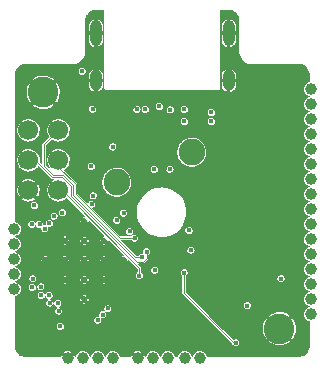
<source format=gbr>
%TF.GenerationSoftware,KiCad,Pcbnew,(5.99.0-11145-g173c9a974c)*%
%TF.CreationDate,2021-06-27T16:32:01+02:00*%
%TF.ProjectId,micro,6d696372-6f2e-46b6-9963-61645f706362,rev1.0*%
%TF.SameCoordinates,Original*%
%TF.FileFunction,Copper,L3,Inr*%
%TF.FilePolarity,Positive*%
%FSLAX46Y46*%
G04 Gerber Fmt 4.6, Leading zero omitted, Abs format (unit mm)*
G04 Created by KiCad (PCBNEW (5.99.0-11145-g173c9a974c)) date 2021-06-27 16:32:01*
%MOMM*%
%LPD*%
G01*
G04 APERTURE LIST*
%TA.AperFunction,ComponentPad*%
%ADD10C,2.250000*%
%TD*%
%TA.AperFunction,ComponentPad*%
%ADD11C,1.000000*%
%TD*%
%TA.AperFunction,ComponentPad*%
%ADD12C,2.600000*%
%TD*%
%TA.AperFunction,ComponentPad*%
%ADD13C,1.700000*%
%TD*%
%TA.AperFunction,ComponentPad*%
%ADD14C,0.500000*%
%TD*%
%TA.AperFunction,ComponentPad*%
%ADD15O,1.000000X2.200000*%
%TD*%
%TA.AperFunction,ComponentPad*%
%ADD16O,1.000000X1.800000*%
%TD*%
%TA.AperFunction,ViaPad*%
%ADD17C,0.400000*%
%TD*%
%TA.AperFunction,Conductor*%
%ADD18C,0.100000*%
%TD*%
G04 APERTURE END LIST*
D10*
%TO.N,COL0*%
%TO.C,MX1*%
X147430000Y-96770000D03*
%TO.N,Net-(D1-Pad2)*%
X153780000Y-94230000D03*
%TD*%
D11*
%TO.N,ROW0*%
%TO.C,J7*%
X163872579Y-88894000D03*
%TO.N,ROW1*%
X163872579Y-90164000D03*
%TO.N,ROW2*%
X163872579Y-91434000D03*
%TO.N,ROW3*%
X163872579Y-92704000D03*
%TO.N,ROW4*%
X163872579Y-93974000D03*
%TO.N,ROW5*%
X163872579Y-95244000D03*
%TO.N,ROW6*%
X163872579Y-96514000D03*
%TO.N,ROW7*%
X163872579Y-97784000D03*
%TO.N,ROW8*%
X163872579Y-99054000D03*
%TO.N,ROW9*%
X163872579Y-100324000D03*
%TO.N,ROW10*%
X163872579Y-101594000D03*
%TO.N,ROW11*%
X163872579Y-102864000D03*
%TO.N,ROW12*%
X163872579Y-104134000D03*
%TO.N,ROW13*%
X163872579Y-105404000D03*
%TO.N,ROW14*%
X163872579Y-106674000D03*
%TO.N,ROW15*%
X163872579Y-107944000D03*
%TD*%
%TO.N,BLD*%
%TO.C,J3*%
X154455000Y-111660000D03*
%TO.N,VCC*%
X153185000Y-111660000D03*
%TD*%
%TO.N,GND*%
%TO.C,J4*%
X149230000Y-111660000D03*
%TO.N,RGBO*%
X150500000Y-111660000D03*
%TO.N,VCC*%
X151770000Y-111660000D03*
%TD*%
%TO.N,SDA*%
%TO.C,J5*%
X147090000Y-111670000D03*
%TO.N,SCK*%
X145820000Y-111670000D03*
%TO.N,VCC*%
X144550000Y-111670000D03*
%TO.N,GND*%
X143280000Y-111670000D03*
%TD*%
%TO.N,COL0*%
%TO.C,J6*%
X138710000Y-105810000D03*
%TO.N,COL1*%
X138710000Y-104540000D03*
%TO.N,COL2*%
X138710000Y-103270000D03*
%TO.N,COL3*%
X138710000Y-102000000D03*
%TO.N,COL4*%
X138710000Y-100730000D03*
%TD*%
D12*
%TO.N,GND*%
%TO.C,H2*%
X161212579Y-109159000D03*
%TD*%
%TO.N,GND*%
%TO.C,H1*%
X141212579Y-89159000D03*
%TD*%
D13*
%TO.N,ROW3*%
%TO.C,J2*%
X142504579Y-92371000D03*
%TO.N,VCC*%
X139964579Y-92371000D03*
%TO.N,ROW1*%
X142504579Y-94911000D03*
%TO.N,ROW2*%
X139964579Y-94911000D03*
%TO.N,RST*%
X142504579Y-97451000D03*
%TO.N,GND*%
X139964579Y-97451000D03*
%TD*%
D14*
%TO.N,GND*%
%TO.C,U2*%
X144706837Y-101707590D03*
X141383435Y-103369291D03*
X148030239Y-103369291D03*
X146368538Y-101707590D03*
X143045136Y-105030992D03*
X144706837Y-100045889D03*
X144706837Y-103369291D03*
X144706837Y-105030992D03*
X143045136Y-101707590D03*
X146368538Y-105030992D03*
X143045136Y-103369291D03*
X144706837Y-106692693D03*
X146368538Y-103369291D03*
%TD*%
D15*
%TO.N,GND*%
%TO.C,J1*%
X156912579Y-84156500D03*
D16*
X156912579Y-88156500D03*
D15*
X145672579Y-84156500D03*
D16*
X145672579Y-88156500D03*
%TD*%
D17*
%TO.N,GND*%
X154040000Y-104370000D03*
X151740000Y-104360000D03*
%TO.N,Net-(MX1-Pad4)*%
X157500000Y-110350000D03*
X153140000Y-104420000D03*
%TO.N,RST*%
X149340000Y-104669491D03*
%TO.N,GND*%
X148810000Y-99640000D03*
X153220000Y-96590000D03*
X143370000Y-98860000D03*
X140280000Y-103370000D03*
X146490000Y-98900000D03*
X149680000Y-92840000D03*
X145360000Y-93820000D03*
X152840000Y-101290000D03*
%TO.N,VCC*%
X147110000Y-93780000D03*
%TO.N,GND*%
X140790000Y-108660000D03*
X158490000Y-104080000D03*
%TO.N,Net-(C1-Pad1)*%
X153172579Y-91609000D03*
X149152579Y-90609000D03*
%TO.N,GND*%
X158372579Y-96879000D03*
X155822579Y-89339000D03*
X146802579Y-89589000D03*
X153372579Y-108789000D03*
%TO.N,VCC*%
X140472579Y-98721000D03*
X142662579Y-108969000D03*
X145442579Y-97919000D03*
X148020000Y-99380000D03*
X145298579Y-95419000D03*
X150670000Y-104210000D03*
X145392579Y-90599000D03*
X144532579Y-87359000D03*
X161340000Y-104930000D03*
%TO.N,Net-(C9-Pad1)*%
X147430000Y-100000000D03*
X153560000Y-100850000D03*
%TO.N,Net-(D1-Pad2)*%
X151952579Y-95669000D03*
%TO.N,RGB*%
X153730000Y-102511900D03*
X145313948Y-98642576D03*
%TO.N,RGBO*%
X158480000Y-107208060D03*
%TO.N,Net-(J1-PadA5)*%
X155458579Y-91609000D03*
X149870579Y-90593000D03*
%TO.N,Net-(J1-PadA6)*%
X151982579Y-90639000D03*
X151032579Y-90349000D03*
%TO.N,Net-(J1-PadB5)*%
X153172579Y-90593000D03*
X155458579Y-90847000D03*
%TO.N,ROW0*%
X150632579Y-95673000D03*
X148520000Y-100940000D03*
%TO.N,ROW3*%
X149552579Y-103129000D03*
%TO.N,ROW2*%
X149962579Y-102639000D03*
%TO.N,ROW1*%
X148952579Y-101499000D03*
%TO.N,COL0*%
X142140000Y-99640000D03*
%TO.N,ROW9*%
X141712579Y-106349000D03*
%TO.N,ROW10*%
X141772579Y-106999000D03*
%TO.N,ROW12*%
X142530000Y-107670000D03*
%TO.N,ROW11*%
X142452579Y-107029000D03*
%TO.N,ROW13*%
X146670000Y-107460000D03*
%TO.N,ROW14*%
X146242579Y-107979000D03*
%TO.N,ROW4*%
X142830000Y-99340000D03*
%TO.N,ROW5*%
X140322579Y-104929000D03*
%TO.N,ROW6*%
X140292579Y-105669000D03*
%TO.N,ROW7*%
X141012579Y-105629000D03*
%TO.N,ROW8*%
X141052579Y-106349000D03*
%TO.N,COL1*%
X141730000Y-100260000D03*
%TO.N,COL2*%
X141340000Y-100710000D03*
%TO.N,COL3*%
X140900000Y-100320000D03*
%TO.N,COL4*%
X140250000Y-100340000D03*
%TO.N,ROW15*%
X145840000Y-108450000D03*
%TD*%
D18*
%TO.N,Net-(MX1-Pad4)*%
X153140000Y-104420000D02*
X153140000Y-106150000D01*
X153140000Y-106150000D02*
X157340000Y-110350000D01*
X157340000Y-110350000D02*
X157500000Y-110350000D01*
%TO.N,RST*%
X142504579Y-97451000D02*
X142781609Y-97451000D01*
X142781609Y-97451000D02*
X149350000Y-104019391D01*
X149350000Y-104019391D02*
X149350000Y-104659491D01*
X149350000Y-104659491D02*
X149340000Y-104669491D01*
%TO.N,ROW3*%
X149552579Y-103129000D02*
X149023938Y-103129000D01*
X141300000Y-95400000D02*
X141300000Y-93575579D01*
X149023938Y-103129000D02*
X143749521Y-97854584D01*
X143749521Y-97854584D02*
X143749521Y-97000256D01*
X143749521Y-97000256D02*
X142879745Y-96130480D01*
X142879745Y-96130480D02*
X142030480Y-96130480D01*
X142030480Y-96130480D02*
X141300000Y-95400000D01*
X141300000Y-93575579D02*
X142504579Y-92371000D01*
%TO.N,ROW2*%
X149962579Y-102639000D02*
X149962579Y-103213284D01*
X141947835Y-96329999D02*
X140528836Y-94911000D01*
X140528836Y-94911000D02*
X139964579Y-94911000D01*
X149962579Y-103213284D02*
X149675863Y-103500000D01*
X143550001Y-97937228D02*
X143550001Y-97082899D01*
X149675863Y-103500000D02*
X149112773Y-103500000D01*
X149112773Y-103500000D02*
X149112772Y-103499998D01*
X149112772Y-103499998D02*
X143550001Y-97937228D01*
X143550001Y-97082899D02*
X142797102Y-96330000D01*
X142797102Y-96330000D02*
X141947835Y-96329999D01*
%TO.N,ROW1*%
X148952579Y-101499000D02*
X147676102Y-101499000D01*
X147676102Y-101499000D02*
X143949041Y-97771939D01*
X143949041Y-97771939D02*
X143949040Y-96917611D01*
X143949040Y-96917611D02*
X142504579Y-95473150D01*
X142504579Y-95473150D02*
X142504579Y-94911000D01*
%TD*%
%TA.AperFunction,Conductor*%
%TO.N,GND*%
G36*
X156915471Y-82158712D02*
G01*
X156915471Y-82161109D01*
X156967486Y-82162186D01*
X156999134Y-82162841D01*
X157007670Y-82163771D01*
X157171278Y-82196314D01*
X157180458Y-82199100D01*
X157334096Y-82262738D01*
X157342558Y-82267260D01*
X157470385Y-82352672D01*
X157480829Y-82359650D01*
X157488254Y-82365744D01*
X157605835Y-82483324D01*
X157611929Y-82490749D01*
X157704316Y-82629015D01*
X157708842Y-82637482D01*
X157772481Y-82791119D01*
X157775269Y-82800312D01*
X157807810Y-82963906D01*
X157808741Y-82972450D01*
X157810399Y-83052501D01*
X157810474Y-83056106D01*
X157811589Y-83059537D01*
X157813050Y-83064035D01*
X157815448Y-83079229D01*
X157815257Y-83251451D01*
X157812937Y-85340054D01*
X157812608Y-85635822D01*
X157810209Y-85650912D01*
X157808873Y-85655022D01*
X157808873Y-85655025D01*
X157807582Y-85658997D01*
X157810415Y-85767551D01*
X157852771Y-85980487D01*
X157935855Y-86181069D01*
X158056475Y-86361588D01*
X158209994Y-86515106D01*
X158211995Y-86516443D01*
X158388510Y-86634386D01*
X158388513Y-86634387D01*
X158390513Y-86635724D01*
X158591095Y-86718807D01*
X158593450Y-86719275D01*
X158593452Y-86719276D01*
X158801985Y-86760755D01*
X158801987Y-86760755D01*
X158804032Y-86761162D01*
X158806118Y-86761216D01*
X158806123Y-86761217D01*
X158902841Y-86763740D01*
X158902842Y-86763740D01*
X158912585Y-86763994D01*
X158912585Y-86761163D01*
X158924285Y-86758994D01*
X160811228Y-86758991D01*
X162861866Y-86758988D01*
X162874581Y-86761586D01*
X162874581Y-86763988D01*
X162923040Y-86764992D01*
X162958237Y-86765721D01*
X162966781Y-86766652D01*
X163130375Y-86799193D01*
X163139567Y-86801981D01*
X163293205Y-86865620D01*
X163301669Y-86870144D01*
X163301688Y-86870157D01*
X163439938Y-86962533D01*
X163447363Y-86968627D01*
X163564943Y-87086208D01*
X163571037Y-87093633D01*
X163663427Y-87231904D01*
X163667949Y-87240366D01*
X163719959Y-87365931D01*
X163731587Y-87394003D01*
X163734373Y-87403184D01*
X163766916Y-87566792D01*
X163767846Y-87575328D01*
X163769503Y-87655392D01*
X163769504Y-87655395D01*
X163769578Y-87658991D01*
X163771089Y-87663640D01*
X163772180Y-87666999D01*
X163774578Y-87682141D01*
X163774578Y-88258430D01*
X163760226Y-88293078D01*
X163731974Y-88307011D01*
X163719046Y-88308713D01*
X163719045Y-88308713D01*
X163715864Y-88309132D01*
X163712902Y-88310359D01*
X163712898Y-88310360D01*
X163572795Y-88368393D01*
X163572792Y-88368395D01*
X163569829Y-88369622D01*
X163444426Y-88465847D01*
X163348201Y-88591250D01*
X163346974Y-88594213D01*
X163346972Y-88594216D01*
X163288939Y-88734319D01*
X163288938Y-88734323D01*
X163287711Y-88737285D01*
X163287292Y-88740466D01*
X163287292Y-88740467D01*
X163268766Y-88881187D01*
X163267079Y-88894000D01*
X163267498Y-88897183D01*
X163273687Y-88944189D01*
X163287711Y-89050715D01*
X163288938Y-89053677D01*
X163288939Y-89053681D01*
X163346972Y-89193784D01*
X163348201Y-89196750D01*
X163444426Y-89322153D01*
X163569829Y-89418378D01*
X163572792Y-89419605D01*
X163572795Y-89419607D01*
X163712898Y-89477640D01*
X163712902Y-89477641D01*
X163715864Y-89478868D01*
X163719045Y-89479287D01*
X163719046Y-89479287D01*
X163727645Y-89480419D01*
X163760123Y-89499171D01*
X163769830Y-89535396D01*
X163751078Y-89567874D01*
X163727645Y-89577581D01*
X163719046Y-89578713D01*
X163719045Y-89578713D01*
X163715864Y-89579132D01*
X163712902Y-89580359D01*
X163712898Y-89580360D01*
X163572795Y-89638393D01*
X163572792Y-89638395D01*
X163569829Y-89639622D01*
X163444426Y-89735847D01*
X163348201Y-89861250D01*
X163346974Y-89864213D01*
X163346972Y-89864216D01*
X163288939Y-90004319D01*
X163288938Y-90004323D01*
X163287711Y-90007285D01*
X163287292Y-90010466D01*
X163287292Y-90010467D01*
X163274576Y-90107056D01*
X163267079Y-90164000D01*
X163267498Y-90167183D01*
X163285637Y-90304958D01*
X163287711Y-90320715D01*
X163288938Y-90323677D01*
X163288939Y-90323681D01*
X163341243Y-90449953D01*
X163348201Y-90466750D01*
X163365290Y-90489021D01*
X163434841Y-90579661D01*
X163444426Y-90592153D01*
X163446975Y-90594109D01*
X163462382Y-90605931D01*
X163569829Y-90688378D01*
X163572792Y-90689605D01*
X163572795Y-90689607D01*
X163712898Y-90747640D01*
X163712902Y-90747641D01*
X163715864Y-90748868D01*
X163719045Y-90749287D01*
X163719046Y-90749287D01*
X163727645Y-90750419D01*
X163760123Y-90769171D01*
X163769830Y-90805396D01*
X163751078Y-90837874D01*
X163727645Y-90847581D01*
X163719046Y-90848713D01*
X163719045Y-90848713D01*
X163715864Y-90849132D01*
X163712902Y-90850359D01*
X163712898Y-90850360D01*
X163572795Y-90908393D01*
X163572792Y-90908395D01*
X163569829Y-90909622D01*
X163444426Y-91005847D01*
X163348201Y-91131250D01*
X163346974Y-91134213D01*
X163346972Y-91134216D01*
X163288939Y-91274319D01*
X163288938Y-91274323D01*
X163287711Y-91277285D01*
X163287292Y-91280466D01*
X163287292Y-91280467D01*
X163268051Y-91426618D01*
X163267079Y-91434000D01*
X163267498Y-91437183D01*
X163277375Y-91512202D01*
X163287711Y-91590715D01*
X163288938Y-91593677D01*
X163288939Y-91593681D01*
X163346972Y-91733784D01*
X163348201Y-91736750D01*
X163350157Y-91739299D01*
X163435151Y-91850065D01*
X163444426Y-91862153D01*
X163446975Y-91864109D01*
X163500070Y-91904850D01*
X163569829Y-91958378D01*
X163572792Y-91959605D01*
X163572795Y-91959607D01*
X163712898Y-92017640D01*
X163712902Y-92017641D01*
X163715864Y-92018868D01*
X163719045Y-92019287D01*
X163719046Y-92019287D01*
X163727645Y-92020419D01*
X163760123Y-92039171D01*
X163769830Y-92075396D01*
X163751078Y-92107874D01*
X163727645Y-92117581D01*
X163719046Y-92118713D01*
X163719045Y-92118713D01*
X163715864Y-92119132D01*
X163712902Y-92120359D01*
X163712898Y-92120360D01*
X163572795Y-92178393D01*
X163572792Y-92178395D01*
X163569829Y-92179622D01*
X163444426Y-92275847D01*
X163348201Y-92401250D01*
X163346974Y-92404213D01*
X163346972Y-92404216D01*
X163288939Y-92544319D01*
X163288938Y-92544323D01*
X163287711Y-92547285D01*
X163267079Y-92704000D01*
X163267498Y-92707183D01*
X163283841Y-92831316D01*
X163287711Y-92860715D01*
X163288938Y-92863677D01*
X163288939Y-92863681D01*
X163345558Y-93000370D01*
X163348201Y-93006750D01*
X163444426Y-93132153D01*
X163446975Y-93134109D01*
X163507127Y-93180265D01*
X163569829Y-93228378D01*
X163572792Y-93229605D01*
X163572795Y-93229607D01*
X163712898Y-93287640D01*
X163712902Y-93287641D01*
X163715864Y-93288868D01*
X163719045Y-93289287D01*
X163719046Y-93289287D01*
X163727645Y-93290419D01*
X163760123Y-93309171D01*
X163769830Y-93345396D01*
X163751078Y-93377874D01*
X163727645Y-93387581D01*
X163719046Y-93388713D01*
X163719045Y-93388713D01*
X163715864Y-93389132D01*
X163712902Y-93390359D01*
X163712898Y-93390360D01*
X163572795Y-93448393D01*
X163572792Y-93448395D01*
X163569829Y-93449622D01*
X163444426Y-93545847D01*
X163442470Y-93548396D01*
X163422218Y-93574789D01*
X163348201Y-93671250D01*
X163346974Y-93674213D01*
X163346972Y-93674216D01*
X163288939Y-93814319D01*
X163288938Y-93814323D01*
X163287711Y-93817285D01*
X163287292Y-93820466D01*
X163287292Y-93820467D01*
X163268051Y-93966618D01*
X163267079Y-93974000D01*
X163267498Y-93977183D01*
X163277375Y-94052202D01*
X163287711Y-94130715D01*
X163288938Y-94133677D01*
X163288939Y-94133681D01*
X163346972Y-94273784D01*
X163348201Y-94276750D01*
X163444426Y-94402153D01*
X163446975Y-94404109D01*
X163500070Y-94444850D01*
X163569829Y-94498378D01*
X163572792Y-94499605D01*
X163572795Y-94499607D01*
X163712898Y-94557640D01*
X163712902Y-94557641D01*
X163715864Y-94558868D01*
X163719045Y-94559287D01*
X163719046Y-94559287D01*
X163727645Y-94560419D01*
X163760123Y-94579171D01*
X163769830Y-94615396D01*
X163751078Y-94647874D01*
X163727645Y-94657581D01*
X163719046Y-94658713D01*
X163719045Y-94658713D01*
X163715864Y-94659132D01*
X163712902Y-94660359D01*
X163712898Y-94660360D01*
X163572795Y-94718393D01*
X163572792Y-94718395D01*
X163569829Y-94719622D01*
X163444426Y-94815847D01*
X163348201Y-94941250D01*
X163346974Y-94944213D01*
X163346972Y-94944216D01*
X163288939Y-95084319D01*
X163288938Y-95084323D01*
X163287711Y-95087285D01*
X163287292Y-95090466D01*
X163287292Y-95090467D01*
X163268241Y-95235177D01*
X163267079Y-95244000D01*
X163267498Y-95247183D01*
X163283841Y-95371316D01*
X163287711Y-95400715D01*
X163288938Y-95403677D01*
X163288939Y-95403681D01*
X163345558Y-95540370D01*
X163348201Y-95546750D01*
X163367657Y-95572106D01*
X163435151Y-95660065D01*
X163444426Y-95672153D01*
X163446975Y-95674109D01*
X163450765Y-95677017D01*
X163569829Y-95768378D01*
X163572792Y-95769605D01*
X163572795Y-95769607D01*
X163712898Y-95827640D01*
X163712902Y-95827641D01*
X163715864Y-95828868D01*
X163719045Y-95829287D01*
X163719046Y-95829287D01*
X163727645Y-95830419D01*
X163760123Y-95849171D01*
X163769830Y-95885396D01*
X163751078Y-95917874D01*
X163727645Y-95927581D01*
X163719046Y-95928713D01*
X163719045Y-95928713D01*
X163715864Y-95929132D01*
X163712902Y-95930359D01*
X163712898Y-95930360D01*
X163572795Y-95988393D01*
X163572792Y-95988395D01*
X163569829Y-95989622D01*
X163444426Y-96085847D01*
X163348201Y-96211250D01*
X163346974Y-96214213D01*
X163346972Y-96214216D01*
X163288939Y-96354319D01*
X163288938Y-96354323D01*
X163287711Y-96357285D01*
X163287292Y-96360466D01*
X163287292Y-96360467D01*
X163271489Y-96480500D01*
X163267079Y-96514000D01*
X163267498Y-96517183D01*
X163283670Y-96640017D01*
X163287711Y-96670715D01*
X163288938Y-96673677D01*
X163288939Y-96673681D01*
X163346972Y-96813784D01*
X163348201Y-96816750D01*
X163444426Y-96942153D01*
X163446975Y-96944109D01*
X163497734Y-96983058D01*
X163569829Y-97038378D01*
X163572792Y-97039605D01*
X163572795Y-97039607D01*
X163712898Y-97097640D01*
X163712902Y-97097641D01*
X163715864Y-97098868D01*
X163719045Y-97099287D01*
X163719046Y-97099287D01*
X163727645Y-97100419D01*
X163760123Y-97119171D01*
X163769830Y-97155396D01*
X163751078Y-97187874D01*
X163727645Y-97197581D01*
X163719046Y-97198713D01*
X163719045Y-97198713D01*
X163715864Y-97199132D01*
X163712902Y-97200359D01*
X163712898Y-97200360D01*
X163572795Y-97258393D01*
X163572792Y-97258395D01*
X163569829Y-97259622D01*
X163444426Y-97355847D01*
X163348201Y-97481250D01*
X163346974Y-97484213D01*
X163346972Y-97484216D01*
X163288939Y-97624319D01*
X163288938Y-97624323D01*
X163287711Y-97627285D01*
X163287292Y-97630466D01*
X163287292Y-97630467D01*
X163267498Y-97780817D01*
X163267079Y-97784000D01*
X163267498Y-97787183D01*
X163283841Y-97911316D01*
X163287711Y-97940715D01*
X163288938Y-97943677D01*
X163288939Y-97943681D01*
X163346972Y-98083784D01*
X163348201Y-98086750D01*
X163350157Y-98089299D01*
X163442301Y-98209383D01*
X163444426Y-98212153D01*
X163569829Y-98308378D01*
X163572792Y-98309605D01*
X163572795Y-98309607D01*
X163712898Y-98367640D01*
X163712902Y-98367641D01*
X163715864Y-98368868D01*
X163719045Y-98369287D01*
X163719046Y-98369287D01*
X163727645Y-98370419D01*
X163760123Y-98389171D01*
X163769830Y-98425396D01*
X163751078Y-98457874D01*
X163727645Y-98467581D01*
X163719046Y-98468713D01*
X163719045Y-98468713D01*
X163715864Y-98469132D01*
X163712902Y-98470359D01*
X163712898Y-98470360D01*
X163572795Y-98528393D01*
X163572792Y-98528395D01*
X163569829Y-98529622D01*
X163444426Y-98625847D01*
X163348201Y-98751250D01*
X163346974Y-98754213D01*
X163346972Y-98754216D01*
X163288939Y-98894319D01*
X163288938Y-98894323D01*
X163287711Y-98897285D01*
X163287292Y-98900466D01*
X163287292Y-98900467D01*
X163268235Y-99045220D01*
X163267079Y-99054000D01*
X163267498Y-99057183D01*
X163282621Y-99172049D01*
X163287711Y-99210715D01*
X163288938Y-99213677D01*
X163288939Y-99213681D01*
X163346972Y-99353784D01*
X163348201Y-99356750D01*
X163444426Y-99482153D01*
X163569829Y-99578378D01*
X163572792Y-99579605D01*
X163572795Y-99579607D01*
X163712898Y-99637640D01*
X163712902Y-99637641D01*
X163715864Y-99638868D01*
X163719045Y-99639287D01*
X163719046Y-99639287D01*
X163727645Y-99640419D01*
X163760123Y-99659171D01*
X163769830Y-99695396D01*
X163751078Y-99727874D01*
X163727645Y-99737581D01*
X163719046Y-99738713D01*
X163719045Y-99738713D01*
X163715864Y-99739132D01*
X163712902Y-99740359D01*
X163712898Y-99740360D01*
X163572795Y-99798393D01*
X163572792Y-99798395D01*
X163569829Y-99799622D01*
X163567280Y-99801578D01*
X163452019Y-99890021D01*
X163444426Y-99895847D01*
X163442470Y-99898396D01*
X163417926Y-99930383D01*
X163348201Y-100021250D01*
X163346974Y-100024213D01*
X163346972Y-100024216D01*
X163288939Y-100164319D01*
X163288938Y-100164323D01*
X163287711Y-100167285D01*
X163287292Y-100170466D01*
X163287292Y-100170467D01*
X163269693Y-100304147D01*
X163267079Y-100324000D01*
X163267498Y-100327183D01*
X163280232Y-100423903D01*
X163287711Y-100480715D01*
X163288938Y-100483677D01*
X163288939Y-100483681D01*
X163346972Y-100623784D01*
X163348201Y-100626750D01*
X163444426Y-100752153D01*
X163446975Y-100754109D01*
X163463848Y-100767056D01*
X163569829Y-100848378D01*
X163572792Y-100849605D01*
X163572795Y-100849607D01*
X163712898Y-100907640D01*
X163712902Y-100907641D01*
X163715864Y-100908868D01*
X163719045Y-100909287D01*
X163719046Y-100909287D01*
X163727645Y-100910419D01*
X163760123Y-100929171D01*
X163769830Y-100965396D01*
X163751078Y-100997874D01*
X163727645Y-101007581D01*
X163719046Y-101008713D01*
X163719045Y-101008713D01*
X163715864Y-101009132D01*
X163712902Y-101010359D01*
X163712898Y-101010360D01*
X163572795Y-101068393D01*
X163572792Y-101068395D01*
X163569829Y-101069622D01*
X163444426Y-101165847D01*
X163348201Y-101291250D01*
X163346974Y-101294213D01*
X163346972Y-101294216D01*
X163288939Y-101434319D01*
X163288938Y-101434323D01*
X163287711Y-101437285D01*
X163287292Y-101440466D01*
X163287292Y-101440467D01*
X163269660Y-101574396D01*
X163267079Y-101594000D01*
X163267498Y-101597183D01*
X163282313Y-101709710D01*
X163287711Y-101750715D01*
X163288938Y-101753677D01*
X163288939Y-101753681D01*
X163327373Y-101846467D01*
X163348201Y-101896750D01*
X163444426Y-102022153D01*
X163446975Y-102024109D01*
X163462910Y-102036336D01*
X163569829Y-102118378D01*
X163572792Y-102119605D01*
X163572795Y-102119607D01*
X163712898Y-102177640D01*
X163712902Y-102177641D01*
X163715864Y-102178868D01*
X163719045Y-102179287D01*
X163719046Y-102179287D01*
X163727645Y-102180419D01*
X163760123Y-102199171D01*
X163769830Y-102235396D01*
X163751078Y-102267874D01*
X163727645Y-102277581D01*
X163719046Y-102278713D01*
X163719045Y-102278713D01*
X163715864Y-102279132D01*
X163712902Y-102280359D01*
X163712898Y-102280360D01*
X163572795Y-102338393D01*
X163572792Y-102338395D01*
X163569829Y-102339622D01*
X163444426Y-102435847D01*
X163348201Y-102561250D01*
X163346974Y-102564213D01*
X163346972Y-102564216D01*
X163288939Y-102704319D01*
X163288938Y-102704323D01*
X163287711Y-102707285D01*
X163287292Y-102710466D01*
X163287292Y-102710467D01*
X163269660Y-102844396D01*
X163267079Y-102864000D01*
X163267498Y-102867183D01*
X163287139Y-103016367D01*
X163287711Y-103020715D01*
X163288938Y-103023677D01*
X163288939Y-103023681D01*
X163346972Y-103163784D01*
X163348201Y-103166750D01*
X163444426Y-103292153D01*
X163446975Y-103294109D01*
X163463135Y-103306509D01*
X163569829Y-103388378D01*
X163572792Y-103389605D01*
X163572795Y-103389607D01*
X163712898Y-103447640D01*
X163712902Y-103447641D01*
X163715864Y-103448868D01*
X163719045Y-103449287D01*
X163719046Y-103449287D01*
X163727645Y-103450419D01*
X163760123Y-103469171D01*
X163769830Y-103505396D01*
X163751078Y-103537874D01*
X163727645Y-103547581D01*
X163719046Y-103548713D01*
X163719045Y-103548713D01*
X163715864Y-103549132D01*
X163712902Y-103550359D01*
X163712898Y-103550360D01*
X163572795Y-103608393D01*
X163572792Y-103608395D01*
X163569829Y-103609622D01*
X163554994Y-103621005D01*
X163452698Y-103699500D01*
X163444426Y-103705847D01*
X163348201Y-103831250D01*
X163346974Y-103834213D01*
X163346972Y-103834216D01*
X163288939Y-103974319D01*
X163288938Y-103974323D01*
X163287711Y-103977285D01*
X163287292Y-103980466D01*
X163287292Y-103980467D01*
X163268235Y-104125220D01*
X163267079Y-104134000D01*
X163267498Y-104137183D01*
X163284000Y-104262524D01*
X163287711Y-104290715D01*
X163288938Y-104293677D01*
X163288939Y-104293681D01*
X163346972Y-104433784D01*
X163348201Y-104436750D01*
X163444426Y-104562153D01*
X163569829Y-104658378D01*
X163572792Y-104659605D01*
X163572795Y-104659607D01*
X163712898Y-104717640D01*
X163712902Y-104717641D01*
X163715864Y-104718868D01*
X163719045Y-104719287D01*
X163719046Y-104719287D01*
X163727645Y-104720419D01*
X163760123Y-104739171D01*
X163769830Y-104775396D01*
X163751078Y-104807874D01*
X163727645Y-104817581D01*
X163719046Y-104818713D01*
X163719045Y-104818713D01*
X163715864Y-104819132D01*
X163712902Y-104820359D01*
X163712898Y-104820360D01*
X163572795Y-104878393D01*
X163572792Y-104878395D01*
X163569829Y-104879622D01*
X163567280Y-104881578D01*
X163457086Y-104966133D01*
X163444426Y-104975847D01*
X163442470Y-104978396D01*
X163436819Y-104985761D01*
X163348201Y-105101250D01*
X163346974Y-105104213D01*
X163346972Y-105104216D01*
X163288939Y-105244319D01*
X163288938Y-105244323D01*
X163287711Y-105247285D01*
X163287292Y-105250466D01*
X163287292Y-105250467D01*
X163269794Y-105383378D01*
X163267079Y-105404000D01*
X163267498Y-105407183D01*
X163269324Y-105421049D01*
X163287711Y-105560715D01*
X163288938Y-105563677D01*
X163288939Y-105563681D01*
X163336407Y-105678277D01*
X163348201Y-105706750D01*
X163444426Y-105832153D01*
X163569829Y-105928378D01*
X163572792Y-105929605D01*
X163572795Y-105929607D01*
X163712898Y-105987640D01*
X163712902Y-105987641D01*
X163715864Y-105988868D01*
X163719045Y-105989287D01*
X163719046Y-105989287D01*
X163727645Y-105990419D01*
X163760123Y-106009171D01*
X163769830Y-106045396D01*
X163751078Y-106077874D01*
X163727645Y-106087581D01*
X163719046Y-106088713D01*
X163719045Y-106088713D01*
X163715864Y-106089132D01*
X163712902Y-106090359D01*
X163712898Y-106090360D01*
X163572795Y-106148393D01*
X163572792Y-106148395D01*
X163569829Y-106149622D01*
X163567280Y-106151578D01*
X163476134Y-106221517D01*
X163444426Y-106245847D01*
X163348201Y-106371250D01*
X163346974Y-106374213D01*
X163346972Y-106374216D01*
X163288939Y-106514319D01*
X163288938Y-106514323D01*
X163287711Y-106517285D01*
X163267079Y-106674000D01*
X163267498Y-106677183D01*
X163273954Y-106726217D01*
X163287711Y-106830715D01*
X163288938Y-106833677D01*
X163288939Y-106833681D01*
X163346972Y-106973784D01*
X163348201Y-106976750D01*
X163378790Y-107016614D01*
X163432414Y-107086498D01*
X163444426Y-107102153D01*
X163569829Y-107198378D01*
X163572792Y-107199605D01*
X163572795Y-107199607D01*
X163712898Y-107257640D01*
X163712902Y-107257641D01*
X163715864Y-107258868D01*
X163719045Y-107259287D01*
X163719046Y-107259287D01*
X163727645Y-107260419D01*
X163760123Y-107279171D01*
X163769830Y-107315396D01*
X163751078Y-107347874D01*
X163727645Y-107357581D01*
X163719046Y-107358713D01*
X163719045Y-107358713D01*
X163715864Y-107359132D01*
X163712902Y-107360359D01*
X163712898Y-107360360D01*
X163572795Y-107418393D01*
X163572792Y-107418395D01*
X163569829Y-107419622D01*
X163444426Y-107515847D01*
X163348201Y-107641250D01*
X163346974Y-107644213D01*
X163346972Y-107644216D01*
X163288939Y-107784319D01*
X163288938Y-107784323D01*
X163287711Y-107787285D01*
X163287292Y-107790466D01*
X163287292Y-107790467D01*
X163270836Y-107915461D01*
X163267079Y-107944000D01*
X163267498Y-107947183D01*
X163287014Y-108095417D01*
X163287711Y-108100715D01*
X163288938Y-108103677D01*
X163288939Y-108103681D01*
X163346972Y-108243784D01*
X163348201Y-108246750D01*
X163444426Y-108372153D01*
X163446975Y-108374109D01*
X163468546Y-108390661D01*
X163569829Y-108468378D01*
X163572792Y-108469605D01*
X163572795Y-108469607D01*
X163641347Y-108498002D01*
X163715864Y-108528868D01*
X163719043Y-108529287D01*
X163719045Y-108529287D01*
X163725781Y-108530174D01*
X163731977Y-108530989D01*
X163764456Y-108549740D01*
X163774582Y-108579570D01*
X163774582Y-110635840D01*
X163772184Y-110650982D01*
X163770694Y-110655566D01*
X163770693Y-110655570D01*
X163769582Y-110658990D01*
X163769507Y-110662589D01*
X163769507Y-110662592D01*
X163767849Y-110742646D01*
X163766918Y-110751190D01*
X163734377Y-110914784D01*
X163731589Y-110923976D01*
X163668270Y-111076843D01*
X163667952Y-111077610D01*
X163663426Y-111086078D01*
X163622725Y-111146991D01*
X163571037Y-111224347D01*
X163564943Y-111231772D01*
X163447362Y-111349352D01*
X163439937Y-111355446D01*
X163301666Y-111447836D01*
X163293204Y-111452358D01*
X163141708Y-111515109D01*
X163139567Y-111515996D01*
X163130386Y-111518782D01*
X162966778Y-111551325D01*
X162958242Y-111552255D01*
X162884323Y-111553785D01*
X162884322Y-111553785D01*
X162874579Y-111553987D01*
X162874579Y-111556389D01*
X162862190Y-111558987D01*
X161122927Y-111558988D01*
X155090174Y-111558992D01*
X155055526Y-111544640D01*
X155041593Y-111516388D01*
X155040287Y-111506467D01*
X155040287Y-111506466D01*
X155039868Y-111503285D01*
X155038641Y-111500323D01*
X155038640Y-111500319D01*
X154980607Y-111360216D01*
X154980605Y-111360213D01*
X154979378Y-111357250D01*
X154883153Y-111231847D01*
X154757750Y-111135622D01*
X154754787Y-111134395D01*
X154754784Y-111134393D01*
X154614681Y-111076360D01*
X154614677Y-111076359D01*
X154611715Y-111075132D01*
X154608534Y-111074713D01*
X154608533Y-111074713D01*
X154458183Y-111054919D01*
X154455000Y-111054500D01*
X154451817Y-111054919D01*
X154301467Y-111074713D01*
X154301466Y-111074713D01*
X154298285Y-111075132D01*
X154295323Y-111076359D01*
X154295319Y-111076360D01*
X154155216Y-111134393D01*
X154155213Y-111134395D01*
X154152250Y-111135622D01*
X154026847Y-111231847D01*
X153930622Y-111357250D01*
X153929395Y-111360213D01*
X153929393Y-111360216D01*
X153871360Y-111500319D01*
X153871359Y-111500323D01*
X153870132Y-111503285D01*
X153869713Y-111506466D01*
X153869713Y-111506467D01*
X153868581Y-111515066D01*
X153849829Y-111547544D01*
X153813604Y-111557251D01*
X153781126Y-111538499D01*
X153771419Y-111515066D01*
X153770287Y-111506467D01*
X153770287Y-111506466D01*
X153769868Y-111503285D01*
X153768641Y-111500323D01*
X153768640Y-111500319D01*
X153710607Y-111360216D01*
X153710605Y-111360213D01*
X153709378Y-111357250D01*
X153613153Y-111231847D01*
X153487750Y-111135622D01*
X153484787Y-111134395D01*
X153484784Y-111134393D01*
X153344681Y-111076360D01*
X153344677Y-111076359D01*
X153341715Y-111075132D01*
X153338534Y-111074713D01*
X153338533Y-111074713D01*
X153188183Y-111054919D01*
X153185000Y-111054500D01*
X153181817Y-111054919D01*
X153031467Y-111074713D01*
X153031466Y-111074713D01*
X153028285Y-111075132D01*
X153025323Y-111076359D01*
X153025319Y-111076360D01*
X152885216Y-111134393D01*
X152885213Y-111134395D01*
X152882250Y-111135622D01*
X152756847Y-111231847D01*
X152660622Y-111357250D01*
X152659395Y-111360213D01*
X152659393Y-111360216D01*
X152601360Y-111500319D01*
X152601359Y-111500323D01*
X152600132Y-111503285D01*
X152599713Y-111506466D01*
X152599713Y-111506467D01*
X152598407Y-111516389D01*
X152579656Y-111548868D01*
X152549826Y-111558994D01*
X152405174Y-111558994D01*
X152370526Y-111544642D01*
X152356593Y-111516389D01*
X152355287Y-111506467D01*
X152355287Y-111506466D01*
X152354868Y-111503285D01*
X152353641Y-111500323D01*
X152353640Y-111500319D01*
X152295607Y-111360216D01*
X152295605Y-111360213D01*
X152294378Y-111357250D01*
X152198153Y-111231847D01*
X152072750Y-111135622D01*
X152069787Y-111134395D01*
X152069784Y-111134393D01*
X151929681Y-111076360D01*
X151929677Y-111076359D01*
X151926715Y-111075132D01*
X151923534Y-111074713D01*
X151923533Y-111074713D01*
X151773183Y-111054919D01*
X151770000Y-111054500D01*
X151766817Y-111054919D01*
X151616467Y-111074713D01*
X151616466Y-111074713D01*
X151613285Y-111075132D01*
X151610323Y-111076359D01*
X151610319Y-111076360D01*
X151470216Y-111134393D01*
X151470213Y-111134395D01*
X151467250Y-111135622D01*
X151341847Y-111231847D01*
X151245622Y-111357250D01*
X151244395Y-111360213D01*
X151244393Y-111360216D01*
X151240704Y-111369123D01*
X151185132Y-111503285D01*
X151184713Y-111506464D01*
X151184713Y-111506466D01*
X151183581Y-111515067D01*
X151164830Y-111547546D01*
X151128605Y-111557253D01*
X151096126Y-111538502D01*
X151086419Y-111515067D01*
X151085287Y-111506466D01*
X151085287Y-111506464D01*
X151084868Y-111503285D01*
X151029296Y-111369123D01*
X151025607Y-111360216D01*
X151025605Y-111360213D01*
X151024378Y-111357250D01*
X150928153Y-111231847D01*
X150802750Y-111135622D01*
X150799787Y-111134395D01*
X150799784Y-111134393D01*
X150659681Y-111076360D01*
X150659677Y-111076359D01*
X150656715Y-111075132D01*
X150653534Y-111074713D01*
X150653533Y-111074713D01*
X150503183Y-111054919D01*
X150500000Y-111054500D01*
X150496817Y-111054919D01*
X150346467Y-111074713D01*
X150346466Y-111074713D01*
X150343285Y-111075132D01*
X150340323Y-111076359D01*
X150340319Y-111076360D01*
X150200216Y-111134393D01*
X150200213Y-111134395D01*
X150197250Y-111135622D01*
X150071847Y-111231847D01*
X149975622Y-111357250D01*
X149974395Y-111360213D01*
X149974393Y-111360216D01*
X149970704Y-111369123D01*
X149915132Y-111503285D01*
X149913576Y-111515109D01*
X149913407Y-111516390D01*
X149894656Y-111548869D01*
X149864826Y-111558995D01*
X149864675Y-111558995D01*
X149830027Y-111544643D01*
X149816094Y-111516393D01*
X149814804Y-111506595D01*
X149813157Y-111500448D01*
X149755172Y-111360463D01*
X149754408Y-111359139D01*
X149749375Y-111356233D01*
X149744627Y-111357505D01*
X149557489Y-111544643D01*
X149522841Y-111558995D01*
X149095648Y-111558996D01*
X148937160Y-111558996D01*
X148902512Y-111544644D01*
X148716991Y-111359123D01*
X148710098Y-111356268D01*
X148706354Y-111357818D01*
X148704828Y-111360463D01*
X148646843Y-111500448D01*
X148645196Y-111506595D01*
X148643906Y-111516393D01*
X148625153Y-111548871D01*
X148595325Y-111558996D01*
X147878612Y-111558997D01*
X147723858Y-111558997D01*
X147689210Y-111544645D01*
X147676761Y-111519400D01*
X147676119Y-111519572D01*
X147675287Y-111516465D01*
X147674868Y-111513285D01*
X147673641Y-111510323D01*
X147673640Y-111510319D01*
X147615607Y-111370216D01*
X147615605Y-111370213D01*
X147614378Y-111367250D01*
X147518153Y-111241847D01*
X147392750Y-111145622D01*
X147389787Y-111144395D01*
X147389784Y-111144393D01*
X147380687Y-111140625D01*
X148926233Y-111140625D01*
X148927505Y-111145373D01*
X149223107Y-111440975D01*
X149230000Y-111443830D01*
X149236893Y-111440975D01*
X149530877Y-111146991D01*
X149533732Y-111140098D01*
X149532182Y-111136354D01*
X149529537Y-111134828D01*
X149389552Y-111076843D01*
X149383404Y-111075196D01*
X149233183Y-111055419D01*
X149226817Y-111055419D01*
X149076596Y-111075196D01*
X149070448Y-111076843D01*
X148930463Y-111134828D01*
X148929139Y-111135592D01*
X148926233Y-111140625D01*
X147380687Y-111140625D01*
X147249681Y-111086360D01*
X147249677Y-111086359D01*
X147246715Y-111085132D01*
X147243534Y-111084713D01*
X147243533Y-111084713D01*
X147093183Y-111064919D01*
X147090000Y-111064500D01*
X147086817Y-111064919D01*
X146936467Y-111084713D01*
X146936466Y-111084713D01*
X146933285Y-111085132D01*
X146930323Y-111086359D01*
X146930319Y-111086360D01*
X146790216Y-111144393D01*
X146790213Y-111144395D01*
X146787250Y-111145622D01*
X146661847Y-111241847D01*
X146565622Y-111367250D01*
X146564395Y-111370213D01*
X146564393Y-111370216D01*
X146506360Y-111510319D01*
X146506359Y-111510323D01*
X146505132Y-111513285D01*
X146504713Y-111516465D01*
X146503881Y-111519572D01*
X146503019Y-111519341D01*
X146485975Y-111548869D01*
X146456142Y-111558998D01*
X146453858Y-111558998D01*
X146419210Y-111544646D01*
X146406762Y-111519400D01*
X146406119Y-111519572D01*
X146405287Y-111516465D01*
X146404868Y-111513285D01*
X146403641Y-111510323D01*
X146403640Y-111510319D01*
X146345607Y-111370216D01*
X146345605Y-111370213D01*
X146344378Y-111367250D01*
X146248153Y-111241847D01*
X146122750Y-111145622D01*
X146119787Y-111144395D01*
X146119784Y-111144393D01*
X145979681Y-111086360D01*
X145979677Y-111086359D01*
X145976715Y-111085132D01*
X145973534Y-111084713D01*
X145973533Y-111084713D01*
X145823183Y-111064919D01*
X145820000Y-111064500D01*
X145816817Y-111064919D01*
X145666467Y-111084713D01*
X145666466Y-111084713D01*
X145663285Y-111085132D01*
X145660323Y-111086359D01*
X145660319Y-111086360D01*
X145520216Y-111144393D01*
X145520213Y-111144395D01*
X145517250Y-111145622D01*
X145391847Y-111241847D01*
X145295622Y-111367250D01*
X145294395Y-111370213D01*
X145294393Y-111370216D01*
X145236360Y-111510319D01*
X145236359Y-111510323D01*
X145235132Y-111513285D01*
X145234713Y-111516465D01*
X145233881Y-111519572D01*
X145233019Y-111519341D01*
X145215975Y-111548869D01*
X145186142Y-111558998D01*
X145183858Y-111558998D01*
X145149210Y-111544646D01*
X145136762Y-111519400D01*
X145136119Y-111519572D01*
X145135287Y-111516465D01*
X145134868Y-111513285D01*
X145133641Y-111510323D01*
X145133640Y-111510319D01*
X145075607Y-111370216D01*
X145075605Y-111370213D01*
X145074378Y-111367250D01*
X144978153Y-111241847D01*
X144852750Y-111145622D01*
X144849787Y-111144395D01*
X144849784Y-111144393D01*
X144709681Y-111086360D01*
X144709677Y-111086359D01*
X144706715Y-111085132D01*
X144703534Y-111084713D01*
X144703533Y-111084713D01*
X144553183Y-111064919D01*
X144550000Y-111064500D01*
X144546817Y-111064919D01*
X144396467Y-111084713D01*
X144396466Y-111084713D01*
X144393285Y-111085132D01*
X144390323Y-111086359D01*
X144390319Y-111086360D01*
X144250216Y-111144393D01*
X144250213Y-111144395D01*
X144247250Y-111145622D01*
X144121847Y-111241847D01*
X144025622Y-111367250D01*
X143965132Y-111513285D01*
X143964713Y-111516467D01*
X143963881Y-111519572D01*
X143963020Y-111519341D01*
X143945975Y-111548870D01*
X143916142Y-111558999D01*
X143913358Y-111558999D01*
X143878710Y-111544647D01*
X143866320Y-111519518D01*
X143865636Y-111519701D01*
X143863157Y-111510448D01*
X143805172Y-111370463D01*
X143804408Y-111369139D01*
X143799375Y-111366233D01*
X143794627Y-111367505D01*
X143617485Y-111544647D01*
X143582837Y-111558999D01*
X143301654Y-111558999D01*
X142977163Y-111559000D01*
X142942516Y-111544648D01*
X142766991Y-111369123D01*
X142760098Y-111366268D01*
X142756354Y-111367818D01*
X142754828Y-111370463D01*
X142696843Y-111510448D01*
X142694364Y-111519701D01*
X142693456Y-111519458D01*
X142676465Y-111548878D01*
X142646641Y-111559000D01*
X139723293Y-111559002D01*
X139710578Y-111556404D01*
X139710578Y-111554002D01*
X139662119Y-111552998D01*
X139626922Y-111552269D01*
X139618378Y-111551338D01*
X139454784Y-111518797D01*
X139445591Y-111516009D01*
X139445560Y-111515996D01*
X139291954Y-111452370D01*
X139283490Y-111447846D01*
X139150731Y-111359139D01*
X139145221Y-111355457D01*
X139137796Y-111349363D01*
X139020216Y-111231782D01*
X139014122Y-111224357D01*
X138985193Y-111181062D01*
X138964856Y-111150625D01*
X142976233Y-111150625D01*
X142977505Y-111155373D01*
X143273107Y-111450975D01*
X143280000Y-111453830D01*
X143286893Y-111450975D01*
X143580877Y-111156991D01*
X143583732Y-111150098D01*
X143582182Y-111146354D01*
X143579537Y-111144828D01*
X143439552Y-111086843D01*
X143433404Y-111085196D01*
X143283183Y-111065419D01*
X143276817Y-111065419D01*
X143126596Y-111085196D01*
X143120448Y-111086843D01*
X142980463Y-111144828D01*
X142979139Y-111145592D01*
X142976233Y-111150625D01*
X138964856Y-111150625D01*
X138921732Y-111086086D01*
X138917210Y-111077624D01*
X138853572Y-110923986D01*
X138850786Y-110914806D01*
X138818243Y-110751198D01*
X138817313Y-110742662D01*
X138815656Y-110662598D01*
X138815655Y-110662592D01*
X138815581Y-110658999D01*
X138812979Y-110650991D01*
X138810581Y-110635849D01*
X138810581Y-109021524D01*
X142361628Y-109021524D01*
X142400714Y-109126344D01*
X142403714Y-109129729D01*
X142471915Y-109206681D01*
X142471918Y-109206683D01*
X142474915Y-109210065D01*
X142574280Y-109261461D01*
X142685485Y-109273640D01*
X142793619Y-109244969D01*
X142841748Y-109210065D01*
X142880519Y-109181948D01*
X142880520Y-109181947D01*
X142884181Y-109179292D01*
X142945028Y-109085417D01*
X142968000Y-108975931D01*
X142968079Y-108969000D01*
X142947596Y-108859021D01*
X142888895Y-108763789D01*
X142799846Y-108696075D01*
X142795502Y-108694817D01*
X142795500Y-108694816D01*
X142725725Y-108674611D01*
X142692391Y-108664958D01*
X142687885Y-108665348D01*
X142687883Y-108665348D01*
X142585448Y-108674220D01*
X142585446Y-108674221D01*
X142580938Y-108674611D01*
X142480432Y-108723739D01*
X142477355Y-108727056D01*
X142452844Y-108753480D01*
X142404352Y-108805755D01*
X142362897Y-108909661D01*
X142361628Y-109021524D01*
X138810581Y-109021524D01*
X138810581Y-108549740D01*
X138810581Y-108502524D01*
X145539049Y-108502524D01*
X145578135Y-108607344D01*
X145581135Y-108610729D01*
X145649336Y-108687681D01*
X145649339Y-108687683D01*
X145652336Y-108691065D01*
X145751701Y-108742461D01*
X145862906Y-108754640D01*
X145971040Y-108725969D01*
X146019169Y-108691065D01*
X146057940Y-108662948D01*
X146057941Y-108662947D01*
X146061602Y-108660292D01*
X146122449Y-108566417D01*
X146141845Y-108473976D01*
X146144929Y-108459277D01*
X146144929Y-108459275D01*
X146145421Y-108456931D01*
X146145500Y-108450000D01*
X146125017Y-108340021D01*
X146124196Y-108338688D01*
X146125075Y-108302613D01*
X146152233Y-108276748D01*
X146175209Y-108273753D01*
X146265485Y-108283640D01*
X146373619Y-108254969D01*
X146421748Y-108220065D01*
X146460519Y-108191948D01*
X146460520Y-108191947D01*
X146464181Y-108189292D01*
X146525028Y-108095417D01*
X146539775Y-108025131D01*
X146547508Y-107988277D01*
X146547508Y-107988275D01*
X146548000Y-107985931D01*
X146548079Y-107979000D01*
X146527596Y-107869021D01*
X146489506Y-107807226D01*
X146483542Y-107770202D01*
X146505506Y-107739804D01*
X146542532Y-107733840D01*
X146553729Y-107737993D01*
X146581701Y-107752461D01*
X146692906Y-107764640D01*
X146801040Y-107735969D01*
X146864061Y-107690265D01*
X146887940Y-107672948D01*
X146887941Y-107672947D01*
X146891602Y-107670292D01*
X146952449Y-107576417D01*
X146968809Y-107498443D01*
X146974929Y-107469277D01*
X146974929Y-107469275D01*
X146975421Y-107466931D01*
X146975500Y-107460000D01*
X146955017Y-107350021D01*
X146896316Y-107254789D01*
X146807267Y-107187075D01*
X146802923Y-107185817D01*
X146802921Y-107185816D01*
X146733146Y-107165611D01*
X146699812Y-107155958D01*
X146695306Y-107156348D01*
X146695304Y-107156348D01*
X146592869Y-107165220D01*
X146592867Y-107165221D01*
X146588359Y-107165611D01*
X146487853Y-107214739D01*
X146484776Y-107218056D01*
X146434605Y-107272142D01*
X146411773Y-107296755D01*
X146370318Y-107400661D01*
X146370045Y-107424739D01*
X146369180Y-107501013D01*
X146369049Y-107512524D01*
X146408135Y-107617344D01*
X146411460Y-107621095D01*
X146411601Y-107621504D01*
X146413466Y-107624608D01*
X146412809Y-107625002D01*
X146423704Y-107656541D01*
X146407297Y-107690265D01*
X146371849Y-107702510D01*
X146361163Y-107700664D01*
X146276739Y-107676217D01*
X146276738Y-107676217D01*
X146272391Y-107674958D01*
X146267885Y-107675348D01*
X146267883Y-107675348D01*
X146165448Y-107684220D01*
X146165446Y-107684221D01*
X146160938Y-107684611D01*
X146060432Y-107733739D01*
X146057355Y-107737056D01*
X146008044Y-107790215D01*
X145984352Y-107815755D01*
X145942897Y-107919661D01*
X145942370Y-107966137D01*
X145941701Y-108025131D01*
X145941628Y-108031524D01*
X145963802Y-108090988D01*
X145964119Y-108091839D01*
X145962777Y-108129318D01*
X145935327Y-108154871D01*
X145904578Y-108156025D01*
X145874160Y-108147217D01*
X145874159Y-108147217D01*
X145869812Y-108145958D01*
X145865306Y-108146348D01*
X145865304Y-108146348D01*
X145762869Y-108155220D01*
X145762867Y-108155221D01*
X145758359Y-108155611D01*
X145657853Y-108204739D01*
X145654776Y-108208056D01*
X145585739Y-108282480D01*
X145581773Y-108286755D01*
X145540318Y-108390661D01*
X145540267Y-108395184D01*
X145539459Y-108466422D01*
X145539049Y-108502524D01*
X138810581Y-108502524D01*
X138810580Y-106445230D01*
X138824932Y-106410582D01*
X138843300Y-106401524D01*
X140751628Y-106401524D01*
X140790714Y-106506344D01*
X140793714Y-106509729D01*
X140861915Y-106586681D01*
X140861918Y-106586683D01*
X140864915Y-106590065D01*
X140964280Y-106641461D01*
X141075485Y-106653640D01*
X141183619Y-106624969D01*
X141231748Y-106590065D01*
X141270519Y-106561948D01*
X141270520Y-106561947D01*
X141274181Y-106559292D01*
X141335028Y-106465417D01*
X141335957Y-106460990D01*
X141335958Y-106460987D01*
X141336441Y-106458683D01*
X141337616Y-106456963D01*
X141337681Y-106456806D01*
X141337714Y-106456820D01*
X141357600Y-106427720D01*
X141394457Y-106420787D01*
X141425420Y-106441946D01*
X141430309Y-106451623D01*
X141450714Y-106506344D01*
X141453714Y-106509729D01*
X141521915Y-106586681D01*
X141521918Y-106586683D01*
X141524915Y-106590065D01*
X141624280Y-106641461D01*
X141627409Y-106641804D01*
X141655921Y-106665142D01*
X141659645Y-106702460D01*
X141634255Y-106732318D01*
X141590432Y-106753739D01*
X141514352Y-106835755D01*
X141472897Y-106939661D01*
X141472770Y-106950868D01*
X141471693Y-107045831D01*
X141471628Y-107051524D01*
X141510714Y-107156344D01*
X141513714Y-107159729D01*
X141581915Y-107236681D01*
X141581918Y-107236683D01*
X141584915Y-107240065D01*
X141684280Y-107291461D01*
X141795485Y-107303640D01*
X141903619Y-107274969D01*
X141915162Y-107266598D01*
X141990519Y-107211948D01*
X141990520Y-107211947D01*
X141994181Y-107209292D01*
X142055028Y-107115417D01*
X142059615Y-107093556D01*
X142080776Y-107062593D01*
X142117633Y-107055662D01*
X142148596Y-107076823D01*
X142153482Y-107086496D01*
X142190714Y-107186344D01*
X142193714Y-107189729D01*
X142261915Y-107266681D01*
X142261918Y-107266683D01*
X142264915Y-107270065D01*
X142364280Y-107321461D01*
X142366963Y-107321755D01*
X142395309Y-107344956D01*
X142399034Y-107382274D01*
X142373643Y-107412132D01*
X142365238Y-107416241D01*
X142351919Y-107422751D01*
X142351917Y-107422752D01*
X142347853Y-107424739D01*
X142271773Y-107506755D01*
X142270098Y-107510952D01*
X142270098Y-107510953D01*
X142267781Y-107516761D01*
X142230318Y-107610661D01*
X142230000Y-107638701D01*
X142229236Y-107706075D01*
X142229049Y-107722524D01*
X142268135Y-107827344D01*
X142271135Y-107830729D01*
X142339336Y-107907681D01*
X142339339Y-107907683D01*
X142342336Y-107911065D01*
X142441701Y-107962461D01*
X142552906Y-107974640D01*
X142661040Y-107945969D01*
X142697316Y-107919661D01*
X142747940Y-107882948D01*
X142747941Y-107882947D01*
X142751602Y-107880292D01*
X142812449Y-107786417D01*
X142830357Y-107701065D01*
X142834929Y-107679277D01*
X142834929Y-107679275D01*
X142835421Y-107676931D01*
X142835500Y-107670000D01*
X142815017Y-107560021D01*
X142756316Y-107464789D01*
X142667267Y-107397075D01*
X142662921Y-107395816D01*
X142662920Y-107395816D01*
X142613013Y-107381364D01*
X142583724Y-107357942D01*
X142579576Y-107320669D01*
X142597875Y-107294631D01*
X142647188Y-107258868D01*
X142674181Y-107239292D01*
X142735028Y-107145417D01*
X142756136Y-107044815D01*
X142757508Y-107038277D01*
X142757508Y-107038275D01*
X142758000Y-107035931D01*
X142758079Y-107029000D01*
X142757056Y-107023507D01*
X144592193Y-107023507D01*
X144592398Y-107024004D01*
X144594422Y-107025169D01*
X144669515Y-107045079D01*
X144677466Y-107045831D01*
X144785673Y-107038170D01*
X144793437Y-107036306D01*
X144815993Y-107026755D01*
X144821226Y-107021439D01*
X144821208Y-107019196D01*
X144713730Y-106911718D01*
X144706837Y-106908863D01*
X144699944Y-106911718D01*
X144595048Y-107016614D01*
X144592193Y-107023507D01*
X142757056Y-107023507D01*
X142737596Y-106919021D01*
X142678895Y-106823789D01*
X142589846Y-106756075D01*
X142585502Y-106754817D01*
X142585500Y-106754816D01*
X142548760Y-106744177D01*
X144356240Y-106744177D01*
X144357489Y-106752066D01*
X144373877Y-106801190D01*
X144378767Y-106806825D01*
X144380155Y-106806923D01*
X144380994Y-106806404D01*
X144487812Y-106699586D01*
X144490667Y-106692693D01*
X144923007Y-106692693D01*
X144925862Y-106699586D01*
X145033372Y-106807096D01*
X145040265Y-106809951D01*
X145041387Y-106809487D01*
X145041578Y-106808956D01*
X145061412Y-106700353D01*
X145061810Y-106696147D01*
X145061820Y-106694813D01*
X145061489Y-106690604D01*
X145043362Y-106581697D01*
X145042495Y-106579165D01*
X145038479Y-106575895D01*
X145035457Y-106576205D01*
X144925862Y-106685800D01*
X144923007Y-106692693D01*
X144490667Y-106692693D01*
X144487812Y-106685800D01*
X144383911Y-106581899D01*
X144377018Y-106579044D01*
X144375536Y-106579658D01*
X144375193Y-106580201D01*
X144358466Y-106627834D01*
X144357091Y-106635712D01*
X144356240Y-106744177D01*
X142548760Y-106744177D01*
X142515725Y-106734611D01*
X142482391Y-106724958D01*
X142477885Y-106725348D01*
X142477883Y-106725348D01*
X142375448Y-106734220D01*
X142375446Y-106734221D01*
X142370938Y-106734611D01*
X142270432Y-106783739D01*
X142267355Y-106787056D01*
X142218287Y-106839953D01*
X142194352Y-106865755D01*
X142192677Y-106869952D01*
X142192677Y-106869953D01*
X142160867Y-106949684D01*
X142134697Y-106976547D01*
X142097197Y-106977038D01*
X142070334Y-106950868D01*
X142067183Y-106940497D01*
X142058425Y-106893469D01*
X142058424Y-106893466D01*
X142057596Y-106889021D01*
X141998895Y-106793789D01*
X141909846Y-106726075D01*
X141905500Y-106724816D01*
X141905499Y-106724816D01*
X141859173Y-106711401D01*
X141829884Y-106687979D01*
X141825736Y-106650706D01*
X141844035Y-106624668D01*
X141903287Y-106581697D01*
X141934181Y-106559292D01*
X141995028Y-106465417D01*
X142016337Y-106363856D01*
X144591141Y-106363856D01*
X144592453Y-106366177D01*
X144699944Y-106473668D01*
X144706837Y-106476523D01*
X144713730Y-106473668D01*
X144818345Y-106369053D01*
X144821200Y-106362160D01*
X144820295Y-106359975D01*
X144798825Y-106350483D01*
X144791086Y-106348496D01*
X144683019Y-106339137D01*
X144675055Y-106339763D01*
X144597191Y-106359105D01*
X144591189Y-106363538D01*
X144591141Y-106363856D01*
X142016337Y-106363856D01*
X142018000Y-106355931D01*
X142018079Y-106349000D01*
X141997596Y-106239021D01*
X141938895Y-106143789D01*
X141849846Y-106076075D01*
X141845502Y-106074817D01*
X141845500Y-106074816D01*
X141775725Y-106054611D01*
X141742391Y-106044958D01*
X141737885Y-106045348D01*
X141737883Y-106045348D01*
X141635448Y-106054220D01*
X141635446Y-106054221D01*
X141630938Y-106054611D01*
X141530432Y-106103739D01*
X141527355Y-106107056D01*
X141468111Y-106170923D01*
X141454352Y-106185755D01*
X141452678Y-106189950D01*
X141452674Y-106189957D01*
X141430372Y-106245857D01*
X141404203Y-106272720D01*
X141366703Y-106273210D01*
X141339147Y-106245341D01*
X141338424Y-106243468D01*
X141337596Y-106239021D01*
X141278895Y-106143789D01*
X141189846Y-106076075D01*
X141185502Y-106074817D01*
X141185500Y-106074816D01*
X141115725Y-106054611D01*
X141082391Y-106044958D01*
X141077885Y-106045348D01*
X141077883Y-106045348D01*
X140975448Y-106054220D01*
X140975446Y-106054221D01*
X140970938Y-106054611D01*
X140870432Y-106103739D01*
X140867355Y-106107056D01*
X140808111Y-106170923D01*
X140794352Y-106185755D01*
X140792677Y-106189952D01*
X140792677Y-106189953D01*
X140792560Y-106190246D01*
X140752897Y-106289661D01*
X140752846Y-106294184D01*
X140751699Y-106395287D01*
X140751628Y-106401524D01*
X138843300Y-106401524D01*
X138853186Y-106396649D01*
X138863532Y-106395287D01*
X138866715Y-106394868D01*
X138869677Y-106393641D01*
X138869681Y-106393640D01*
X139009784Y-106335607D01*
X139009787Y-106335605D01*
X139012750Y-106334378D01*
X139128126Y-106245847D01*
X139135604Y-106240109D01*
X139138153Y-106238153D01*
X139140444Y-106235168D01*
X139232422Y-106115299D01*
X139234378Y-106112750D01*
X139236737Y-106107056D01*
X139293640Y-105969681D01*
X139293641Y-105969677D01*
X139294868Y-105966715D01*
X139298081Y-105942314D01*
X139315081Y-105813183D01*
X139315500Y-105810000D01*
X139311828Y-105782106D01*
X139303852Y-105721524D01*
X139991628Y-105721524D01*
X140030714Y-105826344D01*
X140033714Y-105829729D01*
X140101915Y-105906681D01*
X140101918Y-105906683D01*
X140104915Y-105910065D01*
X140204280Y-105961461D01*
X140315485Y-105973640D01*
X140423619Y-105944969D01*
X140446496Y-105928378D01*
X140510519Y-105881948D01*
X140510520Y-105881947D01*
X140514181Y-105879292D01*
X140575028Y-105785417D01*
X140595938Y-105685761D01*
X140596827Y-105681524D01*
X140711628Y-105681524D01*
X140750714Y-105786344D01*
X140753714Y-105789729D01*
X140821915Y-105866681D01*
X140821918Y-105866683D01*
X140824915Y-105870065D01*
X140924280Y-105921461D01*
X141035485Y-105933640D01*
X141143619Y-105904969D01*
X141191748Y-105870065D01*
X141230519Y-105841948D01*
X141230520Y-105841947D01*
X141234181Y-105839292D01*
X141295028Y-105745417D01*
X141311062Y-105669000D01*
X141317508Y-105638277D01*
X141317508Y-105638275D01*
X141318000Y-105635931D01*
X141318079Y-105629000D01*
X141297596Y-105519021D01*
X141238895Y-105423789D01*
X141157383Y-105361806D01*
X142930492Y-105361806D01*
X142930697Y-105362303D01*
X142932721Y-105363468D01*
X143007814Y-105383378D01*
X143015765Y-105384130D01*
X143123972Y-105376469D01*
X143131736Y-105374605D01*
X143154292Y-105365054D01*
X143157489Y-105361806D01*
X144592193Y-105361806D01*
X144592398Y-105362303D01*
X144594422Y-105363468D01*
X144669515Y-105383378D01*
X144677466Y-105384130D01*
X144785673Y-105376469D01*
X144793437Y-105374605D01*
X144815993Y-105365054D01*
X144819190Y-105361806D01*
X146253894Y-105361806D01*
X146254099Y-105362303D01*
X146256123Y-105363468D01*
X146331216Y-105383378D01*
X146339167Y-105384130D01*
X146447374Y-105376469D01*
X146455138Y-105374605D01*
X146477694Y-105365054D01*
X146482927Y-105359738D01*
X146482909Y-105357495D01*
X146375431Y-105250017D01*
X146368538Y-105247162D01*
X146361645Y-105250017D01*
X146256749Y-105354913D01*
X146253894Y-105361806D01*
X144819190Y-105361806D01*
X144821226Y-105359738D01*
X144821208Y-105357495D01*
X144713730Y-105250017D01*
X144706837Y-105247162D01*
X144699944Y-105250017D01*
X144595048Y-105354913D01*
X144592193Y-105361806D01*
X143157489Y-105361806D01*
X143159525Y-105359738D01*
X143159507Y-105357495D01*
X143052029Y-105250017D01*
X143045136Y-105247162D01*
X143038243Y-105250017D01*
X142933347Y-105354913D01*
X142930492Y-105361806D01*
X141157383Y-105361806D01*
X141149846Y-105356075D01*
X141145502Y-105354817D01*
X141145500Y-105354816D01*
X141075725Y-105334611D01*
X141042391Y-105324958D01*
X141037885Y-105325348D01*
X141037883Y-105325348D01*
X140935448Y-105334220D01*
X140935446Y-105334221D01*
X140930938Y-105334611D01*
X140926871Y-105336599D01*
X140875303Y-105361806D01*
X140830432Y-105383739D01*
X140754352Y-105465755D01*
X140712897Y-105569661D01*
X140712846Y-105574184D01*
X140711719Y-105673534D01*
X140711628Y-105681524D01*
X140596827Y-105681524D01*
X140597508Y-105678277D01*
X140597508Y-105678275D01*
X140598000Y-105675931D01*
X140598079Y-105669000D01*
X140577596Y-105559021D01*
X140518895Y-105463789D01*
X140429846Y-105396075D01*
X140425502Y-105394817D01*
X140425500Y-105394816D01*
X140355725Y-105374611D01*
X140322391Y-105364958D01*
X140317885Y-105365348D01*
X140317883Y-105365348D01*
X140215448Y-105374220D01*
X140215446Y-105374221D01*
X140210938Y-105374611D01*
X140110432Y-105423739D01*
X140034352Y-105505755D01*
X140032677Y-105509952D01*
X140032677Y-105509953D01*
X140029059Y-105519021D01*
X139992897Y-105609661D01*
X139992436Y-105650319D01*
X139991767Y-105709299D01*
X139991628Y-105721524D01*
X139303852Y-105721524D01*
X139295287Y-105656467D01*
X139295287Y-105656466D01*
X139294868Y-105653285D01*
X139293641Y-105650323D01*
X139293640Y-105650319D01*
X139235607Y-105510216D01*
X139235605Y-105510213D01*
X139234378Y-105507250D01*
X139149071Y-105396075D01*
X139140109Y-105384396D01*
X139138153Y-105381847D01*
X139102926Y-105354816D01*
X139015299Y-105287578D01*
X139012750Y-105285622D01*
X139009787Y-105284395D01*
X139009784Y-105284393D01*
X138869681Y-105226360D01*
X138869677Y-105226359D01*
X138866715Y-105225132D01*
X138863534Y-105224713D01*
X138863533Y-105224713D01*
X138854934Y-105223581D01*
X138822455Y-105204830D01*
X138812748Y-105168605D01*
X138831499Y-105136126D01*
X138854934Y-105126419D01*
X138863533Y-105125287D01*
X138863534Y-105125287D01*
X138866715Y-105124868D01*
X138869677Y-105123641D01*
X138869681Y-105123640D01*
X139009784Y-105065607D01*
X139009787Y-105065605D01*
X139012750Y-105064378D01*
X139120728Y-104981524D01*
X140021628Y-104981524D01*
X140060714Y-105086344D01*
X140063714Y-105089729D01*
X140131915Y-105166681D01*
X140131918Y-105166683D01*
X140134915Y-105170065D01*
X140234280Y-105221461D01*
X140345485Y-105233640D01*
X140453619Y-105204969D01*
X140501748Y-105170065D01*
X140540519Y-105141948D01*
X140540520Y-105141947D01*
X140544181Y-105139292D01*
X140581007Y-105082476D01*
X142694539Y-105082476D01*
X142695788Y-105090365D01*
X142712176Y-105139489D01*
X142717066Y-105145124D01*
X142718454Y-105145222D01*
X142719293Y-105144703D01*
X142826111Y-105037885D01*
X142828966Y-105030992D01*
X143261306Y-105030992D01*
X143264161Y-105037885D01*
X143371671Y-105145395D01*
X143378564Y-105148250D01*
X143379686Y-105147786D01*
X143379877Y-105147255D01*
X143391707Y-105082476D01*
X144356240Y-105082476D01*
X144357489Y-105090365D01*
X144373877Y-105139489D01*
X144378767Y-105145124D01*
X144380155Y-105145222D01*
X144380994Y-105144703D01*
X144487812Y-105037885D01*
X144490667Y-105030992D01*
X144923007Y-105030992D01*
X144925862Y-105037885D01*
X145033372Y-105145395D01*
X145040265Y-105148250D01*
X145041387Y-105147786D01*
X145041578Y-105147255D01*
X145053408Y-105082476D01*
X146017941Y-105082476D01*
X146019190Y-105090365D01*
X146035578Y-105139489D01*
X146040468Y-105145124D01*
X146041856Y-105145222D01*
X146042695Y-105144703D01*
X146149513Y-105037885D01*
X146152368Y-105030992D01*
X146584708Y-105030992D01*
X146587563Y-105037885D01*
X146695073Y-105145395D01*
X146701966Y-105148250D01*
X146703088Y-105147786D01*
X146703279Y-105147255D01*
X146723113Y-105038652D01*
X146723511Y-105034446D01*
X146723521Y-105033112D01*
X146723190Y-105028903D01*
X146705063Y-104919996D01*
X146704196Y-104917464D01*
X146700180Y-104914194D01*
X146697158Y-104914504D01*
X146587563Y-105024099D01*
X146584708Y-105030992D01*
X146152368Y-105030992D01*
X146149513Y-105024099D01*
X146045612Y-104920198D01*
X146038719Y-104917343D01*
X146037237Y-104917957D01*
X146036894Y-104918500D01*
X146020167Y-104966133D01*
X146018792Y-104974011D01*
X146017941Y-105082476D01*
X145053408Y-105082476D01*
X145061412Y-105038652D01*
X145061810Y-105034446D01*
X145061820Y-105033112D01*
X145061489Y-105028903D01*
X145043362Y-104919996D01*
X145042495Y-104917464D01*
X145038479Y-104914194D01*
X145035457Y-104914504D01*
X144925862Y-105024099D01*
X144923007Y-105030992D01*
X144490667Y-105030992D01*
X144487812Y-105024099D01*
X144383911Y-104920198D01*
X144377018Y-104917343D01*
X144375536Y-104917957D01*
X144375193Y-104918500D01*
X144358466Y-104966133D01*
X144357091Y-104974011D01*
X144356240Y-105082476D01*
X143391707Y-105082476D01*
X143399711Y-105038652D01*
X143400109Y-105034446D01*
X143400119Y-105033112D01*
X143399788Y-105028903D01*
X143381661Y-104919996D01*
X143380794Y-104917464D01*
X143376778Y-104914194D01*
X143373756Y-104914504D01*
X143264161Y-105024099D01*
X143261306Y-105030992D01*
X142828966Y-105030992D01*
X142826111Y-105024099D01*
X142722210Y-104920198D01*
X142715317Y-104917343D01*
X142713835Y-104917957D01*
X142713492Y-104918500D01*
X142696765Y-104966133D01*
X142695390Y-104974011D01*
X142694539Y-105082476D01*
X140581007Y-105082476D01*
X140605028Y-105045417D01*
X140622976Y-104959874D01*
X140627508Y-104938277D01*
X140627508Y-104938275D01*
X140628000Y-104935931D01*
X140628079Y-104929000D01*
X140607596Y-104819021D01*
X140548895Y-104723789D01*
X140520445Y-104702155D01*
X142929440Y-104702155D01*
X142930752Y-104704476D01*
X143038243Y-104811967D01*
X143045136Y-104814822D01*
X143052029Y-104811967D01*
X143156644Y-104707352D01*
X143158797Y-104702155D01*
X144591141Y-104702155D01*
X144592453Y-104704476D01*
X144699944Y-104811967D01*
X144706837Y-104814822D01*
X144713730Y-104811967D01*
X144818345Y-104707352D01*
X144820498Y-104702155D01*
X146252842Y-104702155D01*
X146254154Y-104704476D01*
X146361645Y-104811967D01*
X146368538Y-104814822D01*
X146375431Y-104811967D01*
X146480046Y-104707352D01*
X146482901Y-104700459D01*
X146481996Y-104698274D01*
X146460526Y-104688782D01*
X146452787Y-104686795D01*
X146344720Y-104677436D01*
X146336756Y-104678062D01*
X146258892Y-104697404D01*
X146252890Y-104701837D01*
X146252842Y-104702155D01*
X144820498Y-104702155D01*
X144821200Y-104700459D01*
X144820295Y-104698274D01*
X144798825Y-104688782D01*
X144791086Y-104686795D01*
X144683019Y-104677436D01*
X144675055Y-104678062D01*
X144597191Y-104697404D01*
X144591189Y-104701837D01*
X144591141Y-104702155D01*
X143158797Y-104702155D01*
X143159499Y-104700459D01*
X143158594Y-104698274D01*
X143137124Y-104688782D01*
X143129385Y-104686795D01*
X143021318Y-104677436D01*
X143013354Y-104678062D01*
X142935490Y-104697404D01*
X142929488Y-104701837D01*
X142929440Y-104702155D01*
X140520445Y-104702155D01*
X140459846Y-104656075D01*
X140455502Y-104654817D01*
X140455500Y-104654816D01*
X140406119Y-104640517D01*
X140352391Y-104624958D01*
X140347885Y-104625348D01*
X140347883Y-104625348D01*
X140245448Y-104634220D01*
X140245446Y-104634221D01*
X140240938Y-104634611D01*
X140140432Y-104683739D01*
X140137355Y-104687056D01*
X140107846Y-104718868D01*
X140064352Y-104765755D01*
X140062677Y-104769952D01*
X140062677Y-104769953D01*
X140058079Y-104781479D01*
X140022897Y-104869661D01*
X140022433Y-104910556D01*
X140021715Y-104973891D01*
X140021628Y-104981524D01*
X139120728Y-104981524D01*
X139138153Y-104968153D01*
X139162111Y-104936931D01*
X139232422Y-104845299D01*
X139234378Y-104842750D01*
X139235607Y-104839784D01*
X139293640Y-104699681D01*
X139293641Y-104699677D01*
X139294868Y-104696715D01*
X139298138Y-104671881D01*
X139315081Y-104543183D01*
X139315500Y-104540000D01*
X139304065Y-104453142D01*
X139295287Y-104386467D01*
X139295287Y-104386466D01*
X139294868Y-104383285D01*
X139293641Y-104380323D01*
X139293640Y-104380319D01*
X139235607Y-104240216D01*
X139235605Y-104240213D01*
X139234378Y-104237250D01*
X139150240Y-104127599D01*
X139140109Y-104114396D01*
X139138153Y-104111847D01*
X139128537Y-104104468D01*
X139015299Y-104017578D01*
X139012750Y-104015622D01*
X139009787Y-104014395D01*
X139009784Y-104014393D01*
X138869681Y-103956360D01*
X138869677Y-103956359D01*
X138866715Y-103955132D01*
X138863534Y-103954713D01*
X138863533Y-103954713D01*
X138854934Y-103953581D01*
X138822455Y-103934830D01*
X138812748Y-103898605D01*
X138831499Y-103866126D01*
X138854934Y-103856419D01*
X138863533Y-103855287D01*
X138863534Y-103855287D01*
X138866715Y-103854868D01*
X138869677Y-103853641D01*
X138869681Y-103853640D01*
X139009784Y-103795607D01*
X139009787Y-103795605D01*
X139012750Y-103794378D01*
X139133443Y-103701767D01*
X139135604Y-103700109D01*
X139135609Y-103700105D01*
X141268791Y-103700105D01*
X141268996Y-103700602D01*
X141271020Y-103701767D01*
X141346113Y-103721677D01*
X141354064Y-103722429D01*
X141462271Y-103714768D01*
X141470035Y-103712904D01*
X141492591Y-103703353D01*
X141495788Y-103700105D01*
X142930492Y-103700105D01*
X142930697Y-103700602D01*
X142932721Y-103701767D01*
X143007814Y-103721677D01*
X143015765Y-103722429D01*
X143123972Y-103714768D01*
X143131736Y-103712904D01*
X143154292Y-103703353D01*
X143157489Y-103700105D01*
X144592193Y-103700105D01*
X144592398Y-103700602D01*
X144594422Y-103701767D01*
X144669515Y-103721677D01*
X144677466Y-103722429D01*
X144785673Y-103714768D01*
X144793437Y-103712904D01*
X144815993Y-103703353D01*
X144819190Y-103700105D01*
X146253894Y-103700105D01*
X146254099Y-103700602D01*
X146256123Y-103701767D01*
X146331216Y-103721677D01*
X146339167Y-103722429D01*
X146447374Y-103714768D01*
X146455138Y-103712904D01*
X146477694Y-103703353D01*
X146480891Y-103700105D01*
X147915595Y-103700105D01*
X147915800Y-103700602D01*
X147917824Y-103701767D01*
X147992917Y-103721677D01*
X148000868Y-103722429D01*
X148109075Y-103714768D01*
X148116839Y-103712904D01*
X148139395Y-103703353D01*
X148144628Y-103698037D01*
X148144610Y-103695794D01*
X148037132Y-103588316D01*
X148030239Y-103585461D01*
X148023346Y-103588316D01*
X147918450Y-103693212D01*
X147915595Y-103700105D01*
X146480891Y-103700105D01*
X146482927Y-103698037D01*
X146482909Y-103695794D01*
X146375431Y-103588316D01*
X146368538Y-103585461D01*
X146361645Y-103588316D01*
X146256749Y-103693212D01*
X146253894Y-103700105D01*
X144819190Y-103700105D01*
X144821226Y-103698037D01*
X144821208Y-103695794D01*
X144713730Y-103588316D01*
X144706837Y-103585461D01*
X144699944Y-103588316D01*
X144595048Y-103693212D01*
X144592193Y-103700105D01*
X143157489Y-103700105D01*
X143159525Y-103698037D01*
X143159507Y-103695794D01*
X143052029Y-103588316D01*
X143045136Y-103585461D01*
X143038243Y-103588316D01*
X142933347Y-103693212D01*
X142930492Y-103700105D01*
X141495788Y-103700105D01*
X141497824Y-103698037D01*
X141497806Y-103695794D01*
X141390328Y-103588316D01*
X141383435Y-103585461D01*
X141376542Y-103588316D01*
X141271646Y-103693212D01*
X141268791Y-103700105D01*
X139135609Y-103700105D01*
X139138153Y-103698153D01*
X139234378Y-103572750D01*
X139235607Y-103569784D01*
X139293640Y-103429681D01*
X139293641Y-103429677D01*
X139294868Y-103426715D01*
X139295650Y-103420775D01*
X141032838Y-103420775D01*
X141034087Y-103428664D01*
X141050475Y-103477788D01*
X141055365Y-103483423D01*
X141056753Y-103483521D01*
X141057592Y-103483002D01*
X141164410Y-103376184D01*
X141167265Y-103369291D01*
X141599605Y-103369291D01*
X141602460Y-103376184D01*
X141709970Y-103483694D01*
X141716863Y-103486549D01*
X141717985Y-103486085D01*
X141718176Y-103485554D01*
X141730006Y-103420775D01*
X142694539Y-103420775D01*
X142695788Y-103428664D01*
X142712176Y-103477788D01*
X142717066Y-103483423D01*
X142718454Y-103483521D01*
X142719293Y-103483002D01*
X142826111Y-103376184D01*
X142828966Y-103369291D01*
X143261306Y-103369291D01*
X143264161Y-103376184D01*
X143371671Y-103483694D01*
X143378564Y-103486549D01*
X143379686Y-103486085D01*
X143379877Y-103485554D01*
X143391707Y-103420775D01*
X144356240Y-103420775D01*
X144357489Y-103428664D01*
X144373877Y-103477788D01*
X144378767Y-103483423D01*
X144380155Y-103483521D01*
X144380994Y-103483002D01*
X144487812Y-103376184D01*
X144490667Y-103369291D01*
X144923007Y-103369291D01*
X144925862Y-103376184D01*
X145033372Y-103483694D01*
X145040265Y-103486549D01*
X145041387Y-103486085D01*
X145041578Y-103485554D01*
X145053408Y-103420775D01*
X146017941Y-103420775D01*
X146019190Y-103428664D01*
X146035578Y-103477788D01*
X146040468Y-103483423D01*
X146041856Y-103483521D01*
X146042695Y-103483002D01*
X146149513Y-103376184D01*
X146152368Y-103369291D01*
X146584708Y-103369291D01*
X146587563Y-103376184D01*
X146695073Y-103483694D01*
X146701966Y-103486549D01*
X146703088Y-103486085D01*
X146703279Y-103485554D01*
X146715109Y-103420775D01*
X147679642Y-103420775D01*
X147680891Y-103428664D01*
X147697279Y-103477788D01*
X147702169Y-103483423D01*
X147703557Y-103483521D01*
X147704396Y-103483002D01*
X147811214Y-103376184D01*
X147814069Y-103369291D01*
X147811214Y-103362398D01*
X147707313Y-103258497D01*
X147700420Y-103255642D01*
X147698938Y-103256256D01*
X147698595Y-103256799D01*
X147681868Y-103304432D01*
X147680493Y-103312310D01*
X147679642Y-103420775D01*
X146715109Y-103420775D01*
X146723113Y-103376951D01*
X146723511Y-103372745D01*
X146723521Y-103371411D01*
X146723190Y-103367202D01*
X146705063Y-103258295D01*
X146704196Y-103255763D01*
X146700180Y-103252493D01*
X146697158Y-103252803D01*
X146587563Y-103362398D01*
X146584708Y-103369291D01*
X146152368Y-103369291D01*
X146149513Y-103362398D01*
X146045612Y-103258497D01*
X146038719Y-103255642D01*
X146037237Y-103256256D01*
X146036894Y-103256799D01*
X146020167Y-103304432D01*
X146018792Y-103312310D01*
X146017941Y-103420775D01*
X145053408Y-103420775D01*
X145061412Y-103376951D01*
X145061810Y-103372745D01*
X145061820Y-103371411D01*
X145061489Y-103367202D01*
X145043362Y-103258295D01*
X145042495Y-103255763D01*
X145038479Y-103252493D01*
X145035457Y-103252803D01*
X144925862Y-103362398D01*
X144923007Y-103369291D01*
X144490667Y-103369291D01*
X144487812Y-103362398D01*
X144383911Y-103258497D01*
X144377018Y-103255642D01*
X144375536Y-103256256D01*
X144375193Y-103256799D01*
X144358466Y-103304432D01*
X144357091Y-103312310D01*
X144356240Y-103420775D01*
X143391707Y-103420775D01*
X143399711Y-103376951D01*
X143400109Y-103372745D01*
X143400119Y-103371411D01*
X143399788Y-103367202D01*
X143381661Y-103258295D01*
X143380794Y-103255763D01*
X143376778Y-103252493D01*
X143373756Y-103252803D01*
X143264161Y-103362398D01*
X143261306Y-103369291D01*
X142828966Y-103369291D01*
X142826111Y-103362398D01*
X142722210Y-103258497D01*
X142715317Y-103255642D01*
X142713835Y-103256256D01*
X142713492Y-103256799D01*
X142696765Y-103304432D01*
X142695390Y-103312310D01*
X142694539Y-103420775D01*
X141730006Y-103420775D01*
X141738010Y-103376951D01*
X141738408Y-103372745D01*
X141738418Y-103371411D01*
X141738087Y-103367202D01*
X141719960Y-103258295D01*
X141719093Y-103255763D01*
X141715077Y-103252493D01*
X141712055Y-103252803D01*
X141602460Y-103362398D01*
X141599605Y-103369291D01*
X141167265Y-103369291D01*
X141164410Y-103362398D01*
X141060509Y-103258497D01*
X141053616Y-103255642D01*
X141052134Y-103256256D01*
X141051791Y-103256799D01*
X141035064Y-103304432D01*
X141033689Y-103312310D01*
X141032838Y-103420775D01*
X139295650Y-103420775D01*
X139310481Y-103308127D01*
X139315081Y-103273183D01*
X139315500Y-103270000D01*
X139294868Y-103113285D01*
X139293641Y-103110323D01*
X139293640Y-103110319D01*
X139264701Y-103040454D01*
X141267739Y-103040454D01*
X141269051Y-103042775D01*
X141376542Y-103150266D01*
X141383435Y-103153121D01*
X141390328Y-103150266D01*
X141494943Y-103045651D01*
X141497096Y-103040454D01*
X142929440Y-103040454D01*
X142930752Y-103042775D01*
X143038243Y-103150266D01*
X143045136Y-103153121D01*
X143052029Y-103150266D01*
X143156644Y-103045651D01*
X143158797Y-103040454D01*
X144591141Y-103040454D01*
X144592453Y-103042775D01*
X144699944Y-103150266D01*
X144706837Y-103153121D01*
X144713730Y-103150266D01*
X144818345Y-103045651D01*
X144820498Y-103040454D01*
X146252842Y-103040454D01*
X146254154Y-103042775D01*
X146361645Y-103150266D01*
X146368538Y-103153121D01*
X146375431Y-103150266D01*
X146480046Y-103045651D01*
X146482901Y-103038758D01*
X146481996Y-103036573D01*
X146460526Y-103027081D01*
X146452787Y-103025094D01*
X146344720Y-103015735D01*
X146336756Y-103016361D01*
X146258892Y-103035703D01*
X146252890Y-103040136D01*
X146252842Y-103040454D01*
X144820498Y-103040454D01*
X144821200Y-103038758D01*
X144820295Y-103036573D01*
X144798825Y-103027081D01*
X144791086Y-103025094D01*
X144683019Y-103015735D01*
X144675055Y-103016361D01*
X144597191Y-103035703D01*
X144591189Y-103040136D01*
X144591141Y-103040454D01*
X143158797Y-103040454D01*
X143159499Y-103038758D01*
X143158594Y-103036573D01*
X143137124Y-103027081D01*
X143129385Y-103025094D01*
X143021318Y-103015735D01*
X143013354Y-103016361D01*
X142935490Y-103035703D01*
X142929488Y-103040136D01*
X142929440Y-103040454D01*
X141497096Y-103040454D01*
X141497798Y-103038758D01*
X141496893Y-103036573D01*
X141475423Y-103027081D01*
X141467684Y-103025094D01*
X141359617Y-103015735D01*
X141351653Y-103016361D01*
X141273789Y-103035703D01*
X141267787Y-103040136D01*
X141267739Y-103040454D01*
X139264701Y-103040454D01*
X139235607Y-102970216D01*
X139235605Y-102970213D01*
X139234378Y-102967250D01*
X139138153Y-102841847D01*
X139103661Y-102815380D01*
X139025026Y-102755042D01*
X139012750Y-102745622D01*
X139009787Y-102744395D01*
X139009784Y-102744393D01*
X138869681Y-102686360D01*
X138869677Y-102686359D01*
X138866715Y-102685132D01*
X138863534Y-102684713D01*
X138863533Y-102684713D01*
X138854934Y-102683581D01*
X138822455Y-102664830D01*
X138812748Y-102628605D01*
X138831499Y-102596126D01*
X138854934Y-102586419D01*
X138863533Y-102585287D01*
X138863534Y-102585287D01*
X138866715Y-102584868D01*
X138869677Y-102583641D01*
X138869681Y-102583640D01*
X139009784Y-102525607D01*
X139009787Y-102525605D01*
X139012750Y-102524378D01*
X139138153Y-102428153D01*
X139158282Y-102401921D01*
X139199154Y-102348655D01*
X139234378Y-102302750D01*
X139235607Y-102299784D01*
X139293640Y-102159681D01*
X139293641Y-102159677D01*
X139294868Y-102156715D01*
X139310444Y-102038404D01*
X142930492Y-102038404D01*
X142930697Y-102038901D01*
X142932721Y-102040066D01*
X143007814Y-102059976D01*
X143015765Y-102060728D01*
X143123972Y-102053067D01*
X143131736Y-102051203D01*
X143154292Y-102041652D01*
X143157489Y-102038404D01*
X144592193Y-102038404D01*
X144592398Y-102038901D01*
X144594422Y-102040066D01*
X144669515Y-102059976D01*
X144677466Y-102060728D01*
X144785673Y-102053067D01*
X144793437Y-102051203D01*
X144815993Y-102041652D01*
X144819190Y-102038404D01*
X146253894Y-102038404D01*
X146254099Y-102038901D01*
X146256123Y-102040066D01*
X146331216Y-102059976D01*
X146339167Y-102060728D01*
X146447374Y-102053067D01*
X146455138Y-102051203D01*
X146477694Y-102041652D01*
X146482927Y-102036336D01*
X146482909Y-102034093D01*
X146375431Y-101926615D01*
X146368538Y-101923760D01*
X146361645Y-101926615D01*
X146256749Y-102031511D01*
X146253894Y-102038404D01*
X144819190Y-102038404D01*
X144821226Y-102036336D01*
X144821208Y-102034093D01*
X144713730Y-101926615D01*
X144706837Y-101923760D01*
X144699944Y-101926615D01*
X144595048Y-102031511D01*
X144592193Y-102038404D01*
X143157489Y-102038404D01*
X143159525Y-102036336D01*
X143159507Y-102034093D01*
X143052029Y-101926615D01*
X143045136Y-101923760D01*
X143038243Y-101926615D01*
X142933347Y-102031511D01*
X142930492Y-102038404D01*
X139310444Y-102038404D01*
X139311352Y-102031511D01*
X139315081Y-102003183D01*
X139315500Y-102000000D01*
X139294868Y-101843285D01*
X139293641Y-101840323D01*
X139293640Y-101840319D01*
X139259987Y-101759074D01*
X142694539Y-101759074D01*
X142695788Y-101766963D01*
X142712176Y-101816087D01*
X142717066Y-101821722D01*
X142718454Y-101821820D01*
X142719293Y-101821301D01*
X142826111Y-101714483D01*
X142828966Y-101707590D01*
X143261306Y-101707590D01*
X143264161Y-101714483D01*
X143371671Y-101821993D01*
X143378564Y-101824848D01*
X143379686Y-101824384D01*
X143379877Y-101823853D01*
X143391707Y-101759074D01*
X144356240Y-101759074D01*
X144357489Y-101766963D01*
X144373877Y-101816087D01*
X144378767Y-101821722D01*
X144380155Y-101821820D01*
X144380994Y-101821301D01*
X144487812Y-101714483D01*
X144490667Y-101707590D01*
X144923007Y-101707590D01*
X144925862Y-101714483D01*
X145033372Y-101821993D01*
X145040265Y-101824848D01*
X145041387Y-101824384D01*
X145041578Y-101823853D01*
X145053408Y-101759074D01*
X146017941Y-101759074D01*
X146019190Y-101766963D01*
X146035578Y-101816087D01*
X146040468Y-101821722D01*
X146041856Y-101821820D01*
X146042695Y-101821301D01*
X146149513Y-101714483D01*
X146152368Y-101707590D01*
X146149513Y-101700697D01*
X146045612Y-101596796D01*
X146038719Y-101593941D01*
X146037237Y-101594555D01*
X146036894Y-101595098D01*
X146020167Y-101642731D01*
X146018792Y-101650609D01*
X146017941Y-101759074D01*
X145053408Y-101759074D01*
X145061412Y-101715250D01*
X145061810Y-101711044D01*
X145061820Y-101709710D01*
X145061489Y-101705501D01*
X145043362Y-101596594D01*
X145042495Y-101594062D01*
X145038479Y-101590792D01*
X145035457Y-101591102D01*
X144925862Y-101700697D01*
X144923007Y-101707590D01*
X144490667Y-101707590D01*
X144487812Y-101700697D01*
X144383911Y-101596796D01*
X144377018Y-101593941D01*
X144375536Y-101594555D01*
X144375193Y-101595098D01*
X144358466Y-101642731D01*
X144357091Y-101650609D01*
X144356240Y-101759074D01*
X143391707Y-101759074D01*
X143399711Y-101715250D01*
X143400109Y-101711044D01*
X143400119Y-101709710D01*
X143399788Y-101705501D01*
X143381661Y-101596594D01*
X143380794Y-101594062D01*
X143376778Y-101590792D01*
X143373756Y-101591102D01*
X143264161Y-101700697D01*
X143261306Y-101707590D01*
X142828966Y-101707590D01*
X142826111Y-101700697D01*
X142722210Y-101596796D01*
X142715317Y-101593941D01*
X142713835Y-101594555D01*
X142713492Y-101595098D01*
X142696765Y-101642731D01*
X142695390Y-101650609D01*
X142694539Y-101759074D01*
X139259987Y-101759074D01*
X139235607Y-101700216D01*
X139235605Y-101700213D01*
X139234378Y-101697250D01*
X139138153Y-101571847D01*
X139012750Y-101475622D01*
X139009787Y-101474395D01*
X139009784Y-101474393D01*
X138913036Y-101434319D01*
X138866715Y-101415132D01*
X138863536Y-101414713D01*
X138863534Y-101414713D01*
X138854933Y-101413581D01*
X138822454Y-101394830D01*
X138818146Y-101378753D01*
X142929440Y-101378753D01*
X142930752Y-101381074D01*
X143038243Y-101488565D01*
X143045136Y-101491420D01*
X143052029Y-101488565D01*
X143156644Y-101383950D01*
X143158797Y-101378753D01*
X144591141Y-101378753D01*
X144592453Y-101381074D01*
X144699944Y-101488565D01*
X144706837Y-101491420D01*
X144713730Y-101488565D01*
X144818345Y-101383950D01*
X144821200Y-101377057D01*
X144820295Y-101374872D01*
X144798825Y-101365380D01*
X144791086Y-101363393D01*
X144683019Y-101354034D01*
X144675055Y-101354660D01*
X144597191Y-101374002D01*
X144591189Y-101378435D01*
X144591141Y-101378753D01*
X143158797Y-101378753D01*
X143159499Y-101377057D01*
X143158594Y-101374872D01*
X143137124Y-101365380D01*
X143129385Y-101363393D01*
X143021318Y-101354034D01*
X143013354Y-101354660D01*
X142935490Y-101374002D01*
X142929488Y-101378435D01*
X142929440Y-101378753D01*
X138818146Y-101378753D01*
X138812747Y-101358605D01*
X138831498Y-101326126D01*
X138854933Y-101316419D01*
X138863534Y-101315287D01*
X138863536Y-101315287D01*
X138866715Y-101314868D01*
X138972578Y-101271018D01*
X139009784Y-101255607D01*
X139009787Y-101255605D01*
X139012750Y-101254378D01*
X139088736Y-101196072D01*
X139135604Y-101160109D01*
X139138153Y-101158153D01*
X139234378Y-101032750D01*
X139235607Y-101029784D01*
X139293640Y-100889681D01*
X139293641Y-100889677D01*
X139294868Y-100886715D01*
X139301747Y-100834468D01*
X139315081Y-100733183D01*
X139315500Y-100730000D01*
X139312558Y-100707651D01*
X139295287Y-100576467D01*
X139295287Y-100576466D01*
X139294868Y-100573285D01*
X139293641Y-100570323D01*
X139293640Y-100570319D01*
X139235607Y-100430216D01*
X139235605Y-100430213D01*
X139234378Y-100427250D01*
X139207732Y-100392524D01*
X139949049Y-100392524D01*
X139988135Y-100497344D01*
X139991135Y-100500729D01*
X140059336Y-100577681D01*
X140059339Y-100577683D01*
X140062336Y-100581065D01*
X140161701Y-100632461D01*
X140272906Y-100644640D01*
X140381040Y-100615969D01*
X140433700Y-100577779D01*
X140467940Y-100552948D01*
X140467941Y-100552947D01*
X140471602Y-100550292D01*
X140532449Y-100456417D01*
X140533378Y-100451987D01*
X140535102Y-100447806D01*
X140536747Y-100448484D01*
X140554110Y-100423080D01*
X140590967Y-100416151D01*
X140621929Y-100437313D01*
X140626815Y-100446985D01*
X140638135Y-100477344D01*
X140641135Y-100480729D01*
X140709336Y-100557681D01*
X140709339Y-100557683D01*
X140712336Y-100561065D01*
X140811701Y-100612461D01*
X140922906Y-100624640D01*
X140978683Y-100609851D01*
X141015851Y-100614843D01*
X141038603Y-100644656D01*
X141040237Y-100657770D01*
X141039144Y-100754109D01*
X141039049Y-100762524D01*
X141078135Y-100867344D01*
X141081135Y-100870729D01*
X141149336Y-100947681D01*
X141149339Y-100947683D01*
X141152336Y-100951065D01*
X141251701Y-101002461D01*
X141362906Y-101014640D01*
X141471040Y-100985969D01*
X141499408Y-100965396D01*
X141557940Y-100922948D01*
X141557941Y-100922947D01*
X141561602Y-100920292D01*
X141622449Y-100826417D01*
X141645421Y-100716931D01*
X141645500Y-100710000D01*
X141643276Y-100698056D01*
X141627987Y-100615969D01*
X141627708Y-100614470D01*
X141635474Y-100577779D01*
X141666908Y-100557326D01*
X141681214Y-100556789D01*
X141748408Y-100564148D01*
X141748411Y-100564148D01*
X141752906Y-100564640D01*
X141861040Y-100535969D01*
X141886464Y-100517531D01*
X141947940Y-100472948D01*
X141947941Y-100472947D01*
X141951602Y-100470292D01*
X142012264Y-100376703D01*
X144592193Y-100376703D01*
X144592398Y-100377200D01*
X144594422Y-100378365D01*
X144669515Y-100398275D01*
X144677466Y-100399027D01*
X144785673Y-100391366D01*
X144793437Y-100389502D01*
X144815993Y-100379951D01*
X144821226Y-100374635D01*
X144821208Y-100372392D01*
X144713730Y-100264914D01*
X144706837Y-100262059D01*
X144699944Y-100264914D01*
X144595048Y-100369810D01*
X144592193Y-100376703D01*
X142012264Y-100376703D01*
X142012449Y-100376417D01*
X142027560Y-100304396D01*
X142034929Y-100269277D01*
X142034929Y-100269275D01*
X142035421Y-100266931D01*
X142035500Y-100260000D01*
X142015017Y-100150021D01*
X141982565Y-100097373D01*
X144356240Y-100097373D01*
X144357489Y-100105262D01*
X144373877Y-100154386D01*
X144378767Y-100160021D01*
X144380155Y-100160119D01*
X144380994Y-100159600D01*
X144487812Y-100052782D01*
X144490667Y-100045889D01*
X144487812Y-100038996D01*
X144383911Y-99935095D01*
X144377018Y-99932240D01*
X144375536Y-99932854D01*
X144375193Y-99933397D01*
X144358466Y-99981030D01*
X144357091Y-99988908D01*
X144356240Y-100097373D01*
X141982565Y-100097373D01*
X141956316Y-100054789D01*
X141867267Y-99987075D01*
X141862923Y-99985817D01*
X141862921Y-99985816D01*
X141793146Y-99965611D01*
X141759812Y-99955958D01*
X141755306Y-99956348D01*
X141755304Y-99956348D01*
X141652869Y-99965220D01*
X141652867Y-99965221D01*
X141648359Y-99965611D01*
X141547853Y-100014739D01*
X141544776Y-100018056D01*
X141492196Y-100074739D01*
X141471773Y-100096755D01*
X141470098Y-100100952D01*
X141470098Y-100100953D01*
X141463040Y-100118644D01*
X141430318Y-100200661D01*
X141430060Y-100223438D01*
X141429152Y-100303480D01*
X141429049Y-100312524D01*
X141430628Y-100316760D01*
X141430629Y-100316763D01*
X141441238Y-100345215D01*
X141439896Y-100382694D01*
X141412445Y-100408246D01*
X141381698Y-100409400D01*
X141369812Y-100405958D01*
X141365306Y-100406348D01*
X141365304Y-100406348D01*
X141305778Y-100411504D01*
X141258359Y-100415611D01*
X141257886Y-100415842D01*
X141222561Y-100411504D01*
X141199473Y-100381950D01*
X141198735Y-100358797D01*
X141205421Y-100326931D01*
X141205500Y-100320000D01*
X141185017Y-100210021D01*
X141126316Y-100114789D01*
X141037267Y-100047075D01*
X141032923Y-100045817D01*
X141032921Y-100045816D01*
X140983539Y-100031516D01*
X140929812Y-100015958D01*
X140925306Y-100016348D01*
X140925304Y-100016348D01*
X140822869Y-100025220D01*
X140822867Y-100025221D01*
X140818359Y-100025611D01*
X140717853Y-100074739D01*
X140714776Y-100078056D01*
X140648020Y-100150021D01*
X140641773Y-100156755D01*
X140640099Y-100160951D01*
X140640097Y-100160954D01*
X140624256Y-100200661D01*
X140618748Y-100214468D01*
X140618183Y-100215883D01*
X140592014Y-100242747D01*
X140554514Y-100243238D01*
X140530959Y-100223438D01*
X140519707Y-100205184D01*
X140476316Y-100134789D01*
X140387267Y-100067075D01*
X140382923Y-100065817D01*
X140382921Y-100065816D01*
X140320011Y-100047599D01*
X140279812Y-100035958D01*
X140275306Y-100036348D01*
X140275304Y-100036348D01*
X140172869Y-100045220D01*
X140172867Y-100045221D01*
X140168359Y-100045611D01*
X140067853Y-100094739D01*
X140064776Y-100098056D01*
X140000558Y-100167285D01*
X139991773Y-100176755D01*
X139950318Y-100280661D01*
X139949845Y-100322390D01*
X139949161Y-100382694D01*
X139949049Y-100392524D01*
X139207732Y-100392524D01*
X139167429Y-100340000D01*
X139140109Y-100304396D01*
X139138153Y-100301847D01*
X139130024Y-100295609D01*
X139015299Y-100207578D01*
X139012750Y-100205622D01*
X139009787Y-100204395D01*
X139009784Y-100204393D01*
X138910207Y-100163147D01*
X138866715Y-100145132D01*
X138863536Y-100144713D01*
X138863534Y-100144713D01*
X138857198Y-100143879D01*
X138853185Y-100143351D01*
X138820706Y-100124600D01*
X138810579Y-100094770D01*
X138810579Y-99692524D01*
X141839049Y-99692524D01*
X141878135Y-99797344D01*
X141881135Y-99800729D01*
X141949336Y-99877681D01*
X141949339Y-99877683D01*
X141952336Y-99881065D01*
X142051701Y-99932461D01*
X142162906Y-99944640D01*
X142271040Y-99915969D01*
X142274701Y-99913314D01*
X142357940Y-99852948D01*
X142357941Y-99852947D01*
X142361602Y-99850292D01*
X142422449Y-99756417D01*
X142437509Y-99684640D01*
X142444929Y-99649277D01*
X142444929Y-99649275D01*
X142445421Y-99646931D01*
X142445500Y-99640000D01*
X142425017Y-99530021D01*
X142366316Y-99434789D01*
X142310734Y-99392524D01*
X142529049Y-99392524D01*
X142568135Y-99497344D01*
X142571135Y-99500729D01*
X142639336Y-99577681D01*
X142639339Y-99577683D01*
X142642336Y-99581065D01*
X142741701Y-99632461D01*
X142852906Y-99644640D01*
X142961040Y-99615969D01*
X142970212Y-99609317D01*
X143047940Y-99552948D01*
X143047941Y-99552947D01*
X143051602Y-99550292D01*
X143112449Y-99456417D01*
X143128483Y-99380000D01*
X143134929Y-99349277D01*
X143134929Y-99349275D01*
X143135421Y-99346931D01*
X143135500Y-99340000D01*
X143115017Y-99230021D01*
X143056316Y-99134789D01*
X142967267Y-99067075D01*
X142962923Y-99065817D01*
X142962921Y-99065816D01*
X142893146Y-99045611D01*
X142859812Y-99035958D01*
X142855306Y-99036348D01*
X142855304Y-99036348D01*
X142752869Y-99045220D01*
X142752867Y-99045221D01*
X142748359Y-99045611D01*
X142647853Y-99094739D01*
X142571773Y-99176755D01*
X142530318Y-99280661D01*
X142529985Y-99310000D01*
X142529140Y-99384534D01*
X142529049Y-99392524D01*
X142310734Y-99392524D01*
X142277267Y-99367075D01*
X142272923Y-99365817D01*
X142272921Y-99365816D01*
X142210011Y-99347599D01*
X142169812Y-99335958D01*
X142165306Y-99336348D01*
X142165304Y-99336348D01*
X142062869Y-99345220D01*
X142062867Y-99345221D01*
X142058359Y-99345611D01*
X141957853Y-99394739D01*
X141881773Y-99476755D01*
X141880098Y-99480952D01*
X141880098Y-99480953D01*
X141873559Y-99497344D01*
X141840318Y-99580661D01*
X141839904Y-99617128D01*
X141839152Y-99683480D01*
X141839049Y-99692524D01*
X138810579Y-99692524D01*
X138810578Y-98773524D01*
X140171628Y-98773524D01*
X140210714Y-98878344D01*
X140213714Y-98881729D01*
X140281915Y-98958681D01*
X140281918Y-98958683D01*
X140284915Y-98962065D01*
X140384280Y-99013461D01*
X140495485Y-99025640D01*
X140603619Y-98996969D01*
X140651748Y-98962065D01*
X140690519Y-98933948D01*
X140690520Y-98933947D01*
X140694181Y-98931292D01*
X140755028Y-98837417D01*
X140773642Y-98748701D01*
X140777508Y-98730277D01*
X140777508Y-98730275D01*
X140778000Y-98727931D01*
X140778079Y-98721000D01*
X140757596Y-98611021D01*
X140698895Y-98515789D01*
X140609846Y-98448075D01*
X140605502Y-98446817D01*
X140605500Y-98446816D01*
X140535725Y-98426611D01*
X140502391Y-98416958D01*
X140497885Y-98417348D01*
X140497883Y-98417348D01*
X140395448Y-98426220D01*
X140395446Y-98426221D01*
X140390938Y-98426611D01*
X140290432Y-98475739D01*
X140214352Y-98557755D01*
X140212677Y-98561952D01*
X140212677Y-98561953D01*
X140204186Y-98583237D01*
X140172897Y-98661661D01*
X140172846Y-98666184D01*
X140171750Y-98762791D01*
X140171628Y-98773524D01*
X138810578Y-98773524D01*
X138810578Y-98221919D01*
X139409830Y-98221919D01*
X139411254Y-98225359D01*
X139537849Y-98305080D01*
X139542277Y-98307279D01*
X139718305Y-98373443D01*
X139723078Y-98374704D01*
X139908816Y-98404122D01*
X139913749Y-98404398D01*
X140101613Y-98395867D01*
X140106491Y-98395147D01*
X140288803Y-98349015D01*
X140293441Y-98347326D01*
X140462751Y-98265479D01*
X140466961Y-98262889D01*
X140514401Y-98226618D01*
X140518143Y-98220164D01*
X140516886Y-98215439D01*
X139971472Y-97670025D01*
X139964579Y-97667170D01*
X139957686Y-97670025D01*
X139412685Y-98215026D01*
X139409830Y-98221919D01*
X138810578Y-98221919D01*
X138810578Y-97541709D01*
X139014146Y-97541709D01*
X139014628Y-97546629D01*
X139051796Y-97730961D01*
X139053259Y-97735689D01*
X139126735Y-97908788D01*
X139129117Y-97913121D01*
X139189394Y-98000497D01*
X139195657Y-98004549D01*
X139199783Y-98003664D01*
X139745554Y-97457893D01*
X139748409Y-97451000D01*
X140180749Y-97451000D01*
X140183604Y-97457893D01*
X140729806Y-98004095D01*
X140735767Y-98006564D01*
X140743579Y-98003004D01*
X140746170Y-97999331D01*
X140838488Y-97835493D01*
X140840464Y-97830969D01*
X140897951Y-97651921D01*
X140898978Y-97647086D01*
X140919417Y-97458942D01*
X140919560Y-97456391D01*
X140919575Y-97452275D01*
X140919450Y-97449728D01*
X140900324Y-97261445D01*
X140899330Y-97256600D01*
X140843095Y-97077154D01*
X140841148Y-97072612D01*
X140749979Y-96908139D01*
X140747161Y-96904085D01*
X140742642Y-96898813D01*
X140736980Y-96895940D01*
X140728713Y-96898998D01*
X140183604Y-97444107D01*
X140180749Y-97451000D01*
X139748409Y-97451000D01*
X139745554Y-97444107D01*
X139201914Y-96900467D01*
X139195021Y-96897612D01*
X139191039Y-96899261D01*
X139132363Y-96983058D01*
X139129952Y-96987373D01*
X139055269Y-97159957D01*
X139053774Y-97164666D01*
X139015318Y-97348746D01*
X139014802Y-97353657D01*
X139014146Y-97541709D01*
X138810578Y-97541709D01*
X138810578Y-96680672D01*
X139409391Y-96680672D01*
X139409980Y-96684269D01*
X139957686Y-97231975D01*
X139964579Y-97234830D01*
X139971472Y-97231975D01*
X140515390Y-96688057D01*
X140518245Y-96681164D01*
X140516334Y-96676549D01*
X140472617Y-96642638D01*
X140468423Y-96640017D01*
X140299688Y-96556990D01*
X140295066Y-96555271D01*
X140113079Y-96507867D01*
X140108204Y-96507112D01*
X139920401Y-96497270D01*
X139915477Y-96497511D01*
X139729540Y-96525631D01*
X139724746Y-96526862D01*
X139548268Y-96591794D01*
X139543823Y-96593961D01*
X139413744Y-96674613D01*
X139409391Y-96680672D01*
X138810578Y-96680672D01*
X138810578Y-95004240D01*
X139013639Y-95004240D01*
X139014130Y-95006673D01*
X139014130Y-95006677D01*
X139042238Y-95146075D01*
X139051811Y-95193549D01*
X139052781Y-95195835D01*
X139052782Y-95195837D01*
X139125104Y-95366217D01*
X139127268Y-95371316D01*
X139128677Y-95373359D01*
X139128679Y-95373362D01*
X139199320Y-95475761D01*
X139236929Y-95530279D01*
X139376314Y-95663944D01*
X139539730Y-95766853D01*
X139542054Y-95767727D01*
X139542055Y-95767727D01*
X139717652Y-95833729D01*
X139720501Y-95834800D01*
X139911242Y-95865010D01*
X140104161Y-95856250D01*
X140106564Y-95855642D01*
X140288974Y-95809485D01*
X140288978Y-95809484D01*
X140291379Y-95808876D01*
X140465248Y-95724825D01*
X140618664Y-95607530D01*
X140620288Y-95605662D01*
X140620292Y-95605658D01*
X140687596Y-95528232D01*
X140745361Y-95461781D01*
X140757429Y-95440363D01*
X140786943Y-95417223D01*
X140824174Y-95421729D01*
X140834767Y-95429770D01*
X141854610Y-96449613D01*
X141855274Y-96449996D01*
X141856423Y-96451004D01*
X141870085Y-96464666D01*
X141876318Y-96466336D01*
X141883626Y-96468294D01*
X141895448Y-96473191D01*
X141907589Y-96480201D01*
X141926912Y-96480201D01*
X141928435Y-96480301D01*
X141929175Y-96480499D01*
X142114232Y-96480499D01*
X142148879Y-96494851D01*
X142163231Y-96529499D01*
X142148879Y-96564147D01*
X142131151Y-96575485D01*
X142085715Y-96592202D01*
X142083611Y-96593506D01*
X142083610Y-96593507D01*
X141942234Y-96681164D01*
X141921585Y-96693967D01*
X141796298Y-96812445D01*
X141783672Y-96824386D01*
X141781270Y-96826657D01*
X141779845Y-96828692D01*
X141671927Y-96982814D01*
X141671925Y-96982818D01*
X141670502Y-96984850D01*
X141669516Y-96987129D01*
X141594791Y-97159806D01*
X141594789Y-97159812D01*
X141593805Y-97162086D01*
X141554313Y-97351123D01*
X141554304Y-97353600D01*
X141554304Y-97353603D01*
X141554270Y-97363470D01*
X141553639Y-97544240D01*
X141554130Y-97546673D01*
X141554130Y-97546677D01*
X141586982Y-97709600D01*
X141591811Y-97733549D01*
X141592781Y-97735835D01*
X141592782Y-97735837D01*
X141641935Y-97851634D01*
X141667268Y-97911316D01*
X141668677Y-97913359D01*
X141668679Y-97913362D01*
X141731585Y-98004549D01*
X141776929Y-98070279D01*
X141916314Y-98203944D01*
X142079730Y-98306853D01*
X142082054Y-98307727D01*
X142082055Y-98307727D01*
X142256891Y-98373443D01*
X142260501Y-98374800D01*
X142451242Y-98405010D01*
X142644161Y-98396250D01*
X142672137Y-98389171D01*
X142828974Y-98349485D01*
X142828978Y-98349484D01*
X142831379Y-98348876D01*
X143005248Y-98264825D01*
X143158664Y-98147530D01*
X143161206Y-98144606D01*
X143173782Y-98130140D01*
X143207345Y-98113407D01*
X143245410Y-98127640D01*
X144727087Y-99609317D01*
X144741439Y-99643965D01*
X144727087Y-99678613D01*
X144692439Y-99692965D01*
X144688212Y-99692782D01*
X144683020Y-99692332D01*
X144675055Y-99692959D01*
X144597191Y-99712301D01*
X144591189Y-99716734D01*
X144591141Y-99717052D01*
X144592453Y-99719373D01*
X145033372Y-100160292D01*
X145040265Y-100163147D01*
X145041387Y-100162683D01*
X145041578Y-100162152D01*
X145061599Y-100052525D01*
X145081942Y-100021019D01*
X145118605Y-100013125D01*
X145144450Y-100026680D01*
X146388788Y-101271018D01*
X146403140Y-101305666D01*
X146388788Y-101340314D01*
X146354140Y-101354666D01*
X146349913Y-101354483D01*
X146344721Y-101354033D01*
X146336756Y-101354660D01*
X146258892Y-101374002D01*
X146252890Y-101378435D01*
X146252842Y-101378753D01*
X146254154Y-101381074D01*
X146695073Y-101821993D01*
X146701966Y-101824848D01*
X146703088Y-101824384D01*
X146703279Y-101823853D01*
X146723300Y-101714226D01*
X146743643Y-101682720D01*
X146780306Y-101674826D01*
X146806151Y-101688381D01*
X148050489Y-102932719D01*
X148064841Y-102967367D01*
X148050489Y-103002015D01*
X148015841Y-103016367D01*
X148011614Y-103016184D01*
X148006422Y-103015734D01*
X147998457Y-103016361D01*
X147920593Y-103035703D01*
X147914591Y-103040136D01*
X147914543Y-103040454D01*
X147915855Y-103042775D01*
X148356774Y-103483694D01*
X148363667Y-103486549D01*
X148364789Y-103486085D01*
X148364980Y-103485554D01*
X148385001Y-103375927D01*
X148405344Y-103344421D01*
X148442007Y-103336527D01*
X148467852Y-103350082D01*
X149185148Y-104067378D01*
X149199500Y-104102026D01*
X149199500Y-104373284D01*
X149185148Y-104407932D01*
X149172020Y-104417305D01*
X149157853Y-104424230D01*
X149154776Y-104427547D01*
X149131034Y-104453142D01*
X149081773Y-104506246D01*
X149040318Y-104610152D01*
X149040045Y-104634220D01*
X149039294Y-104700459D01*
X149039049Y-104722015D01*
X149078135Y-104826835D01*
X149081135Y-104830220D01*
X149149336Y-104907172D01*
X149149339Y-104907174D01*
X149152336Y-104910556D01*
X149251701Y-104961952D01*
X149362906Y-104974131D01*
X149471040Y-104945460D01*
X149519169Y-104910556D01*
X149557940Y-104882439D01*
X149557941Y-104882438D01*
X149561602Y-104879783D01*
X149622449Y-104785908D01*
X149645421Y-104676422D01*
X149645500Y-104669491D01*
X149625017Y-104559512D01*
X149566316Y-104464280D01*
X149519841Y-104428940D01*
X149500948Y-104396544D01*
X149500500Y-104389936D01*
X149500500Y-104262524D01*
X150369049Y-104262524D01*
X150408135Y-104367344D01*
X150411135Y-104370729D01*
X150479336Y-104447681D01*
X150479339Y-104447683D01*
X150482336Y-104451065D01*
X150581701Y-104502461D01*
X150692906Y-104514640D01*
X150801040Y-104485969D01*
X150819579Y-104472524D01*
X152839049Y-104472524D01*
X152878135Y-104577344D01*
X152881135Y-104580729D01*
X152949336Y-104657681D01*
X152949339Y-104657683D01*
X152952336Y-104661065D01*
X152963012Y-104666587D01*
X152987193Y-104695253D01*
X152989500Y-104710110D01*
X152989500Y-106168660D01*
X152989698Y-106169400D01*
X152989798Y-106170923D01*
X152989798Y-106190246D01*
X152993023Y-106195831D01*
X152993023Y-106195832D01*
X152996808Y-106202387D01*
X153001705Y-106214209D01*
X153005333Y-106227750D01*
X153018995Y-106241412D01*
X153020003Y-106242561D01*
X153020386Y-106243225D01*
X157203024Y-110425863D01*
X157214287Y-110443390D01*
X157238135Y-110507344D01*
X157241135Y-110510729D01*
X157309336Y-110587681D01*
X157309339Y-110587683D01*
X157312336Y-110591065D01*
X157411701Y-110642461D01*
X157522906Y-110654640D01*
X157631040Y-110625969D01*
X157679169Y-110591065D01*
X157717940Y-110562948D01*
X157717941Y-110562947D01*
X157721602Y-110560292D01*
X157782449Y-110466417D01*
X157805421Y-110356931D01*
X157805500Y-110350000D01*
X157786905Y-110250157D01*
X160337190Y-110250157D01*
X160340593Y-110257809D01*
X160361576Y-110276735D01*
X160364873Y-110279237D01*
X160562067Y-110404138D01*
X160565738Y-110406049D01*
X160781164Y-110495944D01*
X160785096Y-110497206D01*
X161012588Y-110549517D01*
X161016690Y-110550101D01*
X161249735Y-110563334D01*
X161253871Y-110563219D01*
X161485819Y-110536997D01*
X161489880Y-110536186D01*
X161714090Y-110471258D01*
X161717955Y-110469775D01*
X161928021Y-110367998D01*
X161931584Y-110365883D01*
X162084474Y-110256625D01*
X162088422Y-110250295D01*
X162087421Y-110245974D01*
X161219472Y-109378025D01*
X161212579Y-109375170D01*
X161205686Y-109378025D01*
X160339762Y-110243949D01*
X160337190Y-110250157D01*
X157786905Y-110250157D01*
X157785017Y-110240021D01*
X157726316Y-110144789D01*
X157637267Y-110077075D01*
X157632923Y-110075817D01*
X157632921Y-110075816D01*
X157583539Y-110061516D01*
X157529812Y-110045958D01*
X157525306Y-110046348D01*
X157525304Y-110046348D01*
X157422869Y-110055220D01*
X157422867Y-110055221D01*
X157418359Y-110055611D01*
X157342380Y-110092750D01*
X157304951Y-110095072D01*
X157286215Y-110083376D01*
X156465106Y-109262267D01*
X159811554Y-109262267D01*
X159811865Y-109266401D01*
X159848983Y-109496847D01*
X159849985Y-109500866D01*
X159925404Y-109721778D01*
X159927061Y-109725554D01*
X160038628Y-109930605D01*
X160040901Y-109934052D01*
X160116195Y-110029563D01*
X160122703Y-110033208D01*
X160127627Y-110031820D01*
X160993554Y-109165893D01*
X160996409Y-109159000D01*
X161428749Y-109159000D01*
X161431604Y-109165893D01*
X162298190Y-110032479D01*
X162305083Y-110035334D01*
X162309075Y-110033681D01*
X162425692Y-109867443D01*
X162427774Y-109863867D01*
X162527717Y-109652911D01*
X162529162Y-109649044D01*
X162592131Y-109424278D01*
X162592909Y-109420201D01*
X162617200Y-109187121D01*
X162617331Y-109184821D01*
X162617568Y-109160157D01*
X162617481Y-109157849D01*
X162597667Y-108924329D01*
X162596973Y-108920274D01*
X162538327Y-108694319D01*
X162536952Y-108690415D01*
X162441084Y-108477596D01*
X162439069Y-108473976D01*
X162310761Y-108283393D01*
X162306563Y-108281537D01*
X162299243Y-108284468D01*
X161431604Y-109152107D01*
X161428749Y-109159000D01*
X160996409Y-109159000D01*
X160993554Y-109152107D01*
X160129139Y-108287692D01*
X160122246Y-108284837D01*
X160117233Y-108286913D01*
X160055995Y-108361598D01*
X160053657Y-108365000D01*
X159938177Y-108567869D01*
X159936446Y-108571614D01*
X159856797Y-108791043D01*
X159855721Y-108795033D01*
X159814182Y-109024741D01*
X159813794Y-109028847D01*
X159811554Y-109262267D01*
X156465106Y-109262267D01*
X155270248Y-108067409D01*
X160338233Y-108067409D01*
X160341280Y-108075569D01*
X161205686Y-108939975D01*
X161212579Y-108942830D01*
X161219472Y-108939975D01*
X162084586Y-108074861D01*
X162087441Y-108067968D01*
X162085643Y-108063626D01*
X161954613Y-107966137D01*
X161951105Y-107963962D01*
X161743023Y-107858167D01*
X161739193Y-107856612D01*
X161516259Y-107787389D01*
X161512228Y-107786503D01*
X161280817Y-107755832D01*
X161276699Y-107755638D01*
X161043427Y-107764395D01*
X161039321Y-107764899D01*
X160810863Y-107812834D01*
X160806911Y-107814020D01*
X160589801Y-107899761D01*
X160586090Y-107901603D01*
X160386529Y-108022699D01*
X160383194Y-108025131D01*
X160341110Y-108061651D01*
X160338233Y-108067409D01*
X155270248Y-108067409D01*
X154463423Y-107260584D01*
X158179049Y-107260584D01*
X158218135Y-107365404D01*
X158221135Y-107368789D01*
X158289336Y-107445741D01*
X158289339Y-107445743D01*
X158292336Y-107449125D01*
X158391701Y-107500521D01*
X158502906Y-107512700D01*
X158611040Y-107484029D01*
X158632254Y-107468644D01*
X158697940Y-107421008D01*
X158697941Y-107421007D01*
X158701602Y-107418352D01*
X158762449Y-107324477D01*
X158785421Y-107214991D01*
X158785500Y-107208060D01*
X158765017Y-107098081D01*
X158706316Y-107002849D01*
X158617267Y-106935135D01*
X158612923Y-106933877D01*
X158612921Y-106933876D01*
X158550011Y-106915659D01*
X158509812Y-106904018D01*
X158505306Y-106904408D01*
X158505304Y-106904408D01*
X158402869Y-106913280D01*
X158402867Y-106913281D01*
X158398359Y-106913671D01*
X158297853Y-106962799D01*
X158294776Y-106966116D01*
X158232238Y-107033534D01*
X158221773Y-107044815D01*
X158180318Y-107148721D01*
X158180104Y-107167599D01*
X158179115Y-107254789D01*
X158179049Y-107260584D01*
X154463423Y-107260584D01*
X153304852Y-106102013D01*
X153290500Y-106067365D01*
X153290500Y-104982524D01*
X161039049Y-104982524D01*
X161078135Y-105087344D01*
X161081135Y-105090729D01*
X161149336Y-105167681D01*
X161149339Y-105167683D01*
X161152336Y-105171065D01*
X161251701Y-105222461D01*
X161362906Y-105234640D01*
X161471040Y-105205969D01*
X161522561Y-105168605D01*
X161557940Y-105142948D01*
X161557941Y-105142947D01*
X161561602Y-105140292D01*
X161622449Y-105046417D01*
X161643388Y-104946619D01*
X161644929Y-104939277D01*
X161644929Y-104939275D01*
X161645421Y-104936931D01*
X161645500Y-104930000D01*
X161625017Y-104820021D01*
X161566316Y-104724789D01*
X161477267Y-104657075D01*
X161472923Y-104655817D01*
X161472921Y-104655816D01*
X161403146Y-104635611D01*
X161369812Y-104625958D01*
X161365306Y-104626348D01*
X161365304Y-104626348D01*
X161262869Y-104635220D01*
X161262867Y-104635221D01*
X161258359Y-104635611D01*
X161157853Y-104684739D01*
X161154776Y-104688056D01*
X161107361Y-104739171D01*
X161081773Y-104766755D01*
X161080098Y-104770952D01*
X161080098Y-104770953D01*
X161075899Y-104781479D01*
X161040318Y-104870661D01*
X161039775Y-104918500D01*
X161039112Y-104977002D01*
X161039049Y-104982524D01*
X153290500Y-104982524D01*
X153290500Y-104706850D01*
X153304852Y-104672202D01*
X153310733Y-104667183D01*
X153357940Y-104632948D01*
X153357941Y-104632947D01*
X153361602Y-104630292D01*
X153422449Y-104536417D01*
X153437585Y-104464280D01*
X153444929Y-104429277D01*
X153444929Y-104429275D01*
X153445421Y-104426931D01*
X153445500Y-104420000D01*
X153425017Y-104310021D01*
X153366316Y-104214789D01*
X153277267Y-104147075D01*
X153272923Y-104145817D01*
X153272921Y-104145816D01*
X153203146Y-104125611D01*
X153169812Y-104115958D01*
X153165306Y-104116348D01*
X153165304Y-104116348D01*
X153062869Y-104125220D01*
X153062867Y-104125221D01*
X153058359Y-104125611D01*
X152957853Y-104174739D01*
X152881773Y-104256755D01*
X152840318Y-104360661D01*
X152840025Y-104386467D01*
X152839143Y-104464280D01*
X152839049Y-104472524D01*
X150819579Y-104472524D01*
X150849169Y-104451065D01*
X150887940Y-104422948D01*
X150887941Y-104422947D01*
X150891602Y-104420292D01*
X150952449Y-104326417D01*
X150967761Y-104253441D01*
X150974929Y-104219277D01*
X150974929Y-104219275D01*
X150975421Y-104216931D01*
X150975500Y-104210000D01*
X150955017Y-104100021D01*
X150896316Y-104004789D01*
X150807267Y-103937075D01*
X150802923Y-103935817D01*
X150802921Y-103935816D01*
X150733146Y-103915611D01*
X150699812Y-103905958D01*
X150695306Y-103906348D01*
X150695304Y-103906348D01*
X150592869Y-103915220D01*
X150592867Y-103915221D01*
X150588359Y-103915611D01*
X150487853Y-103964739D01*
X150411773Y-104046755D01*
X150370318Y-104150661D01*
X150370045Y-104174739D01*
X150369365Y-104234701D01*
X150369049Y-104262524D01*
X149500500Y-104262524D01*
X149500500Y-104000731D01*
X149500302Y-103999991D01*
X149500202Y-103998468D01*
X149500202Y-103979145D01*
X149493192Y-103967004D01*
X149488295Y-103955182D01*
X149486337Y-103947874D01*
X149484667Y-103941641D01*
X149471005Y-103927979D01*
X149469997Y-103926830D01*
X149469614Y-103926166D01*
X149277596Y-103734148D01*
X149263244Y-103699500D01*
X149277596Y-103664852D01*
X149312244Y-103650500D01*
X149694523Y-103650500D01*
X149695263Y-103650302D01*
X149696786Y-103650202D01*
X149716109Y-103650202D01*
X149728250Y-103643192D01*
X149740072Y-103638295D01*
X149747380Y-103636337D01*
X149753613Y-103634667D01*
X149767275Y-103621005D01*
X149768424Y-103619997D01*
X149769088Y-103619614D01*
X150082193Y-103306509D01*
X150082576Y-103305845D01*
X150083584Y-103304696D01*
X150097246Y-103291034D01*
X150100874Y-103277493D01*
X150105771Y-103265671D01*
X150109556Y-103259116D01*
X150109556Y-103259115D01*
X150112781Y-103253530D01*
X150112781Y-103234207D01*
X150112881Y-103232684D01*
X150113079Y-103231944D01*
X150113079Y-102925850D01*
X150127431Y-102891202D01*
X150133312Y-102886183D01*
X150180519Y-102851948D01*
X150180520Y-102851947D01*
X150184181Y-102849292D01*
X150245028Y-102755417D01*
X150268000Y-102645931D01*
X150268079Y-102639000D01*
X150254190Y-102564424D01*
X153429049Y-102564424D01*
X153468135Y-102669244D01*
X153471135Y-102672629D01*
X153539336Y-102749581D01*
X153539339Y-102749583D01*
X153542336Y-102752965D01*
X153641701Y-102804361D01*
X153752906Y-102816540D01*
X153861040Y-102787869D01*
X153911895Y-102750988D01*
X153947940Y-102724848D01*
X153947941Y-102724847D01*
X153951602Y-102722192D01*
X154012449Y-102628317D01*
X154033999Y-102525607D01*
X154034929Y-102521177D01*
X154034929Y-102521175D01*
X154035421Y-102518831D01*
X154035500Y-102511900D01*
X154015017Y-102401921D01*
X153956316Y-102306689D01*
X153867267Y-102238975D01*
X153862923Y-102237717D01*
X153862921Y-102237716D01*
X153793146Y-102217511D01*
X153759812Y-102207858D01*
X153755306Y-102208248D01*
X153755304Y-102208248D01*
X153652869Y-102217120D01*
X153652867Y-102217121D01*
X153648359Y-102217511D01*
X153547853Y-102266639D01*
X153544776Y-102269956D01*
X153514356Y-102302750D01*
X153471773Y-102348655D01*
X153430318Y-102452561D01*
X153429049Y-102564424D01*
X150254190Y-102564424D01*
X150247596Y-102529021D01*
X150188895Y-102433789D01*
X150099846Y-102366075D01*
X150095502Y-102364817D01*
X150095500Y-102364816D01*
X150025725Y-102344611D01*
X149992391Y-102334958D01*
X149987885Y-102335348D01*
X149987883Y-102335348D01*
X149885448Y-102344220D01*
X149885446Y-102344221D01*
X149880938Y-102344611D01*
X149780432Y-102393739D01*
X149704352Y-102475755D01*
X149662897Y-102579661D01*
X149662710Y-102596126D01*
X149661687Y-102686360D01*
X149661628Y-102691524D01*
X149692960Y-102775549D01*
X149691618Y-102813027D01*
X149664168Y-102838580D01*
X149633419Y-102839734D01*
X149586739Y-102826217D01*
X149586738Y-102826217D01*
X149582391Y-102824958D01*
X149577885Y-102825348D01*
X149577883Y-102825348D01*
X149475448Y-102834220D01*
X149475446Y-102834221D01*
X149470938Y-102834611D01*
X149370432Y-102883739D01*
X149367355Y-102887056D01*
X149297071Y-102962824D01*
X149261147Y-102978500D01*
X149106573Y-102978500D01*
X149071925Y-102964148D01*
X147840925Y-101733148D01*
X147826573Y-101698500D01*
X147840925Y-101663852D01*
X147875573Y-101649500D01*
X148662601Y-101649500D01*
X148699271Y-101665999D01*
X148761915Y-101736681D01*
X148761918Y-101736683D01*
X148764915Y-101740065D01*
X148864280Y-101791461D01*
X148975485Y-101803640D01*
X149083619Y-101774969D01*
X149087280Y-101772314D01*
X149170519Y-101711948D01*
X149170520Y-101711947D01*
X149174181Y-101709292D01*
X149235028Y-101615417D01*
X149258000Y-101505931D01*
X149258079Y-101499000D01*
X149237596Y-101389021D01*
X149178895Y-101293789D01*
X149089846Y-101226075D01*
X149085502Y-101224817D01*
X149085500Y-101224816D01*
X149015725Y-101204611D01*
X148982391Y-101194958D01*
X148977885Y-101195348D01*
X148977883Y-101195348D01*
X148875448Y-101204220D01*
X148875446Y-101204221D01*
X148870938Y-101204611D01*
X148866871Y-101206599D01*
X148813963Y-101232461D01*
X148770432Y-101253739D01*
X148767355Y-101257056D01*
X148697071Y-101332824D01*
X148661147Y-101348500D01*
X147758737Y-101348500D01*
X147724089Y-101334148D01*
X147382465Y-100992524D01*
X148219049Y-100992524D01*
X148258135Y-101097344D01*
X148261135Y-101100729D01*
X148329336Y-101177681D01*
X148329339Y-101177683D01*
X148332336Y-101181065D01*
X148431701Y-101232461D01*
X148542906Y-101244640D01*
X148651040Y-101215969D01*
X148699169Y-101181065D01*
X148737940Y-101152948D01*
X148737941Y-101152947D01*
X148741602Y-101150292D01*
X148802449Y-101056417D01*
X148825421Y-100946931D01*
X148825500Y-100940000D01*
X148805017Y-100830021D01*
X148746316Y-100734789D01*
X148657267Y-100667075D01*
X148652923Y-100665817D01*
X148652921Y-100665816D01*
X148583146Y-100645611D01*
X148549812Y-100635958D01*
X148545306Y-100636348D01*
X148545304Y-100636348D01*
X148442869Y-100645220D01*
X148442867Y-100645221D01*
X148438359Y-100645611D01*
X148337853Y-100694739D01*
X148334776Y-100698056D01*
X148321480Y-100712390D01*
X148261773Y-100776755D01*
X148220318Y-100880661D01*
X148219838Y-100922948D01*
X148219369Y-100964350D01*
X148219049Y-100992524D01*
X147382465Y-100992524D01*
X146442465Y-100052524D01*
X147129049Y-100052524D01*
X147168135Y-100157344D01*
X147171135Y-100160729D01*
X147239336Y-100237681D01*
X147239339Y-100237683D01*
X147242336Y-100241065D01*
X147341701Y-100292461D01*
X147452906Y-100304640D01*
X147561040Y-100275969D01*
X147570268Y-100269277D01*
X147647940Y-100212948D01*
X147647941Y-100212947D01*
X147651602Y-100210292D01*
X147712449Y-100116417D01*
X147725855Y-100052524D01*
X147734929Y-100009277D01*
X147734929Y-100009275D01*
X147735421Y-100006931D01*
X147735500Y-100000000D01*
X147715017Y-99890021D01*
X147656316Y-99794789D01*
X147567267Y-99727075D01*
X147562923Y-99725817D01*
X147562921Y-99725816D01*
X147493146Y-99705611D01*
X147459812Y-99695958D01*
X147455306Y-99696348D01*
X147455304Y-99696348D01*
X147352869Y-99705220D01*
X147352867Y-99705221D01*
X147348359Y-99705611D01*
X147247853Y-99754739D01*
X147244776Y-99758056D01*
X147205192Y-99800729D01*
X147171773Y-99836755D01*
X147170098Y-99840952D01*
X147170098Y-99840953D01*
X147159060Y-99868620D01*
X147130318Y-99940661D01*
X147129771Y-99988908D01*
X147129223Y-100037217D01*
X147129049Y-100052524D01*
X146442465Y-100052524D01*
X145822465Y-99432524D01*
X147719049Y-99432524D01*
X147758135Y-99537344D01*
X147761135Y-99540729D01*
X147829336Y-99617681D01*
X147829339Y-99617683D01*
X147832336Y-99621065D01*
X147931701Y-99672461D01*
X148042906Y-99684640D01*
X148151040Y-99655969D01*
X148160268Y-99649277D01*
X148237940Y-99592948D01*
X148237941Y-99592947D01*
X148241602Y-99590292D01*
X148302449Y-99496417D01*
X148315855Y-99432524D01*
X148324929Y-99389277D01*
X148324929Y-99389275D01*
X148325421Y-99386931D01*
X148325500Y-99380000D01*
X148305017Y-99270021D01*
X148246316Y-99174789D01*
X148231540Y-99163553D01*
X149145714Y-99163553D01*
X149145714Y-99456447D01*
X149145953Y-99458146D01*
X149145953Y-99458149D01*
X149149158Y-99480953D01*
X149186477Y-99746490D01*
X149267209Y-100028037D01*
X149267901Y-100029591D01*
X149267902Y-100029594D01*
X149299673Y-100100953D01*
X149386340Y-100295609D01*
X149387248Y-100297062D01*
X149387249Y-100297064D01*
X149540639Y-100542539D01*
X149540643Y-100542545D01*
X149541550Y-100543996D01*
X149600997Y-100614843D01*
X149728718Y-100767056D01*
X149728724Y-100767062D01*
X149729818Y-100768366D01*
X149731092Y-100769513D01*
X149932726Y-100951065D01*
X149947480Y-100964350D01*
X149948898Y-100965307D01*
X149948900Y-100965308D01*
X149989250Y-100992524D01*
X150190300Y-101128134D01*
X150453551Y-101256530D01*
X150455165Y-101257055D01*
X150455169Y-101257056D01*
X150730486Y-101346512D01*
X150730491Y-101346513D01*
X150732109Y-101347039D01*
X150733789Y-101347335D01*
X150733788Y-101347335D01*
X151018872Y-101397603D01*
X151018878Y-101397604D01*
X151020553Y-101397899D01*
X151022259Y-101397959D01*
X151022263Y-101397959D01*
X151138402Y-101402014D01*
X151313268Y-101408121D01*
X151494991Y-101389021D01*
X151602855Y-101377684D01*
X151602857Y-101377684D01*
X151604557Y-101377505D01*
X151696894Y-101354483D01*
X151887095Y-101307061D01*
X151887100Y-101307059D01*
X151888750Y-101306648D01*
X152091291Y-101224816D01*
X152158730Y-101197569D01*
X152158733Y-101197568D01*
X152160316Y-101196928D01*
X152163729Y-101194958D01*
X152260449Y-101139116D01*
X152413970Y-101050481D01*
X152440461Y-101029784D01*
X152603347Y-100902524D01*
X153259049Y-100902524D01*
X153298135Y-101007344D01*
X153301135Y-101010729D01*
X153369336Y-101087681D01*
X153369339Y-101087683D01*
X153372336Y-101091065D01*
X153471701Y-101142461D01*
X153582906Y-101154640D01*
X153691040Y-101125969D01*
X153694701Y-101123314D01*
X153777940Y-101062948D01*
X153777941Y-101062947D01*
X153781602Y-101060292D01*
X153842449Y-100966417D01*
X153859493Y-100885184D01*
X153864929Y-100859277D01*
X153864929Y-100859275D01*
X153865421Y-100856931D01*
X153865500Y-100850000D01*
X153845017Y-100740021D01*
X153786316Y-100644789D01*
X153697267Y-100577075D01*
X153692923Y-100575817D01*
X153692921Y-100575816D01*
X153641980Y-100561065D01*
X153589812Y-100545958D01*
X153585306Y-100546348D01*
X153585304Y-100546348D01*
X153482869Y-100555220D01*
X153482867Y-100555221D01*
X153478359Y-100555611D01*
X153377853Y-100604739D01*
X153374776Y-100608056D01*
X153321197Y-100665816D01*
X153301773Y-100686755D01*
X153260318Y-100790661D01*
X153259869Y-100830215D01*
X153259195Y-100889681D01*
X153259049Y-100902524D01*
X152603347Y-100902524D01*
X152643422Y-100871214D01*
X152643426Y-100871210D01*
X152644773Y-100870158D01*
X152848234Y-100659468D01*
X153020392Y-100422513D01*
X153023141Y-100417344D01*
X153151063Y-100176755D01*
X153157897Y-100163903D01*
X153158478Y-100162307D01*
X153158481Y-100162300D01*
X153257489Y-99890278D01*
X153257490Y-99890276D01*
X153258073Y-99888673D01*
X153258606Y-99886168D01*
X153318612Y-99603859D01*
X153318969Y-99602180D01*
X153339400Y-99310000D01*
X153318969Y-99017820D01*
X153299770Y-98927496D01*
X153258429Y-98733000D01*
X153258427Y-98732995D01*
X153258073Y-98731327D01*
X153228293Y-98649507D01*
X153158481Y-98457700D01*
X153158478Y-98457693D01*
X153157897Y-98456097D01*
X153100520Y-98348187D01*
X153021200Y-98199006D01*
X153021198Y-98199002D01*
X153020392Y-98197487D01*
X152848234Y-97960532D01*
X152644773Y-97749842D01*
X152643426Y-97748790D01*
X152643422Y-97748786D01*
X152415313Y-97570568D01*
X152415311Y-97570566D01*
X152413970Y-97569519D01*
X152227125Y-97461644D01*
X152161799Y-97423928D01*
X152161797Y-97423927D01*
X152160316Y-97423072D01*
X152158733Y-97422432D01*
X152158730Y-97422431D01*
X152011494Y-97362944D01*
X151888750Y-97313352D01*
X151887100Y-97312941D01*
X151887095Y-97312939D01*
X151668321Y-97258393D01*
X151604557Y-97242495D01*
X151602857Y-97242316D01*
X151602855Y-97242316D01*
X151409952Y-97222041D01*
X151313268Y-97211879D01*
X151138402Y-97217986D01*
X151022263Y-97222041D01*
X151022259Y-97222041D01*
X151020553Y-97222101D01*
X151018878Y-97222396D01*
X151018872Y-97222397D01*
X150797420Y-97261445D01*
X150732109Y-97272961D01*
X150730491Y-97273487D01*
X150730486Y-97273488D01*
X150455169Y-97362944D01*
X150455165Y-97362945D01*
X150453551Y-97363470D01*
X150190300Y-97491866D01*
X150109039Y-97546677D01*
X149960177Y-97647086D01*
X149947480Y-97655650D01*
X149946207Y-97656796D01*
X149946206Y-97656797D01*
X149858588Y-97735689D01*
X149729818Y-97851634D01*
X149728724Y-97852938D01*
X149728718Y-97852944D01*
X149609821Y-97994642D01*
X149541550Y-98076004D01*
X149540643Y-98077455D01*
X149540639Y-98077461D01*
X149423561Y-98264825D01*
X149386340Y-98324391D01*
X149318955Y-98475739D01*
X149276817Y-98570384D01*
X149267209Y-98591963D01*
X149186477Y-98873510D01*
X149163646Y-99035958D01*
X149149757Y-99134789D01*
X149145714Y-99163553D01*
X148231540Y-99163553D01*
X148157267Y-99107075D01*
X148152923Y-99105817D01*
X148152921Y-99105816D01*
X148083146Y-99085611D01*
X148049812Y-99075958D01*
X148045306Y-99076348D01*
X148045304Y-99076348D01*
X147942869Y-99085220D01*
X147942867Y-99085221D01*
X147938359Y-99085611D01*
X147837853Y-99134739D01*
X147834776Y-99138056D01*
X147770328Y-99207533D01*
X147761773Y-99216755D01*
X147760098Y-99220952D01*
X147760098Y-99220953D01*
X147756480Y-99230021D01*
X147720318Y-99320661D01*
X147719049Y-99432524D01*
X145822465Y-99432524D01*
X145397287Y-99007346D01*
X145382935Y-98972698D01*
X145397287Y-98938050D01*
X145419374Y-98925336D01*
X145444988Y-98918545D01*
X145469916Y-98900467D01*
X145531888Y-98855524D01*
X145531889Y-98855523D01*
X145535550Y-98852868D01*
X145596397Y-98758993D01*
X145619369Y-98649507D01*
X145619448Y-98642576D01*
X145598965Y-98532597D01*
X145540264Y-98437365D01*
X145451215Y-98369651D01*
X145446871Y-98368393D01*
X145446869Y-98368392D01*
X145383959Y-98350175D01*
X145343760Y-98338534D01*
X145339254Y-98338924D01*
X145339252Y-98338924D01*
X145236817Y-98347796D01*
X145236815Y-98347797D01*
X145232307Y-98348187D01*
X145131801Y-98397315D01*
X145128724Y-98400632D01*
X145065571Y-98468713D01*
X145055721Y-98479331D01*
X145054047Y-98483527D01*
X145054045Y-98483530D01*
X145041175Y-98515789D01*
X145032696Y-98537044D01*
X145030112Y-98543520D01*
X145003943Y-98570384D01*
X144966443Y-98570875D01*
X144949952Y-98560011D01*
X144361465Y-97971524D01*
X145141628Y-97971524D01*
X145180714Y-98076344D01*
X145183714Y-98079729D01*
X145251915Y-98156681D01*
X145251918Y-98156683D01*
X145254915Y-98160065D01*
X145354280Y-98211461D01*
X145465485Y-98223640D01*
X145573619Y-98194969D01*
X145621748Y-98160065D01*
X145660519Y-98131948D01*
X145660520Y-98131947D01*
X145664181Y-98129292D01*
X145725028Y-98035417D01*
X145748000Y-97925931D01*
X145748079Y-97919000D01*
X145727596Y-97809021D01*
X145668895Y-97713789D01*
X145579846Y-97646075D01*
X145575502Y-97644817D01*
X145575500Y-97644816D01*
X145505725Y-97624611D01*
X145472391Y-97614958D01*
X145467885Y-97615348D01*
X145467883Y-97615348D01*
X145365448Y-97624220D01*
X145365446Y-97624221D01*
X145360938Y-97624611D01*
X145260432Y-97673739D01*
X145257355Y-97677056D01*
X145190817Y-97748786D01*
X145184352Y-97755755D01*
X145142897Y-97859661D01*
X145142340Y-97908788D01*
X145141753Y-97960532D01*
X145141628Y-97971524D01*
X144361465Y-97971524D01*
X144113893Y-97723952D01*
X144099541Y-97689304D01*
X144099540Y-96901241D01*
X144099540Y-96898951D01*
X144099341Y-96898209D01*
X144099241Y-96896679D01*
X144099241Y-96877364D01*
X144096015Y-96871776D01*
X144092230Y-96865219D01*
X144087336Y-96853404D01*
X144085691Y-96847264D01*
X146201928Y-96847264D01*
X146235019Y-97063515D01*
X146247654Y-97100419D01*
X146302786Y-97261445D01*
X146305882Y-97270489D01*
X146354810Y-97358396D01*
X146406353Y-97451000D01*
X146412277Y-97461644D01*
X146550841Y-97630936D01*
X146552500Y-97632353D01*
X146552501Y-97632354D01*
X146706708Y-97764058D01*
X146717195Y-97773015D01*
X146906079Y-97883390D01*
X147111523Y-97958572D01*
X147113670Y-97958947D01*
X147113671Y-97958947D01*
X147182834Y-97971017D01*
X147327034Y-97996184D01*
X147329214Y-97996173D01*
X147329219Y-97996173D01*
X147436417Y-97995611D01*
X147545800Y-97995039D01*
X147547940Y-97994642D01*
X147547944Y-97994642D01*
X147758761Y-97955570D01*
X147758766Y-97955569D01*
X147760906Y-97955172D01*
X147965552Y-97877842D01*
X148117032Y-97787183D01*
X148151394Y-97766618D01*
X148151396Y-97766617D01*
X148153270Y-97765495D01*
X148318126Y-97621682D01*
X148322505Y-97616217D01*
X148387333Y-97535298D01*
X148454910Y-97450948D01*
X148455950Y-97449032D01*
X148455953Y-97449028D01*
X148558260Y-97260601D01*
X148558262Y-97260596D01*
X148559297Y-97258690D01*
X148609771Y-97106071D01*
X148627304Y-97053058D01*
X148627305Y-97053055D01*
X148627989Y-97050986D01*
X148629609Y-97039607D01*
X148653494Y-96871776D01*
X148658814Y-96834399D01*
X148660500Y-96770000D01*
X148643140Y-96575485D01*
X148641247Y-96554268D01*
X148641247Y-96554265D01*
X148641053Y-96552097D01*
X148583325Y-96341082D01*
X148521453Y-96211365D01*
X148490080Y-96145589D01*
X148490079Y-96145587D01*
X148489143Y-96143625D01*
X148378481Y-95989622D01*
X148362752Y-95967733D01*
X148362750Y-95967731D01*
X148361482Y-95965966D01*
X148268125Y-95875496D01*
X148205947Y-95815241D01*
X148205944Y-95815238D01*
X148204379Y-95813722D01*
X148202570Y-95812506D01*
X148202567Y-95812504D01*
X148073126Y-95725524D01*
X150331628Y-95725524D01*
X150370714Y-95830344D01*
X150373714Y-95833729D01*
X150441915Y-95910681D01*
X150441918Y-95910683D01*
X150444915Y-95914065D01*
X150544280Y-95965461D01*
X150655485Y-95977640D01*
X150763619Y-95948969D01*
X150793111Y-95927581D01*
X150850519Y-95885948D01*
X150850520Y-95885947D01*
X150854181Y-95883292D01*
X150915028Y-95789417D01*
X150928434Y-95725524D01*
X150929273Y-95721524D01*
X151651628Y-95721524D01*
X151690714Y-95826344D01*
X151693714Y-95829729D01*
X151761915Y-95906681D01*
X151761918Y-95906683D01*
X151764915Y-95910065D01*
X151864280Y-95961461D01*
X151975485Y-95973640D01*
X152083619Y-95944969D01*
X152087280Y-95942314D01*
X152170519Y-95881948D01*
X152170520Y-95881947D01*
X152174181Y-95879292D01*
X152235028Y-95785417D01*
X152254563Y-95692314D01*
X152257508Y-95678277D01*
X152257508Y-95678275D01*
X152258000Y-95675931D01*
X152258079Y-95669000D01*
X152237596Y-95559021D01*
X152178895Y-95463789D01*
X152089846Y-95396075D01*
X152085502Y-95394817D01*
X152085500Y-95394816D01*
X152015725Y-95374611D01*
X151982391Y-95364958D01*
X151977885Y-95365348D01*
X151977883Y-95365348D01*
X151875448Y-95374220D01*
X151875446Y-95374221D01*
X151870938Y-95374611D01*
X151770432Y-95423739D01*
X151767355Y-95427056D01*
X151764838Y-95429770D01*
X151694352Y-95505755D01*
X151652897Y-95609661D01*
X151652658Y-95630716D01*
X151651737Y-95711953D01*
X151651628Y-95721524D01*
X150929273Y-95721524D01*
X150937508Y-95682277D01*
X150937508Y-95682275D01*
X150938000Y-95679931D01*
X150938079Y-95673000D01*
X150917596Y-95563021D01*
X150858895Y-95467789D01*
X150769846Y-95400075D01*
X150765502Y-95398817D01*
X150765500Y-95398816D01*
X150695725Y-95378611D01*
X150662391Y-95368958D01*
X150657885Y-95369348D01*
X150657883Y-95369348D01*
X150555448Y-95378220D01*
X150555446Y-95378221D01*
X150550938Y-95378611D01*
X150450432Y-95427739D01*
X150447355Y-95431056D01*
X150381137Y-95502441D01*
X150374352Y-95509755D01*
X150332897Y-95613661D01*
X150332571Y-95642369D01*
X150331725Y-95717002D01*
X150331628Y-95725524D01*
X148073126Y-95725524D01*
X148024609Y-95692922D01*
X148024610Y-95692922D01*
X148022798Y-95691705D01*
X147822479Y-95603771D01*
X147820351Y-95603260D01*
X147611876Y-95553209D01*
X147611874Y-95553209D01*
X147609755Y-95552700D01*
X147391349Y-95540107D01*
X147266891Y-95555168D01*
X147176327Y-95566127D01*
X147176323Y-95566128D01*
X147174165Y-95566389D01*
X147172086Y-95567029D01*
X147172084Y-95567029D01*
X146967153Y-95630074D01*
X146967150Y-95630075D01*
X146965067Y-95630716D01*
X146770665Y-95731054D01*
X146751943Y-95745420D01*
X146607362Y-95856362D01*
X146597104Y-95864233D01*
X146595636Y-95865846D01*
X146595633Y-95865849D01*
X146491782Y-95979980D01*
X146449870Y-96026041D01*
X146448714Y-96027883D01*
X146448713Y-96027885D01*
X146377218Y-96141858D01*
X146333616Y-96211365D01*
X146332804Y-96213386D01*
X146332802Y-96213389D01*
X146281470Y-96341082D01*
X146252018Y-96414346D01*
X146251575Y-96416487D01*
X146251574Y-96416489D01*
X146234796Y-96497511D01*
X146207655Y-96628570D01*
X146201928Y-96847264D01*
X144085691Y-96847264D01*
X144085377Y-96846093D01*
X144083707Y-96839861D01*
X144070045Y-96826199D01*
X144069037Y-96825050D01*
X144068654Y-96824386D01*
X143024336Y-95780068D01*
X143009984Y-95745420D01*
X143024336Y-95710772D01*
X143029216Y-95706500D01*
X143158664Y-95607530D01*
X143160288Y-95605662D01*
X143160292Y-95605658D01*
X143276892Y-95471524D01*
X144997628Y-95471524D01*
X145036714Y-95576344D01*
X145039714Y-95579729D01*
X145107915Y-95656681D01*
X145107918Y-95656683D01*
X145110915Y-95660065D01*
X145210280Y-95711461D01*
X145321485Y-95723640D01*
X145429619Y-95694969D01*
X145454373Y-95677017D01*
X145516519Y-95631948D01*
X145516520Y-95631947D01*
X145520181Y-95629292D01*
X145581028Y-95535417D01*
X145594434Y-95471524D01*
X145603508Y-95428277D01*
X145603508Y-95428275D01*
X145604000Y-95425931D01*
X145604079Y-95419000D01*
X145583596Y-95309021D01*
X145524895Y-95213789D01*
X145435846Y-95146075D01*
X145431502Y-95144817D01*
X145431500Y-95144816D01*
X145361725Y-95124611D01*
X145328391Y-95114958D01*
X145323885Y-95115348D01*
X145323883Y-95115348D01*
X145221448Y-95124220D01*
X145221446Y-95124221D01*
X145216938Y-95124611D01*
X145116432Y-95173739D01*
X145113355Y-95177056D01*
X145048304Y-95247183D01*
X145040352Y-95255755D01*
X144998897Y-95359661D01*
X144998398Y-95403681D01*
X144997716Y-95463789D01*
X144997628Y-95471524D01*
X143276892Y-95471524D01*
X143283735Y-95463652D01*
X143283737Y-95463649D01*
X143285361Y-95461781D01*
X143302674Y-95431056D01*
X143378945Y-95295698D01*
X143378946Y-95295695D01*
X143380164Y-95293534D01*
X143395046Y-95247183D01*
X143438440Y-95112025D01*
X143438441Y-95112022D01*
X143439199Y-95109660D01*
X143460056Y-94917671D01*
X143460068Y-94914326D01*
X143460075Y-94912275D01*
X143460075Y-94912267D01*
X143460079Y-94911000D01*
X143440563Y-94718870D01*
X143382813Y-94534589D01*
X143289187Y-94365683D01*
X143239116Y-94307264D01*
X152551928Y-94307264D01*
X152585019Y-94523515D01*
X152597654Y-94560419D01*
X152652497Y-94720601D01*
X152655882Y-94730489D01*
X152704810Y-94818396D01*
X152760066Y-94917671D01*
X152762277Y-94921644D01*
X152900841Y-95090936D01*
X152902500Y-95092353D01*
X152902501Y-95092354D01*
X153056708Y-95224058D01*
X153067195Y-95233015D01*
X153256079Y-95343390D01*
X153461523Y-95418572D01*
X153463670Y-95418947D01*
X153463671Y-95418947D01*
X153517131Y-95428277D01*
X153677034Y-95456184D01*
X153679214Y-95456173D01*
X153679219Y-95456173D01*
X153786417Y-95455611D01*
X153895800Y-95455039D01*
X153897940Y-95454642D01*
X153897944Y-95454642D01*
X154108761Y-95415570D01*
X154108766Y-95415569D01*
X154110906Y-95415172D01*
X154315552Y-95337842D01*
X154467032Y-95247183D01*
X154501394Y-95226618D01*
X154501396Y-95226617D01*
X154503270Y-95225495D01*
X154668126Y-95081682D01*
X154804910Y-94910948D01*
X154805950Y-94909032D01*
X154805953Y-94909028D01*
X154908260Y-94720601D01*
X154908262Y-94720596D01*
X154909297Y-94718690D01*
X154959771Y-94566071D01*
X154977304Y-94513058D01*
X154977305Y-94513055D01*
X154977989Y-94510986D01*
X154979609Y-94499607D01*
X155008615Y-94295795D01*
X155008814Y-94294399D01*
X155010500Y-94230000D01*
X154995072Y-94057128D01*
X154991247Y-94014268D01*
X154991247Y-94014265D01*
X154991053Y-94012097D01*
X154933325Y-93801082D01*
X154925432Y-93784534D01*
X154840080Y-93605589D01*
X154840079Y-93605587D01*
X154839143Y-93603625D01*
X154728481Y-93449622D01*
X154712752Y-93427733D01*
X154712750Y-93427731D01*
X154711482Y-93425966D01*
X154607187Y-93324897D01*
X154555947Y-93275241D01*
X154555944Y-93275238D01*
X154554379Y-93273722D01*
X154552570Y-93272506D01*
X154552567Y-93272504D01*
X154374609Y-93152922D01*
X154374610Y-93152922D01*
X154372798Y-93151705D01*
X154172479Y-93063771D01*
X154170351Y-93063260D01*
X153961876Y-93013209D01*
X153961874Y-93013209D01*
X153959755Y-93012700D01*
X153741349Y-93000107D01*
X153614559Y-93015450D01*
X153526327Y-93026127D01*
X153526323Y-93026128D01*
X153524165Y-93026389D01*
X153522086Y-93027029D01*
X153522084Y-93027029D01*
X153317153Y-93090074D01*
X153317150Y-93090075D01*
X153315067Y-93090716D01*
X153120665Y-93191054D01*
X153118932Y-93192384D01*
X152957362Y-93316362D01*
X152947104Y-93324233D01*
X152945636Y-93325846D01*
X152945633Y-93325849D01*
X152854534Y-93425966D01*
X152799870Y-93486041D01*
X152798714Y-93487883D01*
X152798713Y-93487885D01*
X152713600Y-93623566D01*
X152683616Y-93671365D01*
X152682804Y-93673386D01*
X152682802Y-93673389D01*
X152631470Y-93801082D01*
X152602018Y-93874346D01*
X152601575Y-93876487D01*
X152601574Y-93876489D01*
X152588972Y-93937344D01*
X152557655Y-94088570D01*
X152551928Y-94307264D01*
X143239116Y-94307264D01*
X143228089Y-94294399D01*
X143165126Y-94220939D01*
X143165124Y-94220937D01*
X143163510Y-94219054D01*
X143053449Y-94133681D01*
X143012874Y-94102208D01*
X143010917Y-94100690D01*
X142837640Y-94015427D01*
X142833191Y-94014268D01*
X142751341Y-93992948D01*
X142650757Y-93966748D01*
X142648285Y-93966618D01*
X142648282Y-93966618D01*
X142568651Y-93962445D01*
X142457903Y-93956641D01*
X142266956Y-93985519D01*
X142264628Y-93986375D01*
X142264626Y-93986376D01*
X142253983Y-93990292D01*
X142085715Y-94052202D01*
X142083611Y-94053506D01*
X142083610Y-94053507D01*
X141954303Y-94133681D01*
X141921585Y-94153967D01*
X141781270Y-94286657D01*
X141779845Y-94288692D01*
X141671927Y-94442814D01*
X141671925Y-94442818D01*
X141670502Y-94444850D01*
X141669516Y-94447129D01*
X141594791Y-94619806D01*
X141594789Y-94619812D01*
X141593805Y-94622086D01*
X141554313Y-94811123D01*
X141554304Y-94813600D01*
X141554304Y-94813603D01*
X141553971Y-94909028D01*
X141553639Y-95004240D01*
X141554130Y-95006673D01*
X141554130Y-95006677D01*
X141582238Y-95146075D01*
X141591811Y-95193549D01*
X141592781Y-95195835D01*
X141592782Y-95195837D01*
X141665104Y-95366217D01*
X141667268Y-95371316D01*
X141668677Y-95373359D01*
X141668679Y-95373362D01*
X141768826Y-95518533D01*
X141776687Y-95555202D01*
X141756316Y-95586691D01*
X141719647Y-95594552D01*
X141693844Y-95581005D01*
X141464852Y-95352013D01*
X141450500Y-95317365D01*
X141450500Y-93832524D01*
X146809049Y-93832524D01*
X146848135Y-93937344D01*
X146851135Y-93940729D01*
X146919336Y-94017681D01*
X146919339Y-94017683D01*
X146922336Y-94021065D01*
X147021701Y-94072461D01*
X147132906Y-94084640D01*
X147241040Y-94055969D01*
X147289169Y-94021065D01*
X147327940Y-93992948D01*
X147327941Y-93992947D01*
X147331602Y-93990292D01*
X147392449Y-93896417D01*
X147415421Y-93786931D01*
X147415500Y-93780000D01*
X147395017Y-93670021D01*
X147336316Y-93574789D01*
X147247267Y-93507075D01*
X147242923Y-93505817D01*
X147242921Y-93505816D01*
X147173146Y-93485611D01*
X147139812Y-93475958D01*
X147135306Y-93476348D01*
X147135304Y-93476348D01*
X147032869Y-93485220D01*
X147032867Y-93485221D01*
X147028359Y-93485611D01*
X146927853Y-93534739D01*
X146924776Y-93538056D01*
X146909378Y-93554656D01*
X146851773Y-93616755D01*
X146810318Y-93720661D01*
X146810267Y-93725184D01*
X146809256Y-93814319D01*
X146809049Y-93832524D01*
X141450500Y-93832524D01*
X141450500Y-93658214D01*
X141464852Y-93623566D01*
X141918206Y-93170212D01*
X141952854Y-93155860D01*
X141978964Y-93163397D01*
X142012991Y-93184825D01*
X142077627Y-93225529D01*
X142077630Y-93225530D01*
X142079730Y-93226853D01*
X142082054Y-93227727D01*
X142082055Y-93227727D01*
X142245834Y-93289287D01*
X142260501Y-93294800D01*
X142451242Y-93325010D01*
X142644161Y-93316250D01*
X142672137Y-93309171D01*
X142828974Y-93269485D01*
X142828978Y-93269484D01*
X142831379Y-93268876D01*
X143005248Y-93184825D01*
X143158664Y-93067530D01*
X143160288Y-93065662D01*
X143160292Y-93065658D01*
X143283735Y-92923652D01*
X143283737Y-92923649D01*
X143285361Y-92921781D01*
X143336336Y-92831316D01*
X143378945Y-92755698D01*
X143378946Y-92755695D01*
X143380164Y-92753534D01*
X143395046Y-92707183D01*
X143438440Y-92572025D01*
X143438441Y-92572022D01*
X143439199Y-92569660D01*
X143460056Y-92377671D01*
X143460079Y-92371000D01*
X143440563Y-92178870D01*
X143382813Y-91994589D01*
X143307990Y-91859604D01*
X143290390Y-91827853D01*
X143290389Y-91827852D01*
X143289187Y-91825683D01*
X143210420Y-91733784D01*
X143165126Y-91680939D01*
X143165124Y-91680937D01*
X143163510Y-91679054D01*
X143140911Y-91661524D01*
X152871628Y-91661524D01*
X152910714Y-91766344D01*
X152913714Y-91769729D01*
X152981915Y-91846681D01*
X152981918Y-91846683D01*
X152984915Y-91850065D01*
X153084280Y-91901461D01*
X153195485Y-91913640D01*
X153303619Y-91884969D01*
X153351748Y-91850065D01*
X153390519Y-91821948D01*
X153390520Y-91821947D01*
X153394181Y-91819292D01*
X153455028Y-91725417D01*
X153468434Y-91661524D01*
X155157628Y-91661524D01*
X155196714Y-91766344D01*
X155199714Y-91769729D01*
X155267915Y-91846681D01*
X155267918Y-91846683D01*
X155270915Y-91850065D01*
X155370280Y-91901461D01*
X155481485Y-91913640D01*
X155589619Y-91884969D01*
X155637748Y-91850065D01*
X155676519Y-91821948D01*
X155676520Y-91821947D01*
X155680181Y-91819292D01*
X155741028Y-91725417D01*
X155764000Y-91615931D01*
X155764079Y-91609000D01*
X155743596Y-91499021D01*
X155684895Y-91403789D01*
X155595846Y-91336075D01*
X155591502Y-91334817D01*
X155591500Y-91334816D01*
X155521725Y-91314611D01*
X155488391Y-91304958D01*
X155483885Y-91305348D01*
X155483883Y-91305348D01*
X155381448Y-91314220D01*
X155381446Y-91314221D01*
X155376938Y-91314611D01*
X155276432Y-91363739D01*
X155273355Y-91367056D01*
X155208304Y-91437183D01*
X155200352Y-91445755D01*
X155158897Y-91549661D01*
X155157628Y-91661524D01*
X153468434Y-91661524D01*
X153478000Y-91615931D01*
X153478079Y-91609000D01*
X153457596Y-91499021D01*
X153398895Y-91403789D01*
X153309846Y-91336075D01*
X153305502Y-91334817D01*
X153305500Y-91334816D01*
X153235725Y-91314611D01*
X153202391Y-91304958D01*
X153197885Y-91305348D01*
X153197883Y-91305348D01*
X153095448Y-91314220D01*
X153095446Y-91314221D01*
X153090938Y-91314611D01*
X152990432Y-91363739D01*
X152987355Y-91367056D01*
X152922304Y-91437183D01*
X152914352Y-91445755D01*
X152872897Y-91549661D01*
X152871628Y-91661524D01*
X143140911Y-91661524D01*
X143073198Y-91609000D01*
X143012874Y-91562208D01*
X143010917Y-91560690D01*
X142837640Y-91475427D01*
X142650757Y-91426748D01*
X142648285Y-91426618D01*
X142648282Y-91426618D01*
X142568651Y-91422445D01*
X142457903Y-91416641D01*
X142266956Y-91445519D01*
X142264628Y-91446375D01*
X142264626Y-91446376D01*
X142205774Y-91468029D01*
X142085715Y-91512202D01*
X142083611Y-91513506D01*
X142083610Y-91513507D01*
X141954303Y-91593681D01*
X141921585Y-91613967D01*
X141781270Y-91746657D01*
X141779845Y-91748692D01*
X141671927Y-91902814D01*
X141671925Y-91902818D01*
X141670502Y-91904850D01*
X141669516Y-91907129D01*
X141594791Y-92079806D01*
X141594789Y-92079812D01*
X141593805Y-92082086D01*
X141554313Y-92271123D01*
X141554304Y-92273600D01*
X141554304Y-92273603D01*
X141553971Y-92369132D01*
X141553639Y-92464240D01*
X141554130Y-92466673D01*
X141554130Y-92466677D01*
X141591319Y-92651109D01*
X141591811Y-92653549D01*
X141667268Y-92831316D01*
X141668677Y-92833359D01*
X141668679Y-92833362D01*
X141711100Y-92894854D01*
X141718961Y-92931523D01*
X141705414Y-92957326D01*
X141180386Y-93482354D01*
X141180003Y-93483018D01*
X141178995Y-93484167D01*
X141165333Y-93497829D01*
X141163663Y-93504062D01*
X141161705Y-93511370D01*
X141156808Y-93523192D01*
X141149798Y-93535333D01*
X141149798Y-93554656D01*
X141149698Y-93556179D01*
X141149500Y-93556919D01*
X141149500Y-95200529D01*
X141135148Y-95235177D01*
X141100500Y-95249529D01*
X141065852Y-95235177D01*
X140919831Y-95089156D01*
X140905479Y-95054508D01*
X140905766Y-95049216D01*
X140919917Y-94918946D01*
X140920056Y-94917671D01*
X140920068Y-94914326D01*
X140920075Y-94912275D01*
X140920075Y-94912267D01*
X140920079Y-94911000D01*
X140900563Y-94718870D01*
X140842813Y-94534589D01*
X140749187Y-94365683D01*
X140688089Y-94294399D01*
X140625126Y-94220939D01*
X140625124Y-94220937D01*
X140623510Y-94219054D01*
X140513449Y-94133681D01*
X140472874Y-94102208D01*
X140470917Y-94100690D01*
X140297640Y-94015427D01*
X140293191Y-94014268D01*
X140211341Y-93992948D01*
X140110757Y-93966748D01*
X140108285Y-93966618D01*
X140108282Y-93966618D01*
X140028651Y-93962445D01*
X139917903Y-93956641D01*
X139726956Y-93985519D01*
X139724628Y-93986375D01*
X139724626Y-93986376D01*
X139713983Y-93990292D01*
X139545715Y-94052202D01*
X139543611Y-94053506D01*
X139543610Y-94053507D01*
X139414303Y-94133681D01*
X139381585Y-94153967D01*
X139241270Y-94286657D01*
X139239845Y-94288692D01*
X139131927Y-94442814D01*
X139131925Y-94442818D01*
X139130502Y-94444850D01*
X139129516Y-94447129D01*
X139054791Y-94619806D01*
X139054789Y-94619812D01*
X139053805Y-94622086D01*
X139014313Y-94811123D01*
X139014304Y-94813600D01*
X139014304Y-94813603D01*
X139013971Y-94909028D01*
X139013639Y-95004240D01*
X138810578Y-95004240D01*
X138810578Y-92464240D01*
X139013639Y-92464240D01*
X139014130Y-92466673D01*
X139014130Y-92466677D01*
X139051319Y-92651109D01*
X139051811Y-92653549D01*
X139127268Y-92831316D01*
X139236929Y-92990279D01*
X139376314Y-93123944D01*
X139539730Y-93226853D01*
X139542054Y-93227727D01*
X139542055Y-93227727D01*
X139705834Y-93289287D01*
X139720501Y-93294800D01*
X139911242Y-93325010D01*
X140104161Y-93316250D01*
X140132137Y-93309171D01*
X140288974Y-93269485D01*
X140288978Y-93269484D01*
X140291379Y-93268876D01*
X140465248Y-93184825D01*
X140618664Y-93067530D01*
X140620288Y-93065662D01*
X140620292Y-93065658D01*
X140743735Y-92923652D01*
X140743737Y-92923649D01*
X140745361Y-92921781D01*
X140796336Y-92831316D01*
X140838945Y-92755698D01*
X140838946Y-92755695D01*
X140840164Y-92753534D01*
X140855046Y-92707183D01*
X140898440Y-92572025D01*
X140898441Y-92572022D01*
X140899199Y-92569660D01*
X140920056Y-92377671D01*
X140920079Y-92371000D01*
X140900563Y-92178870D01*
X140842813Y-91994589D01*
X140767990Y-91859604D01*
X140750390Y-91827853D01*
X140750389Y-91827852D01*
X140749187Y-91825683D01*
X140670420Y-91733784D01*
X140625126Y-91680939D01*
X140625124Y-91680937D01*
X140623510Y-91679054D01*
X140533198Y-91609000D01*
X140472874Y-91562208D01*
X140470917Y-91560690D01*
X140297640Y-91475427D01*
X140110757Y-91426748D01*
X140108285Y-91426618D01*
X140108282Y-91426618D01*
X140028651Y-91422445D01*
X139917903Y-91416641D01*
X139726956Y-91445519D01*
X139724628Y-91446375D01*
X139724626Y-91446376D01*
X139665774Y-91468029D01*
X139545715Y-91512202D01*
X139543611Y-91513506D01*
X139543610Y-91513507D01*
X139414303Y-91593681D01*
X139381585Y-91613967D01*
X139241270Y-91746657D01*
X139239845Y-91748692D01*
X139131927Y-91902814D01*
X139131925Y-91902818D01*
X139130502Y-91904850D01*
X139129516Y-91907129D01*
X139054791Y-92079806D01*
X139054789Y-92079812D01*
X139053805Y-92082086D01*
X139014313Y-92271123D01*
X139014304Y-92273600D01*
X139014304Y-92273603D01*
X139013971Y-92369132D01*
X139013639Y-92464240D01*
X138810578Y-92464240D01*
X138810577Y-90651524D01*
X145091628Y-90651524D01*
X145130714Y-90756344D01*
X145133714Y-90759729D01*
X145201915Y-90836681D01*
X145201918Y-90836683D01*
X145204915Y-90840065D01*
X145304280Y-90891461D01*
X145415485Y-90903640D01*
X145523619Y-90874969D01*
X145535553Y-90866314D01*
X145610519Y-90811948D01*
X145610520Y-90811947D01*
X145614181Y-90809292D01*
X145675028Y-90715417D01*
X145686336Y-90661524D01*
X148851628Y-90661524D01*
X148890714Y-90766344D01*
X148893714Y-90769729D01*
X148961915Y-90846681D01*
X148961918Y-90846683D01*
X148964915Y-90850065D01*
X149064280Y-90901461D01*
X149175485Y-90913640D01*
X149283619Y-90884969D01*
X149309342Y-90866314D01*
X149370519Y-90821948D01*
X149370520Y-90821947D01*
X149374181Y-90819292D01*
X149435028Y-90725417D01*
X149450088Y-90653640D01*
X149451791Y-90645524D01*
X149569628Y-90645524D01*
X149608714Y-90750344D01*
X149611714Y-90753729D01*
X149679915Y-90830681D01*
X149679918Y-90830683D01*
X149682915Y-90834065D01*
X149782280Y-90885461D01*
X149893485Y-90897640D01*
X150001619Y-90868969D01*
X150027686Y-90850065D01*
X150088519Y-90805948D01*
X150088520Y-90805947D01*
X150092181Y-90803292D01*
X150153028Y-90709417D01*
X150156782Y-90691524D01*
X151681628Y-90691524D01*
X151720714Y-90796344D01*
X151723714Y-90799729D01*
X151791915Y-90876681D01*
X151791918Y-90876683D01*
X151794915Y-90880065D01*
X151894280Y-90931461D01*
X152005485Y-90943640D01*
X152113619Y-90914969D01*
X152134916Y-90899524D01*
X155157628Y-90899524D01*
X155196714Y-91004344D01*
X155199714Y-91007729D01*
X155267915Y-91084681D01*
X155267918Y-91084683D01*
X155270915Y-91088065D01*
X155370280Y-91139461D01*
X155481485Y-91151640D01*
X155589619Y-91122969D01*
X155637748Y-91088065D01*
X155676519Y-91059948D01*
X155676520Y-91059947D01*
X155680181Y-91057292D01*
X155741028Y-90963417D01*
X155757281Y-90885953D01*
X155763508Y-90856277D01*
X155763508Y-90856275D01*
X155764000Y-90853931D01*
X155764079Y-90847000D01*
X155743596Y-90737021D01*
X155684895Y-90641789D01*
X155595846Y-90574075D01*
X155591502Y-90572817D01*
X155591500Y-90572816D01*
X155521725Y-90552611D01*
X155488391Y-90542958D01*
X155483885Y-90543348D01*
X155483883Y-90543348D01*
X155381448Y-90552220D01*
X155381446Y-90552221D01*
X155376938Y-90552611D01*
X155327424Y-90576814D01*
X155296066Y-90592142D01*
X155276432Y-90601739D01*
X155273355Y-90605056D01*
X155239129Y-90641953D01*
X155200352Y-90683755D01*
X155198677Y-90687952D01*
X155198677Y-90687953D01*
X155198017Y-90689607D01*
X155158897Y-90787661D01*
X155158581Y-90815496D01*
X155157788Y-90885461D01*
X155157628Y-90899524D01*
X152134916Y-90899524D01*
X152138194Y-90897147D01*
X152200519Y-90851948D01*
X152200520Y-90851947D01*
X152204181Y-90849292D01*
X152265028Y-90755417D01*
X152286626Y-90652480D01*
X152287508Y-90648277D01*
X152287508Y-90648275D01*
X152288000Y-90645931D01*
X152288005Y-90645524D01*
X152871628Y-90645524D01*
X152910714Y-90750344D01*
X152913714Y-90753729D01*
X152981915Y-90830681D01*
X152981918Y-90830683D01*
X152984915Y-90834065D01*
X153084280Y-90885461D01*
X153195485Y-90897640D01*
X153303619Y-90868969D01*
X153329686Y-90850065D01*
X153390519Y-90805948D01*
X153390520Y-90805947D01*
X153394181Y-90803292D01*
X153455028Y-90709417D01*
X153469183Y-90641953D01*
X153477508Y-90602277D01*
X153477508Y-90602275D01*
X153478000Y-90599931D01*
X153478079Y-90593000D01*
X153457596Y-90483021D01*
X153398895Y-90387789D01*
X153309846Y-90320075D01*
X153305502Y-90318817D01*
X153305500Y-90318816D01*
X153235725Y-90298611D01*
X153202391Y-90288958D01*
X153197885Y-90289348D01*
X153197883Y-90289348D01*
X153095448Y-90298220D01*
X153095446Y-90298221D01*
X153090938Y-90298611D01*
X152990432Y-90347739D01*
X152987355Y-90351056D01*
X152950257Y-90391049D01*
X152914352Y-90429755D01*
X152912677Y-90433952D01*
X152912677Y-90433953D01*
X152906294Y-90449953D01*
X152872897Y-90533661D01*
X152872375Y-90579661D01*
X152871698Y-90639383D01*
X152871628Y-90645524D01*
X152288005Y-90645524D01*
X152288079Y-90639000D01*
X152267596Y-90529021D01*
X152208895Y-90433789D01*
X152119846Y-90366075D01*
X152115502Y-90364817D01*
X152115500Y-90364816D01*
X152066118Y-90350516D01*
X152012391Y-90334958D01*
X152007885Y-90335348D01*
X152007883Y-90335348D01*
X151905448Y-90344220D01*
X151905446Y-90344221D01*
X151900938Y-90344611D01*
X151896871Y-90346599D01*
X151812605Y-90387789D01*
X151800432Y-90393739D01*
X151797355Y-90397056D01*
X151728524Y-90471258D01*
X151724352Y-90475755D01*
X151722677Y-90479952D01*
X151722677Y-90479953D01*
X151719679Y-90487468D01*
X151682897Y-90579661D01*
X151682564Y-90609000D01*
X151681754Y-90680441D01*
X151681628Y-90691524D01*
X150156782Y-90691524D01*
X150167183Y-90641953D01*
X150175508Y-90602277D01*
X150175508Y-90602275D01*
X150176000Y-90599931D01*
X150176079Y-90593000D01*
X150155596Y-90483021D01*
X150105361Y-90401524D01*
X150731628Y-90401524D01*
X150770714Y-90506344D01*
X150773714Y-90509729D01*
X150841915Y-90586681D01*
X150841918Y-90586683D01*
X150844915Y-90590065D01*
X150944280Y-90641461D01*
X151055485Y-90653640D01*
X151163619Y-90624969D01*
X151172847Y-90618277D01*
X151250519Y-90561948D01*
X151250520Y-90561947D01*
X151254181Y-90559292D01*
X151315028Y-90465417D01*
X151328434Y-90401524D01*
X151337508Y-90358277D01*
X151337508Y-90358275D01*
X151338000Y-90355931D01*
X151338079Y-90349000D01*
X151317596Y-90239021D01*
X151258895Y-90143789D01*
X151169846Y-90076075D01*
X151165502Y-90074817D01*
X151165500Y-90074816D01*
X151095725Y-90054611D01*
X151062391Y-90044958D01*
X151057885Y-90045348D01*
X151057883Y-90045348D01*
X150955448Y-90054220D01*
X150955446Y-90054221D01*
X150950938Y-90054611D01*
X150850432Y-90103739D01*
X150774352Y-90185755D01*
X150732897Y-90289661D01*
X150732369Y-90336217D01*
X150731716Y-90393789D01*
X150731628Y-90401524D01*
X150105361Y-90401524D01*
X150096895Y-90387789D01*
X150007846Y-90320075D01*
X150003502Y-90318817D01*
X150003500Y-90318816D01*
X149933725Y-90298611D01*
X149900391Y-90288958D01*
X149895885Y-90289348D01*
X149895883Y-90289348D01*
X149793448Y-90298220D01*
X149793446Y-90298221D01*
X149788938Y-90298611D01*
X149688432Y-90347739D01*
X149685355Y-90351056D01*
X149648257Y-90391049D01*
X149612352Y-90429755D01*
X149610677Y-90433952D01*
X149610677Y-90433953D01*
X149604294Y-90449953D01*
X149570897Y-90533661D01*
X149570375Y-90579661D01*
X149569698Y-90639383D01*
X149569628Y-90645524D01*
X149451791Y-90645524D01*
X149457508Y-90618277D01*
X149457508Y-90618275D01*
X149458000Y-90615931D01*
X149458079Y-90609000D01*
X149437596Y-90499021D01*
X149378895Y-90403789D01*
X149289846Y-90336075D01*
X149285502Y-90334817D01*
X149285500Y-90334816D01*
X149230246Y-90318816D01*
X149182391Y-90304958D01*
X149177885Y-90305348D01*
X149177883Y-90305348D01*
X149075448Y-90314220D01*
X149075446Y-90314221D01*
X149070938Y-90314611D01*
X148970432Y-90363739D01*
X148967355Y-90367056D01*
X148945099Y-90391049D01*
X148894352Y-90445755D01*
X148892677Y-90449952D01*
X148892677Y-90449953D01*
X148885976Y-90466750D01*
X148852897Y-90549661D01*
X148852589Y-90576814D01*
X148851731Y-90652480D01*
X148851628Y-90661524D01*
X145686336Y-90661524D01*
X145691062Y-90639000D01*
X145697508Y-90608277D01*
X145697508Y-90608275D01*
X145698000Y-90605931D01*
X145698079Y-90599000D01*
X145677596Y-90489021D01*
X145618895Y-90393789D01*
X145529846Y-90326075D01*
X145525502Y-90324817D01*
X145525500Y-90324816D01*
X145458270Y-90305348D01*
X145422391Y-90294958D01*
X145417885Y-90295348D01*
X145417883Y-90295348D01*
X145315448Y-90304220D01*
X145315446Y-90304221D01*
X145310938Y-90304611D01*
X145210432Y-90353739D01*
X145134352Y-90435755D01*
X145132677Y-90439952D01*
X145132677Y-90439953D01*
X145130362Y-90445755D01*
X145092897Y-90539661D01*
X145092521Y-90572816D01*
X145091695Y-90645644D01*
X145091628Y-90651524D01*
X138810577Y-90651524D01*
X138810577Y-90250157D01*
X140337190Y-90250157D01*
X140340593Y-90257809D01*
X140361576Y-90276735D01*
X140364873Y-90279237D01*
X140562067Y-90404138D01*
X140565738Y-90406049D01*
X140781164Y-90495944D01*
X140785096Y-90497206D01*
X141012588Y-90549517D01*
X141016690Y-90550101D01*
X141249735Y-90563334D01*
X141253871Y-90563219D01*
X141485819Y-90536997D01*
X141489880Y-90536186D01*
X141714090Y-90471258D01*
X141717955Y-90469775D01*
X141928021Y-90367998D01*
X141931584Y-90365883D01*
X142084474Y-90256625D01*
X142088422Y-90250295D01*
X142087421Y-90245974D01*
X141219472Y-89378025D01*
X141212579Y-89375170D01*
X141205686Y-89378025D01*
X140339762Y-90243949D01*
X140337190Y-90250157D01*
X138810577Y-90250157D01*
X138810577Y-89262267D01*
X139811554Y-89262267D01*
X139811865Y-89266401D01*
X139848983Y-89496847D01*
X139849985Y-89500866D01*
X139925404Y-89721778D01*
X139927061Y-89725554D01*
X140038628Y-89930605D01*
X140040901Y-89934052D01*
X140116195Y-90029563D01*
X140122703Y-90033208D01*
X140127627Y-90031820D01*
X140993554Y-89165893D01*
X140996409Y-89159000D01*
X141428749Y-89159000D01*
X141431604Y-89165893D01*
X142298190Y-90032479D01*
X142305083Y-90035334D01*
X142309075Y-90033681D01*
X142425692Y-89867443D01*
X142427774Y-89863867D01*
X142527717Y-89652911D01*
X142529162Y-89649044D01*
X142592131Y-89424278D01*
X142592909Y-89420201D01*
X142617200Y-89187121D01*
X142617331Y-89184821D01*
X142617568Y-89160157D01*
X142617481Y-89157849D01*
X142597667Y-88924329D01*
X142596973Y-88920274D01*
X142538327Y-88694319D01*
X142536954Y-88690421D01*
X142441084Y-88477596D01*
X142439069Y-88473976D01*
X142332880Y-88316247D01*
X145072579Y-88316247D01*
X145072579Y-88592879D01*
X145072788Y-88596064D01*
X145087775Y-88709904D01*
X145089422Y-88716052D01*
X145147405Y-88856033D01*
X145150590Y-88861549D01*
X145242823Y-88981751D01*
X145247328Y-88986256D01*
X145367530Y-89078489D01*
X145373046Y-89081674D01*
X145513029Y-89139657D01*
X145514508Y-89140054D01*
X145520121Y-89138549D01*
X145522579Y-89134292D01*
X145522579Y-88316247D01*
X145822579Y-88316247D01*
X145822579Y-89132005D01*
X145825434Y-89138897D01*
X145829178Y-89140448D01*
X145832129Y-89139657D01*
X145972112Y-89081674D01*
X145977628Y-89078489D01*
X146097830Y-88986256D01*
X146102335Y-88981751D01*
X146194568Y-88861549D01*
X146197753Y-88856033D01*
X146255736Y-88716052D01*
X146257383Y-88709904D01*
X146272370Y-88596064D01*
X146272579Y-88592879D01*
X146272579Y-88316247D01*
X146269724Y-88309355D01*
X146262832Y-88306500D01*
X145832326Y-88306500D01*
X145825434Y-88309355D01*
X145822579Y-88316247D01*
X145522579Y-88316247D01*
X145519724Y-88309355D01*
X145512832Y-88306500D01*
X145082326Y-88306500D01*
X145075434Y-88309355D01*
X145072579Y-88316247D01*
X142332880Y-88316247D01*
X142310761Y-88283393D01*
X142306563Y-88281537D01*
X142299243Y-88284468D01*
X141431604Y-89152107D01*
X141428749Y-89159000D01*
X140996409Y-89159000D01*
X140993554Y-89152107D01*
X140129139Y-88287692D01*
X140122246Y-88284837D01*
X140117233Y-88286913D01*
X140055995Y-88361598D01*
X140053657Y-88365000D01*
X139938177Y-88567869D01*
X139936446Y-88571614D01*
X139856797Y-88791043D01*
X139855721Y-88795033D01*
X139814182Y-89024741D01*
X139813794Y-89028847D01*
X139811554Y-89262267D01*
X138810577Y-89262267D01*
X138810577Y-88067409D01*
X140338233Y-88067409D01*
X140341280Y-88075569D01*
X141205686Y-88939975D01*
X141212579Y-88942830D01*
X141219472Y-88939975D01*
X142084586Y-88074861D01*
X142087441Y-88067968D01*
X142085643Y-88063626D01*
X141954613Y-87966137D01*
X141951105Y-87963962D01*
X141743023Y-87858167D01*
X141739193Y-87856612D01*
X141516259Y-87787389D01*
X141512228Y-87786503D01*
X141280817Y-87755832D01*
X141276699Y-87755638D01*
X141043427Y-87764395D01*
X141039321Y-87764899D01*
X140810863Y-87812834D01*
X140806911Y-87814020D01*
X140589801Y-87899761D01*
X140586090Y-87901603D01*
X140386529Y-88022699D01*
X140383194Y-88025131D01*
X140341110Y-88061651D01*
X140338233Y-88067409D01*
X138810577Y-88067409D01*
X138810577Y-87720121D01*
X145072579Y-87720121D01*
X145072579Y-87996753D01*
X145075434Y-88003645D01*
X145082326Y-88006500D01*
X145512832Y-88006500D01*
X145519724Y-88003645D01*
X145522579Y-87996753D01*
X145522579Y-87180995D01*
X145521632Y-87178708D01*
X145822579Y-87178708D01*
X145822579Y-87996753D01*
X145825434Y-88003645D01*
X145832326Y-88006500D01*
X146262832Y-88006500D01*
X146269724Y-88003645D01*
X146272579Y-87996753D01*
X146272579Y-87720121D01*
X146272370Y-87716936D01*
X146257383Y-87603096D01*
X146255736Y-87596948D01*
X146197753Y-87456967D01*
X146194568Y-87451451D01*
X146102335Y-87331249D01*
X146097830Y-87326744D01*
X145977628Y-87234511D01*
X145972112Y-87231326D01*
X145832129Y-87173343D01*
X145830650Y-87172946D01*
X145825037Y-87174451D01*
X145822579Y-87178708D01*
X145521632Y-87178708D01*
X145519724Y-87174103D01*
X145515980Y-87172552D01*
X145513029Y-87173343D01*
X145373046Y-87231326D01*
X145367530Y-87234511D01*
X145247328Y-87326744D01*
X145242823Y-87331249D01*
X145150590Y-87451451D01*
X145147405Y-87456967D01*
X145089422Y-87596948D01*
X145087775Y-87603096D01*
X145072788Y-87716936D01*
X145072579Y-87720121D01*
X138810577Y-87720121D01*
X138810577Y-87682150D01*
X138812975Y-87667008D01*
X138814465Y-87662424D01*
X138814467Y-87662415D01*
X138815577Y-87659000D01*
X138815734Y-87651461D01*
X138817310Y-87575344D01*
X138818241Y-87566800D01*
X138849127Y-87411524D01*
X144231628Y-87411524D01*
X144270714Y-87516344D01*
X144273714Y-87519729D01*
X144341915Y-87596681D01*
X144341918Y-87596683D01*
X144344915Y-87600065D01*
X144444280Y-87651461D01*
X144555485Y-87663640D01*
X144663619Y-87634969D01*
X144716046Y-87596948D01*
X144750519Y-87571948D01*
X144750520Y-87571947D01*
X144754181Y-87569292D01*
X144815028Y-87475417D01*
X144838000Y-87365931D01*
X144838079Y-87359000D01*
X144817596Y-87249021D01*
X144758895Y-87153789D01*
X144669846Y-87086075D01*
X144665502Y-87084817D01*
X144665500Y-87084816D01*
X144595725Y-87064611D01*
X144562391Y-87054958D01*
X144557885Y-87055348D01*
X144557883Y-87055348D01*
X144455448Y-87064220D01*
X144455446Y-87064221D01*
X144450938Y-87064611D01*
X144350432Y-87113739D01*
X144274352Y-87195755D01*
X144232897Y-87299661D01*
X144232846Y-87304184D01*
X144231827Y-87394013D01*
X144231628Y-87411524D01*
X138849127Y-87411524D01*
X138850782Y-87403206D01*
X138853570Y-87394013D01*
X138869046Y-87356651D01*
X138917209Y-87240376D01*
X138921735Y-87231909D01*
X138943088Y-87199953D01*
X139014122Y-87093643D01*
X139020216Y-87086218D01*
X139137797Y-86968638D01*
X139145222Y-86962544D01*
X139155666Y-86955566D01*
X139283493Y-86870154D01*
X139291955Y-86865632D01*
X139445593Y-86801994D01*
X139454773Y-86799208D01*
X139618381Y-86766665D01*
X139626917Y-86765735D01*
X139700836Y-86764205D01*
X139700837Y-86764205D01*
X139710580Y-86764003D01*
X139710580Y-86761601D01*
X139722969Y-86759003D01*
X141790548Y-86759000D01*
X143661366Y-86758997D01*
X143672576Y-86761151D01*
X143672576Y-86763997D01*
X143697038Y-86763359D01*
X143779038Y-86761220D01*
X143779043Y-86761219D01*
X143781129Y-86761165D01*
X143783174Y-86760758D01*
X143783176Y-86760758D01*
X143991709Y-86719279D01*
X143991711Y-86719278D01*
X143994066Y-86718810D01*
X144194648Y-86635727D01*
X144196648Y-86634390D01*
X144196651Y-86634389D01*
X144373166Y-86516446D01*
X144375167Y-86515109D01*
X144528686Y-86361591D01*
X144649306Y-86181072D01*
X144732390Y-85980490D01*
X144732862Y-85978121D01*
X144774338Y-85769603D01*
X144774746Y-85767554D01*
X144777579Y-85659000D01*
X144776288Y-85655028D01*
X144776288Y-85655025D01*
X144774952Y-85650915D01*
X144772553Y-85635825D01*
X144772225Y-85340054D01*
X144771087Y-84316247D01*
X145072579Y-84316247D01*
X145072579Y-84792879D01*
X145072788Y-84796064D01*
X145087775Y-84909904D01*
X145089422Y-84916052D01*
X145147405Y-85056033D01*
X145150590Y-85061549D01*
X145242823Y-85181751D01*
X145247328Y-85186256D01*
X145367530Y-85278489D01*
X145373046Y-85281674D01*
X145513029Y-85339657D01*
X145514508Y-85340054D01*
X145520121Y-85338549D01*
X145522579Y-85334292D01*
X145522579Y-84316247D01*
X145822579Y-84316247D01*
X145822579Y-85332005D01*
X145825434Y-85338897D01*
X145829178Y-85340448D01*
X145832129Y-85339657D01*
X145972112Y-85281674D01*
X145977628Y-85278489D01*
X146097830Y-85186256D01*
X146102335Y-85181751D01*
X146194568Y-85061549D01*
X146197753Y-85056033D01*
X146255736Y-84916052D01*
X146257383Y-84909904D01*
X146272370Y-84796064D01*
X146272579Y-84792879D01*
X146272579Y-84316247D01*
X146269724Y-84309355D01*
X146262832Y-84306500D01*
X145832326Y-84306500D01*
X145825434Y-84309355D01*
X145822579Y-84316247D01*
X145522579Y-84316247D01*
X145519724Y-84309355D01*
X145512832Y-84306500D01*
X145082326Y-84306500D01*
X145075434Y-84309355D01*
X145072579Y-84316247D01*
X144771087Y-84316247D01*
X144770202Y-83520121D01*
X145072579Y-83520121D01*
X145072579Y-83996753D01*
X145075434Y-84003645D01*
X145082326Y-84006500D01*
X145512832Y-84006500D01*
X145519724Y-84003645D01*
X145522579Y-83996753D01*
X145522579Y-82980995D01*
X145521632Y-82978708D01*
X145822579Y-82978708D01*
X145822579Y-83996753D01*
X145825434Y-84003645D01*
X145832326Y-84006500D01*
X146262832Y-84006500D01*
X146269724Y-84003645D01*
X146272579Y-83996753D01*
X146272579Y-83520121D01*
X146272370Y-83516936D01*
X146257383Y-83403096D01*
X146255736Y-83396948D01*
X146197753Y-83256967D01*
X146194568Y-83251451D01*
X146102335Y-83131249D01*
X146097830Y-83126744D01*
X145977628Y-83034511D01*
X145972112Y-83031326D01*
X145832129Y-82973343D01*
X145830650Y-82972946D01*
X145825037Y-82974451D01*
X145822579Y-82978708D01*
X145521632Y-82978708D01*
X145519724Y-82974103D01*
X145515980Y-82972552D01*
X145513029Y-82973343D01*
X145373046Y-83031326D01*
X145367530Y-83034511D01*
X145247328Y-83126744D01*
X145242823Y-83131249D01*
X145150590Y-83251451D01*
X145147405Y-83256967D01*
X145089422Y-83396948D01*
X145087775Y-83403096D01*
X145072788Y-83516936D01*
X145072579Y-83520121D01*
X144770202Y-83520121D01*
X144769904Y-83251451D01*
X144769713Y-83079222D01*
X144772111Y-83064026D01*
X144773572Y-83059530D01*
X144773573Y-83059526D01*
X144774684Y-83056106D01*
X144775132Y-83034511D01*
X144776417Y-82972450D01*
X144777348Y-82963906D01*
X144809889Y-82800312D01*
X144812677Y-82791119D01*
X144876316Y-82637482D01*
X144880842Y-82629015D01*
X144973229Y-82490749D01*
X144979323Y-82483324D01*
X145096904Y-82365744D01*
X145104329Y-82359650D01*
X145114773Y-82352672D01*
X145242600Y-82267260D01*
X145251062Y-82262738D01*
X145404700Y-82199100D01*
X145413880Y-82196314D01*
X145577488Y-82163771D01*
X145586024Y-82162841D01*
X145659943Y-82161311D01*
X145659944Y-82161311D01*
X145669687Y-82161109D01*
X145669687Y-82158712D01*
X145682086Y-82156115D01*
X146343602Y-82156429D01*
X146378244Y-82170797D01*
X146392579Y-82205429D01*
X146392579Y-88871888D01*
X146392671Y-88872172D01*
X146392718Y-88872766D01*
X146392718Y-88888947D01*
X146397279Y-88895225D01*
X146397280Y-88895227D01*
X146397933Y-88896126D01*
X146404890Y-88909780D01*
X146405233Y-88910834D01*
X146407632Y-88918217D01*
X146413910Y-88922778D01*
X146413911Y-88922779D01*
X146414805Y-88923428D01*
X146425650Y-88934273D01*
X146430862Y-88941447D01*
X146438245Y-88943846D01*
X146439299Y-88944189D01*
X146452953Y-88951146D01*
X146453852Y-88951799D01*
X146453854Y-88951800D01*
X146460132Y-88956361D01*
X146476313Y-88956361D01*
X146476907Y-88956408D01*
X146477191Y-88956500D01*
X156107967Y-88956500D01*
X156108251Y-88956408D01*
X156108845Y-88956361D01*
X156125026Y-88956361D01*
X156131304Y-88951800D01*
X156131306Y-88951799D01*
X156132205Y-88951146D01*
X156145859Y-88944189D01*
X156146913Y-88943846D01*
X156154296Y-88941447D01*
X156159508Y-88934273D01*
X156170353Y-88923428D01*
X156171247Y-88922779D01*
X156171248Y-88922778D01*
X156177526Y-88918217D01*
X156179925Y-88910834D01*
X156180268Y-88909780D01*
X156187225Y-88896126D01*
X156187878Y-88895227D01*
X156187879Y-88895225D01*
X156192440Y-88888947D01*
X156192440Y-88872766D01*
X156192487Y-88872172D01*
X156192579Y-88871888D01*
X156192579Y-88316247D01*
X156312579Y-88316247D01*
X156312579Y-88592879D01*
X156312788Y-88596064D01*
X156327775Y-88709904D01*
X156329422Y-88716052D01*
X156387405Y-88856033D01*
X156390590Y-88861549D01*
X156482823Y-88981751D01*
X156487328Y-88986256D01*
X156607530Y-89078489D01*
X156613046Y-89081674D01*
X156753029Y-89139657D01*
X156754508Y-89140054D01*
X156760121Y-89138549D01*
X156762579Y-89134292D01*
X156762579Y-88316247D01*
X157062579Y-88316247D01*
X157062579Y-89132005D01*
X157065434Y-89138897D01*
X157069178Y-89140448D01*
X157072129Y-89139657D01*
X157212112Y-89081674D01*
X157217628Y-89078489D01*
X157337830Y-88986256D01*
X157342335Y-88981751D01*
X157434568Y-88861549D01*
X157437753Y-88856033D01*
X157495736Y-88716052D01*
X157497383Y-88709904D01*
X157512370Y-88596064D01*
X157512579Y-88592879D01*
X157512579Y-88316247D01*
X157509724Y-88309355D01*
X157502832Y-88306500D01*
X157072326Y-88306500D01*
X157065434Y-88309355D01*
X157062579Y-88316247D01*
X156762579Y-88316247D01*
X156759724Y-88309355D01*
X156752832Y-88306500D01*
X156322326Y-88306500D01*
X156315434Y-88309355D01*
X156312579Y-88316247D01*
X156192579Y-88316247D01*
X156192579Y-87720121D01*
X156312579Y-87720121D01*
X156312579Y-87996753D01*
X156315434Y-88003645D01*
X156322326Y-88006500D01*
X156752832Y-88006500D01*
X156759724Y-88003645D01*
X156762579Y-87996753D01*
X156762579Y-87180995D01*
X156761632Y-87178708D01*
X157062579Y-87178708D01*
X157062579Y-87996753D01*
X157065434Y-88003645D01*
X157072326Y-88006500D01*
X157502832Y-88006500D01*
X157509724Y-88003645D01*
X157512579Y-87996753D01*
X157512579Y-87720121D01*
X157512370Y-87716936D01*
X157497383Y-87603096D01*
X157495736Y-87596948D01*
X157437753Y-87456967D01*
X157434568Y-87451451D01*
X157342335Y-87331249D01*
X157337830Y-87326744D01*
X157217628Y-87234511D01*
X157212112Y-87231326D01*
X157072129Y-87173343D01*
X157070650Y-87172946D01*
X157065037Y-87174451D01*
X157062579Y-87178708D01*
X156761632Y-87178708D01*
X156759724Y-87174103D01*
X156755980Y-87172552D01*
X156753029Y-87173343D01*
X156613046Y-87231326D01*
X156607530Y-87234511D01*
X156487328Y-87326744D01*
X156482823Y-87331249D01*
X156390590Y-87451451D01*
X156387405Y-87456967D01*
X156329422Y-87596948D01*
X156327775Y-87603096D01*
X156312788Y-87716936D01*
X156312579Y-87720121D01*
X156192579Y-87720121D01*
X156192579Y-84316247D01*
X156312579Y-84316247D01*
X156312579Y-84792879D01*
X156312788Y-84796064D01*
X156327775Y-84909904D01*
X156329422Y-84916052D01*
X156387405Y-85056033D01*
X156390590Y-85061549D01*
X156482823Y-85181751D01*
X156487328Y-85186256D01*
X156607530Y-85278489D01*
X156613046Y-85281674D01*
X156753029Y-85339657D01*
X156754508Y-85340054D01*
X156760121Y-85338549D01*
X156762579Y-85334292D01*
X156762579Y-84316247D01*
X157062579Y-84316247D01*
X157062579Y-85332005D01*
X157065434Y-85338897D01*
X157069178Y-85340448D01*
X157072129Y-85339657D01*
X157212112Y-85281674D01*
X157217628Y-85278489D01*
X157337830Y-85186256D01*
X157342335Y-85181751D01*
X157434568Y-85061549D01*
X157437753Y-85056033D01*
X157495736Y-84916052D01*
X157497383Y-84909904D01*
X157512370Y-84796064D01*
X157512579Y-84792879D01*
X157512579Y-84316247D01*
X157509724Y-84309355D01*
X157502832Y-84306500D01*
X157072326Y-84306500D01*
X157065434Y-84309355D01*
X157062579Y-84316247D01*
X156762579Y-84316247D01*
X156759724Y-84309355D01*
X156752832Y-84306500D01*
X156322326Y-84306500D01*
X156315434Y-84309355D01*
X156312579Y-84316247D01*
X156192579Y-84316247D01*
X156192579Y-83520121D01*
X156312579Y-83520121D01*
X156312579Y-83996753D01*
X156315434Y-84003645D01*
X156322326Y-84006500D01*
X156752832Y-84006500D01*
X156759724Y-84003645D01*
X156762579Y-83996753D01*
X156762579Y-82980995D01*
X156761632Y-82978708D01*
X157062579Y-82978708D01*
X157062579Y-83996753D01*
X157065434Y-84003645D01*
X157072326Y-84006500D01*
X157502832Y-84006500D01*
X157509724Y-84003645D01*
X157512579Y-83996753D01*
X157512579Y-83520121D01*
X157512370Y-83516936D01*
X157497383Y-83403096D01*
X157495736Y-83396948D01*
X157437753Y-83256967D01*
X157434568Y-83251451D01*
X157342335Y-83131249D01*
X157337830Y-83126744D01*
X157217628Y-83034511D01*
X157212112Y-83031326D01*
X157072129Y-82973343D01*
X157070650Y-82972946D01*
X157065037Y-82974451D01*
X157062579Y-82978708D01*
X156761632Y-82978708D01*
X156759724Y-82974103D01*
X156755980Y-82972552D01*
X156753029Y-82973343D01*
X156613046Y-83031326D01*
X156607530Y-83034511D01*
X156487328Y-83126744D01*
X156482823Y-83131249D01*
X156390590Y-83251451D01*
X156387405Y-83256967D01*
X156329422Y-83396948D01*
X156327775Y-83403096D01*
X156312788Y-83516936D01*
X156312579Y-83520121D01*
X156192579Y-83520121D01*
X156192579Y-82205429D01*
X156206931Y-82170781D01*
X156241556Y-82156429D01*
X156812380Y-82156158D01*
X156902746Y-82156115D01*
X156915471Y-82158712D01*
G37*
%TD.AperFunction*%
%TD*%
M02*

</source>
